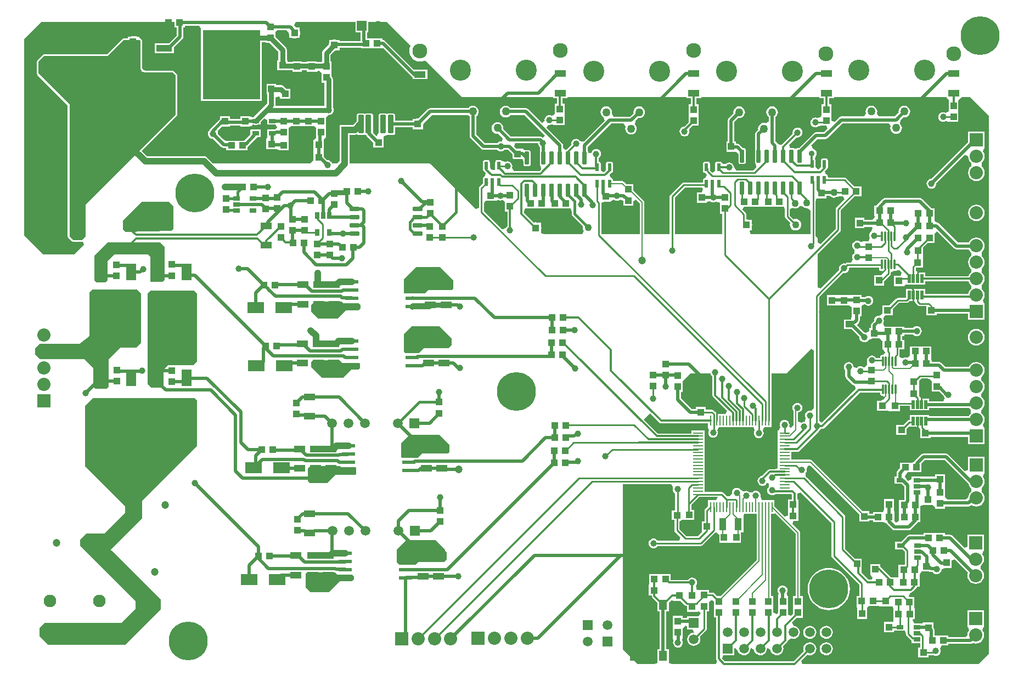
<source format=gtl>
G04*
G04 #@! TF.GenerationSoftware,Altium Limited,Altium Designer,19.1.5 (86)*
G04*
G04 Layer_Physical_Order=1*
G04 Layer_Color=255*
%FSLAX25Y25*%
%MOIN*%
G70*
G01*
G75*
%ADD10C,0.00787*%
%ADD13C,0.00984*%
%ADD20R,0.03937X0.04331*%
%ADD21R,0.06890X0.03937*%
%ADD22R,0.04331X0.03937*%
G04:AMPARAMS|DCode=23|XSize=80.71mil|YSize=23.23mil|CornerRadius=2.9mil|HoleSize=0mil|Usage=FLASHONLY|Rotation=180.000|XOffset=0mil|YOffset=0mil|HoleType=Round|Shape=RoundedRectangle|*
%AMROUNDEDRECTD23*
21,1,0.08071,0.01742,0,0,180.0*
21,1,0.07490,0.02323,0,0,180.0*
1,1,0.00581,-0.03745,0.00871*
1,1,0.00581,0.03745,0.00871*
1,1,0.00581,0.03745,-0.00871*
1,1,0.00581,-0.03745,-0.00871*
%
%ADD23ROUNDEDRECTD23*%
%ADD24R,0.01102X0.06142*%
%ADD25R,0.06142X0.01102*%
%ADD26R,0.05118X0.06102*%
%ADD27R,0.10433X0.06890*%
%ADD28R,0.04331X0.02559*%
%ADD29R,0.02559X0.04331*%
%ADD30R,0.27559X0.27559*%
%ADD31R,0.05906X0.09843*%
G04:AMPARAMS|DCode=32|XSize=77.56mil|YSize=23.62mil|CornerRadius=2.95mil|HoleSize=0mil|Usage=FLASHONLY|Rotation=90.000|XOffset=0mil|YOffset=0mil|HoleType=Round|Shape=RoundedRectangle|*
%AMROUNDEDRECTD32*
21,1,0.07756,0.01772,0,0,90.0*
21,1,0.07165,0.02362,0,0,90.0*
1,1,0.00591,0.00886,0.03583*
1,1,0.00591,0.00886,-0.03583*
1,1,0.00591,-0.00886,-0.03583*
1,1,0.00591,-0.00886,0.03583*
%
%ADD32ROUNDEDRECTD32*%
G04:AMPARAMS|DCode=33|XSize=57.87mil|YSize=11.02mil|CornerRadius=1.38mil|HoleSize=0mil|Usage=FLASHONLY|Rotation=90.000|XOffset=0mil|YOffset=0mil|HoleType=Round|Shape=RoundedRectangle|*
%AMROUNDEDRECTD33*
21,1,0.05787,0.00827,0,0,90.0*
21,1,0.05512,0.01102,0,0,90.0*
1,1,0.00276,0.00413,0.02756*
1,1,0.00276,0.00413,-0.02756*
1,1,0.00276,-0.00413,-0.02756*
1,1,0.00276,-0.00413,0.02756*
%
%ADD33ROUNDEDRECTD33*%
%ADD34R,0.02000X0.05200*%
G04:AMPARAMS|DCode=35|XSize=61.02mil|YSize=23.62mil|CornerRadius=2.95mil|HoleSize=0mil|Usage=FLASHONLY|Rotation=0.000|XOffset=0mil|YOffset=0mil|HoleType=Round|Shape=RoundedRectangle|*
%AMROUNDEDRECTD35*
21,1,0.06102,0.01772,0,0,0.0*
21,1,0.05512,0.02362,0,0,0.0*
1,1,0.00591,0.02756,-0.00886*
1,1,0.00591,-0.02756,-0.00886*
1,1,0.00591,-0.02756,0.00886*
1,1,0.00591,0.02756,0.00886*
%
%ADD35ROUNDEDRECTD35*%
%ADD36R,0.04300X0.07500*%
G04:AMPARAMS|DCode=37|XSize=47.64mil|YSize=22.84mil|CornerRadius=2.85mil|HoleSize=0mil|Usage=FLASHONLY|Rotation=270.000|XOffset=0mil|YOffset=0mil|HoleType=Round|Shape=RoundedRectangle|*
%AMROUNDEDRECTD37*
21,1,0.04764,0.01713,0,0,270.0*
21,1,0.04193,0.02284,0,0,270.0*
1,1,0.00571,-0.00856,-0.02097*
1,1,0.00571,-0.00856,0.02097*
1,1,0.00571,0.00856,0.02097*
1,1,0.00571,0.00856,-0.02097*
%
%ADD37ROUNDEDRECTD37*%
G04:AMPARAMS|DCode=38|XSize=111.42mil|YSize=35.43mil|CornerRadius=4.08mil|HoleSize=0mil|Usage=FLASHONLY|Rotation=90.000|XOffset=0mil|YOffset=0mil|HoleType=Round|Shape=RoundedRectangle|*
%AMROUNDEDRECTD38*
21,1,0.11142,0.02728,0,0,90.0*
21,1,0.10327,0.03543,0,0,90.0*
1,1,0.00815,0.01364,0.05163*
1,1,0.00815,0.01364,-0.05163*
1,1,0.00815,-0.01364,-0.05163*
1,1,0.00815,-0.01364,0.05163*
%
%ADD38ROUNDEDRECTD38*%
%ADD39R,0.09449X0.04134*%
%ADD40R,0.35039X0.41929*%
G04:AMPARAMS|DCode=84|XSize=221.65mil|YSize=240.16mil|CornerRadius=25.49mil|HoleSize=0mil|Usage=FLASHONLY|Rotation=0.000|XOffset=0mil|YOffset=0mil|HoleType=Round|Shape=RoundedRectangle|*
%AMROUNDEDRECTD84*
21,1,0.22165,0.18918,0,0,0.0*
21,1,0.17067,0.24016,0,0,0.0*
1,1,0.05098,0.08534,-0.09459*
1,1,0.05098,-0.08534,-0.09459*
1,1,0.05098,-0.08534,0.09459*
1,1,0.05098,0.08534,0.09459*
%
%ADD84ROUNDEDRECTD84*%
%ADD85C,0.00591*%
%ADD86C,0.01968*%
%ADD87C,0.01181*%
%ADD88C,0.01575*%
%ADD89C,0.03150*%
%ADD90C,0.02165*%
%ADD91C,0.03937*%
%ADD92C,0.01811*%
%ADD93C,0.03543*%
%ADD94C,0.23622*%
%ADD95R,0.05937X0.05937*%
%ADD96C,0.05937*%
%ADD97C,0.04724*%
%ADD98R,0.04724X0.04724*%
%ADD99R,0.05906X0.05906*%
%ADD100C,0.05906*%
%ADD101R,0.05906X0.05906*%
%ADD102R,0.04331X0.04331*%
%ADD103C,0.04331*%
%ADD104C,0.07677*%
%ADD105C,0.12795*%
%ADD106C,0.04992*%
%ADD107R,0.04992X0.04992*%
%ADD108C,0.09055*%
%ADD109R,0.04331X0.04331*%
%ADD110C,0.08032*%
%ADD111R,0.08032X0.08032*%
%ADD112R,0.08032X0.08032*%
%ADD113R,0.04724X0.04724*%
%ADD114C,0.03937*%
%ADD115C,0.03150*%
%ADD116C,0.03543*%
G36*
X307071Y488272D02*
X310288D01*
Y482931D01*
X297358D01*
Y483480D01*
X295553D01*
X295092Y483671D01*
X294193Y483790D01*
X293294Y483671D01*
X292833Y483480D01*
X291028D01*
Y481675D01*
X290837Y481214D01*
X290748Y480543D01*
X287537Y477332D01*
X287124Y476794D01*
X286865Y476168D01*
X286777Y475496D01*
Y470512D01*
X286606D01*
Y470270D01*
X283543D01*
Y470512D01*
X277606D01*
Y470270D01*
X274650D01*
Y470512D01*
X268713D01*
Y470270D01*
X266012D01*
Y470968D01*
X265443D01*
Y477508D01*
X265355Y478180D01*
X265096Y478806D01*
X264683Y479344D01*
X258480Y485547D01*
Y488008D01*
X259601Y489512D01*
X264931D01*
X265205Y489387D01*
X266604Y487795D01*
X266722Y486896D01*
X266913Y486435D01*
Y484630D01*
X268719D01*
X269179Y484439D01*
X270079Y484321D01*
X270978Y484439D01*
X271439Y484630D01*
X273244D01*
Y486435D01*
X273435Y486896D01*
X273553Y487795D01*
X273435Y488695D01*
X273244Y489155D01*
Y490961D01*
X271439D01*
X270978Y491152D01*
X270888Y491163D01*
X269964Y492458D01*
X270802Y494291D01*
X307071D01*
Y488272D01*
D02*
G37*
G36*
X176575Y483111D02*
X176575Y465945D01*
X177248Y465272D01*
Y464157D01*
X178362D01*
X178642Y463878D01*
X196162Y463878D01*
X197933Y462107D01*
X197933Y438189D01*
X143209Y383465D01*
X143209Y364173D01*
X140945Y361909D01*
X135433Y361910D01*
X133366Y363976D01*
X133366Y444291D01*
X114665Y462992D01*
X114665Y470374D01*
X118012Y473721D01*
X156496Y473721D01*
X166240Y483464D01*
X176221Y483465D01*
X176575Y483111D01*
D02*
G37*
G36*
X340455Y479919D02*
X340194Y479431D01*
X339822Y478206D01*
X339697Y476933D01*
X339822Y475660D01*
X340194Y474435D01*
X340797Y473307D01*
X341609Y472317D01*
X342598Y471506D01*
X343726Y470902D01*
X344951Y470531D01*
X346224Y470406D01*
X347498Y470531D01*
X348722Y470902D01*
X349211Y471163D01*
X371752Y448622D01*
X427051D01*
Y448213D01*
X429481D01*
Y444701D01*
X428134D01*
Y439976D01*
X428134Y438661D01*
X427058Y437770D01*
X426165Y437573D01*
X425775Y437735D01*
X425000Y437837D01*
X424225Y437735D01*
X423503Y437435D01*
X422883Y436960D01*
X422407Y436340D01*
X422108Y435617D01*
X422006Y434842D01*
X422099Y434137D01*
X421985Y433995D01*
X420397Y433055D01*
X412060Y441391D01*
X411404Y441830D01*
X410630Y441984D01*
X401240D01*
X400879Y442454D01*
X400149Y443014D01*
X399299Y443367D01*
X398386Y443487D01*
X397473Y443367D01*
X396623Y443014D01*
X395892Y442454D01*
X395332Y441724D01*
X394980Y440873D01*
X394860Y439961D01*
X394980Y439048D01*
X395332Y438198D01*
X395892Y437467D01*
X396623Y436907D01*
X397473Y436555D01*
X398386Y436434D01*
X399299Y436555D01*
X400149Y436907D01*
X400879Y437467D01*
X401240Y437937D01*
X409792D01*
X422141Y425588D01*
X420820Y424167D01*
X420164Y424605D01*
X419390Y424759D01*
X401448D01*
X396835Y429373D01*
X396912Y429961D01*
X396792Y430873D01*
X396440Y431724D01*
X395879Y432454D01*
X395149Y433014D01*
X394299Y433367D01*
X393386Y433487D01*
X392473Y433367D01*
X391623Y433014D01*
X390892Y432454D01*
X390332Y431724D01*
X389980Y430873D01*
X389860Y429961D01*
X389980Y429048D01*
X390332Y428197D01*
X390892Y427467D01*
X391623Y426907D01*
X392473Y426555D01*
X393386Y426434D01*
X393974Y426512D01*
X396632Y423853D01*
X396145Y421855D01*
X395989Y421712D01*
X395374Y421793D01*
X394599Y421691D01*
X393877Y421392D01*
X393257Y420916D01*
X393185Y420822D01*
X385681D01*
X380409Y426094D01*
Y437106D01*
X380879Y437467D01*
X381440Y438198D01*
X381792Y439048D01*
X381912Y439961D01*
X381792Y440873D01*
X381440Y441724D01*
X380879Y442454D01*
X380149Y443014D01*
X379298Y443367D01*
X378386Y443487D01*
X377473Y443367D01*
X376623Y443014D01*
X375892Y442454D01*
X375608Y442084D01*
X352524D01*
X351711Y441923D01*
X351022Y441462D01*
X345417Y435857D01*
X345000Y435912D01*
X344101Y435793D01*
X343640Y435602D01*
X341835D01*
Y434342D01*
X331276D01*
Y437482D01*
X331166Y438031D01*
X330855Y438497D01*
X330390Y438808D01*
X329840Y438917D01*
X327112D01*
X326563Y438808D01*
X326232Y438587D01*
X325902Y438808D01*
X325352Y438917D01*
X322624D01*
X322075Y438808D01*
X321609Y438497D01*
X321298Y438031D01*
X321189Y437482D01*
Y427155D01*
X320333Y425437D01*
X319997Y425031D01*
X319821Y424997D01*
X317786Y427032D01*
X317811Y427155D01*
Y437482D01*
X317702Y438031D01*
X317391Y438497D01*
X316925Y438808D01*
X316376Y438917D01*
X313648D01*
X313099Y438808D01*
X312768Y438587D01*
X312437Y438808D01*
X311888Y438917D01*
X309159D01*
X308610Y438808D01*
X308145Y438497D01*
X307834Y438031D01*
X307724Y437482D01*
Y434006D01*
X305563Y431845D01*
X300500D01*
X300305Y431819D01*
X297532D01*
Y429045D01*
X297506Y428850D01*
Y410259D01*
X295810Y408563D01*
X292931D01*
X292759Y408977D01*
X292283Y409597D01*
X291663Y410073D01*
X290941Y410372D01*
X290166Y410474D01*
X289969Y410449D01*
X287894Y412523D01*
Y415197D01*
X287894D01*
Y416760D01*
X287894D01*
Y422697D01*
X288977Y424217D01*
X289158D01*
Y428941D01*
X289158Y430547D01*
X289158Y432516D01*
Y436202D01*
X289329Y436532D01*
X290835Y437843D01*
X290871Y437856D01*
X291621Y437954D01*
X292343Y438253D01*
X292964Y438729D01*
X293439Y439349D01*
X293739Y440071D01*
X293841Y440846D01*
X293739Y441621D01*
X293443Y442334D01*
Y459382D01*
X293355Y460054D01*
X293096Y460680D01*
X292683Y461218D01*
X292543Y461358D01*
X292543Y463819D01*
X292543Y465787D01*
Y470512D01*
X291971D01*
Y474420D01*
X294421Y476870D01*
X295092Y476959D01*
X295553Y477150D01*
X297358D01*
Y478884D01*
X310484D01*
Y478532D01*
X315209D01*
X316815Y478532D01*
X318783Y478532D01*
X323508D01*
Y478532D01*
X323851Y478674D01*
X341707Y460818D01*
X341815Y460746D01*
Y459630D01*
X350705D01*
Y465567D01*
X342680D01*
X325316Y482931D01*
X324660Y483369D01*
X323886Y483523D01*
X323508D01*
Y484469D01*
X318783D01*
X317177Y484469D01*
X314334Y484469D01*
Y488272D01*
X314976D01*
Y494291D01*
X326083D01*
X340455Y479919D01*
D02*
G37*
G36*
X197130Y491126D02*
X198567D01*
Y486271D01*
X193863Y481567D01*
X185276D01*
Y475433D01*
X189722D01*
X189917Y475394D01*
X190113Y475433D01*
X196724D01*
Y478706D01*
X202021Y484002D01*
X202460Y484659D01*
X202614Y485433D01*
Y491126D01*
X203461D01*
Y492071D01*
X212355D01*
X213228Y490464D01*
Y446535D01*
X250268D01*
Y482245D01*
X252543D01*
Y481677D01*
X255004D01*
X260249Y476432D01*
Y470968D01*
X259681D01*
Y465031D01*
X266012D01*
Y465076D01*
X268713D01*
Y464181D01*
X274650D01*
Y465076D01*
X277606D01*
Y464181D01*
X283543D01*
Y464240D01*
X284971Y464624D01*
X286606Y463317D01*
X286606Y462213D01*
Y457488D01*
X288249D01*
Y443443D01*
X258888D01*
X258597Y443776D01*
Y448463D01*
X258957Y448757D01*
X260706Y449159D01*
X261205Y448674D01*
Y447819D01*
X267535D01*
Y453756D01*
X265074D01*
X263537Y455293D01*
X262999Y455706D01*
X262373Y455965D01*
X261701Y456054D01*
X258968D01*
Y456819D01*
X253031D01*
Y450488D01*
X253403D01*
Y444851D01*
X251235Y442683D01*
X245109Y436557D01*
X243225Y436782D01*
X243126Y437220D01*
X237189D01*
Y435598D01*
X230823D01*
Y437220D01*
X224886D01*
Y435523D01*
X219042Y429679D01*
X218603Y429022D01*
X218547Y428741D01*
X218355Y428593D01*
X217880Y427973D01*
X217580Y427251D01*
X217478Y426476D01*
X217580Y425701D01*
X217880Y424979D01*
X218355Y424359D01*
X218975Y423883D01*
X219697Y423584D01*
X220472Y423482D01*
X220590Y423498D01*
X225636Y418451D01*
X226293Y418013D01*
X227067Y417859D01*
X228528D01*
Y416323D01*
X233252D01*
X234858Y416323D01*
X236827Y416323D01*
X241551D01*
Y418576D01*
X241953Y418845D01*
X246997Y423889D01*
X247385Y424469D01*
X249618D01*
Y429028D01*
X244972D01*
X243933Y430996D01*
X244533Y431872D01*
X244635Y431949D01*
X245228D01*
X245781Y431720D01*
X246453Y431631D01*
X247125Y431720D01*
X247678Y431949D01*
X249618D01*
Y433721D01*
X251555Y435658D01*
X253524Y434843D01*
Y431949D01*
X258380D01*
X259396Y430380D01*
X258860Y429405D01*
X258768D01*
X257994Y429251D01*
X257717Y429066D01*
X256984D01*
X256789Y429028D01*
X253524D01*
Y424469D01*
X253524Y424469D01*
X252937Y423047D01*
X252937D01*
X252937Y422743D01*
Y417110D01*
X259268D01*
X260720Y416409D01*
Y416409D01*
X266657D01*
Y422740D01*
X266657D01*
Y424217D01*
X266657D01*
Y428941D01*
X266657Y430117D01*
X268040Y430983D01*
X268399Y431096D01*
X274158D01*
Y431096D01*
X275721D01*
Y431096D01*
X281479D01*
X281838Y430983D01*
X283221Y430117D01*
X283221Y428941D01*
Y424217D01*
X282137Y422697D01*
X281563D01*
Y416760D01*
X281563D01*
Y415197D01*
X281563D01*
Y410532D01*
X279883Y408563D01*
X220573Y408563D01*
X217275Y411861D01*
X216655Y412337D01*
X215932Y412636D01*
X215158Y412738D01*
X180654D01*
X177289Y416103D01*
X198654Y437468D01*
X198875Y437799D01*
X198953Y438189D01*
X198953Y462107D01*
X198875Y462497D01*
X198654Y462828D01*
X196883Y464599D01*
X196552Y464820D01*
X196162Y464898D01*
X180120Y464897D01*
X178323Y465260D01*
X178230Y465461D01*
X178190Y465662D01*
X178014Y465925D01*
X177594Y466828D01*
X177594Y483084D01*
X177594Y483111D01*
X177594Y483111D01*
X177517Y483501D01*
X177296Y483832D01*
X176942Y484186D01*
X176611Y484407D01*
X176598Y484409D01*
X175114Y485580D01*
Y485580D01*
X173170Y485638D01*
X172848Y485771D01*
X171949Y485890D01*
X171049Y485771D01*
X170589Y485580D01*
X168783D01*
Y484484D01*
X166240Y484484D01*
X165850Y484407D01*
X165519Y484186D01*
X156074Y474740D01*
X118012Y474740D01*
X117622Y474662D01*
X117291Y474441D01*
X113944Y471095D01*
X113723Y470764D01*
X113646Y470374D01*
X113646Y462992D01*
X113723Y462602D01*
X113944Y462271D01*
X132347Y443869D01*
X132346Y363977D01*
X132424Y363586D01*
X132645Y363256D01*
X134712Y361189D01*
X135043Y360967D01*
X135433Y360890D01*
X140945Y360890D01*
X141234Y360947D01*
X141358Y360863D01*
X142218Y359147D01*
X136221Y353150D01*
X117520D01*
X106004Y364665D01*
Y483957D01*
X116339Y494291D01*
X197130D01*
Y491126D01*
D02*
G37*
G36*
X691831Y437303D02*
Y110531D01*
X685433Y104134D01*
X578665D01*
X577911Y105953D01*
X581687Y109728D01*
X582059Y109574D01*
X583091Y109438D01*
X584122Y109574D01*
X585084Y109973D01*
X585910Y110606D01*
X586543Y111432D01*
X586942Y112393D01*
X587077Y113425D01*
X586942Y114457D01*
X586543Y115419D01*
X585910Y116244D01*
X585084Y116878D01*
X584122Y117276D01*
X583091Y117412D01*
X582059Y117276D01*
X581097Y116878D01*
X580271Y116244D01*
X579638Y115419D01*
X579240Y114457D01*
X579104Y113425D01*
X579240Y112393D01*
X579393Y112022D01*
X573226Y105854D01*
X531479D01*
X529829Y107504D01*
X530467Y109473D01*
X537043D01*
Y113644D01*
X537155Y113703D01*
X537541Y113648D01*
X539216Y112573D01*
X539240Y112393D01*
X539638Y111432D01*
X540271Y110606D01*
X541097Y109973D01*
X542059Y109574D01*
X543091Y109438D01*
X544122Y109574D01*
X545084Y109973D01*
X545910Y110606D01*
X546543Y111432D01*
X546942Y112393D01*
X547077Y113425D01*
X547049Y113640D01*
X547156Y113710D01*
X547630Y113640D01*
X549199Y112697D01*
X549239Y112393D01*
X549638Y111432D01*
X550271Y110606D01*
X551097Y109973D01*
X552059Y109574D01*
X553091Y109438D01*
X554122Y109574D01*
X555084Y109973D01*
X555910Y110606D01*
X556543Y111432D01*
X556942Y112393D01*
X557077Y113425D01*
X557049Y113640D01*
X557156Y113710D01*
X557630Y113640D01*
X559199Y112697D01*
X559239Y112393D01*
X559638Y111432D01*
X560271Y110606D01*
X561097Y109973D01*
X562059Y109574D01*
X563091Y109438D01*
X564122Y109574D01*
X565084Y109973D01*
X565910Y110606D01*
X566543Y111432D01*
X566942Y112393D01*
X567077Y113425D01*
X566942Y114457D01*
X566788Y114829D01*
X569300Y117341D01*
X569652Y117868D01*
X569775Y118488D01*
Y118506D01*
X570130Y118900D01*
X571744Y119705D01*
X572059Y119574D01*
X573091Y119438D01*
X574122Y119574D01*
X575084Y119973D01*
X575910Y120606D01*
X576543Y121432D01*
X576942Y122393D01*
X577077Y123425D01*
X576942Y124457D01*
X576543Y125419D01*
X575910Y126244D01*
X575084Y126878D01*
X574122Y127276D01*
X573133Y127406D01*
X573032Y127538D01*
X572227Y129284D01*
X575211Y132268D01*
X578854D01*
Y138598D01*
X578854D01*
Y138961D01*
X578854D01*
Y145291D01*
X577307D01*
Y183839D01*
X577199Y184382D01*
X576891Y184843D01*
X572427Y189307D01*
X573180Y191126D01*
X576098D01*
Y197063D01*
X576098D01*
X576098Y198114D01*
X576098D01*
Y204051D01*
X575539D01*
Y207616D01*
X575906Y207928D01*
X577393Y208546D01*
X596215Y189724D01*
Y169882D01*
X596331Y169300D01*
X596661Y168806D01*
X613144Y152323D01*
Y145291D01*
X611500D01*
Y139756D01*
X611500Y139354D01*
X611500Y139354D01*
X611795Y137909D01*
X611795D01*
Y131579D01*
X617732D01*
Y137577D01*
X617855Y138049D01*
X618996Y139354D01*
X619799Y139354D01*
X624524D01*
Y139354D01*
X626067Y139157D01*
Y139157D01*
X626411Y139157D01*
X632004D01*
Y139157D01*
X633646Y138961D01*
X633843Y137516D01*
X633843D01*
Y131579D01*
X633843D01*
X633767Y129642D01*
X628232D01*
Y123311D01*
X634169D01*
X634630Y124295D01*
X640961D01*
X641392Y122505D01*
Y122398D01*
X641508Y121816D01*
X641838Y121322D01*
X644353Y118806D01*
X644353Y118806D01*
X644847Y118476D01*
X644866Y118473D01*
Y116815D01*
X650168D01*
Y114091D01*
X648902D01*
Y108153D01*
X655232D01*
Y109601D01*
X658035D01*
X658149Y109513D01*
X658871Y109214D01*
X659646Y109112D01*
X660421Y109214D01*
X661143Y109513D01*
X661763Y109989D01*
X662239Y110609D01*
X662538Y111331D01*
X662640Y112106D01*
X662538Y112881D01*
X662239Y113603D01*
X663298Y115437D01*
X667339D01*
Y116382D01*
X680610D01*
X681385Y116536D01*
X682041Y116975D01*
X682043Y116977D01*
X682549Y116767D01*
X683858Y116595D01*
X685168Y116767D01*
X686388Y117272D01*
X687435Y118076D01*
X688239Y119124D01*
X688745Y120344D01*
X688917Y121653D01*
X688745Y122963D01*
X688239Y124183D01*
X687866Y124669D01*
X688571Y126471D01*
X688723Y126638D01*
X688874D01*
Y136669D01*
X678842D01*
Y126638D01*
X678993D01*
X679146Y126471D01*
X679850Y124669D01*
X679477Y124183D01*
X678972Y122963D01*
X678799Y121654D01*
X677725Y120429D01*
X667339D01*
Y121374D01*
X662614D01*
X661008Y121374D01*
X658814Y121374D01*
Y124705D01*
X658661Y125479D01*
X658284Y126043D01*
Y129347D01*
X652961D01*
X652347Y129347D01*
X652347Y129347D01*
X651197Y128854D01*
X651197Y128854D01*
X646547D01*
X645497Y130823D01*
X646004Y131579D01*
X646866D01*
Y137074D01*
X646866Y137516D01*
X646866D01*
X646669Y138961D01*
X646669D01*
Y144898D01*
X643735D01*
X643304Y145524D01*
X644339Y147493D01*
X644390D01*
X645010Y147616D01*
X645537Y147968D01*
X647800Y150231D01*
X648152Y150757D01*
X648194Y150969D01*
X649819D01*
Y156905D01*
X649819D01*
X649917Y158449D01*
X650789Y160056D01*
X650969Y160319D01*
X655504D01*
X655617Y160243D01*
X656392Y160089D01*
X657717D01*
X658021Y159694D01*
X658641Y159218D01*
X659363Y158919D01*
X660138Y158817D01*
X660913Y158919D01*
X661635Y159218D01*
X662255Y159694D01*
X662731Y160314D01*
X663030Y161036D01*
X663030Y161036D01*
X663132Y161811D01*
X665029Y162484D01*
X669110D01*
Y166977D01*
X671079Y167792D01*
X679181Y159690D01*
X678972Y159183D01*
X678799Y157874D01*
X678972Y156565D01*
X679477Y155344D01*
X680281Y154297D01*
X681329Y153493D01*
X682549Y152987D01*
X683858Y152815D01*
X685168Y152987D01*
X686388Y153493D01*
X687435Y154297D01*
X688239Y155344D01*
X688745Y156565D01*
X688917Y157874D01*
X688745Y159183D01*
X688239Y160404D01*
X687435Y161451D01*
X687143Y161676D01*
X687011Y161993D01*
Y163755D01*
X687143Y164072D01*
X687435Y164297D01*
X688239Y165345D01*
X688745Y166565D01*
X688917Y167874D01*
X688745Y169183D01*
X688239Y170404D01*
X687866Y170890D01*
X688571Y172692D01*
X688723Y172858D01*
X688874D01*
Y182890D01*
X678842D01*
Y175606D01*
X677024Y174853D01*
X669738Y182139D01*
X669081Y182578D01*
X668307Y182732D01*
X665173D01*
Y183677D01*
X660449D01*
X658843Y183677D01*
X656874Y183677D01*
X652150D01*
Y182732D01*
X643602D01*
X642828Y182578D01*
X642172Y182139D01*
X638493Y178461D01*
X635024D01*
Y173902D01*
X639203D01*
X640703Y172401D01*
Y164386D01*
X636894D01*
Y158449D01*
X636894D01*
X636795Y156905D01*
X635055D01*
Y156905D01*
X632580D01*
X632227Y156976D01*
X626442Y162761D01*
X625916Y163112D01*
X625705Y163154D01*
Y164779D01*
X619768D01*
Y158449D01*
X619959D01*
X621205Y156563D01*
X620775Y155559D01*
X618880D01*
X614514Y159925D01*
X614681Y161894D01*
X614681D01*
Y168224D01*
X610502D01*
X604474Y174252D01*
Y193602D01*
X604358Y194185D01*
X604029Y194678D01*
X580883Y217823D01*
X580586Y218793D01*
X580553Y220061D01*
X580614Y220284D01*
X580743Y220452D01*
X581042Y221174D01*
X581144Y221949D01*
X581042Y222724D01*
X581028Y222757D01*
X581938Y224558D01*
X582148Y224754D01*
X583239Y224932D01*
X583311Y224916D01*
X613272Y194955D01*
Y190634D01*
X619209D01*
Y191382D01*
X621441D01*
Y190437D01*
X626165D01*
X627552Y190437D01*
X628416Y190224D01*
X629503Y189865D01*
X629869Y189318D01*
X633215Y185971D01*
X633872Y185532D01*
X634646Y185379D01*
X643110D01*
X643885Y185532D01*
X644541Y185971D01*
X648576Y190006D01*
X648798Y190339D01*
X650311D01*
Y196276D01*
X650311D01*
Y197819D01*
X650311D01*
Y200081D01*
X651953Y200870D01*
X657366D01*
X657890Y200870D01*
X659335Y199606D01*
Y198606D01*
X665272D01*
Y199945D01*
X679528D01*
X680302Y200099D01*
X680958Y200538D01*
X681313Y200893D01*
X681722Y200579D01*
X682943Y200074D01*
X684252Y199902D01*
X685561Y200074D01*
X686782Y200579D01*
X687829Y201383D01*
X688633Y202431D01*
X689139Y203651D01*
X689311Y204961D01*
X689139Y206270D01*
X688633Y207490D01*
X687829Y208538D01*
X687537Y208763D01*
X687405Y209080D01*
Y210842D01*
X687537Y211159D01*
X687829Y211383D01*
X688633Y212431D01*
X689139Y213651D01*
X689311Y214961D01*
X689139Y216270D01*
X688633Y217490D01*
X688260Y217976D01*
X688965Y219778D01*
X689117Y219945D01*
X689268D01*
Y229976D01*
X679236D01*
Y222275D01*
X677268Y221460D01*
X667277Y231450D01*
X666621Y231889D01*
X665846Y232043D01*
X652067D01*
X651293Y231889D01*
X650636Y231450D01*
X646601Y227415D01*
X646189Y226799D01*
X644440Y226605D01*
X644275Y226591D01*
X642701Y226591D01*
X637976D01*
Y223318D01*
X636365Y221706D01*
X635926Y221050D01*
X635772Y220276D01*
Y218224D01*
X634630D01*
Y213665D01*
X638985D01*
X640595Y212056D01*
Y203791D01*
X640560Y203756D01*
X637287D01*
Y197819D01*
X637287D01*
Y196276D01*
X637287D01*
Y191192D01*
X635393Y190159D01*
X634465Y190804D01*
Y196268D01*
X634465Y196374D01*
X634465Y196374D01*
X634169Y198114D01*
X634169D01*
Y204445D01*
X628232D01*
Y198152D01*
X628179Y197946D01*
X627681Y196374D01*
X626165Y196374D01*
X621441D01*
Y195429D01*
X619209D01*
Y196965D01*
X615281D01*
X584371Y227875D01*
X583910Y228183D01*
X583366Y228291D01*
X571807D01*
Y233122D01*
X575492D01*
X576113Y233246D01*
X576639Y233597D01*
X588647Y245605D01*
X588995Y246127D01*
X588997Y246128D01*
X589617Y246603D01*
X589997Y247099D01*
X590650D01*
X591270Y247222D01*
X591796Y247574D01*
X613467Y269244D01*
X625789D01*
Y268406D01*
X625877Y267962D01*
X626128Y267585D01*
X626505Y267334D01*
X626949Y267245D01*
X627776D01*
X628185Y265956D01*
X626646Y264189D01*
X624000D01*
Y258252D01*
X630167D01*
X631972Y257858D01*
X631973Y257858D01*
X631973Y257858D01*
X637910D01*
Y260979D01*
X643887D01*
Y258296D01*
X650387D01*
Y258296D01*
X651487D01*
Y258296D01*
X655487D01*
Y259873D01*
X679998D01*
X680576Y259120D01*
X680869Y258895D01*
X681001Y258578D01*
Y256816D01*
X680869Y256499D01*
X680576Y256274D01*
X679772Y255226D01*
X679563Y254720D01*
X655487D01*
Y255496D01*
X649856D01*
X648437Y255496D01*
X647019Y255496D01*
X643887D01*
Y252484D01*
X643483D01*
X642901Y252368D01*
X642407Y252039D01*
X639793Y249425D01*
X635614D01*
Y243488D01*
X641945D01*
Y247274D01*
X643237Y248566D01*
X643887Y248296D01*
Y248296D01*
X647019D01*
X647843Y248296D01*
X648269Y248154D01*
X649593Y247661D01*
X649698Y247133D01*
X650027Y246640D01*
X650169Y246499D01*
Y241328D01*
X656499D01*
Y242273D01*
X679138D01*
Y237681D01*
X689169D01*
Y247713D01*
X689018D01*
X688866Y247879D01*
X688162Y249681D01*
X688535Y250167D01*
X689040Y251388D01*
X689213Y252697D01*
X689040Y254006D01*
X688535Y255226D01*
X687731Y256274D01*
X687438Y256499D01*
X687306Y256816D01*
Y258578D01*
X687438Y258895D01*
X687731Y259120D01*
X688535Y260167D01*
X689040Y261387D01*
X689213Y262697D01*
X689040Y264006D01*
X688535Y265226D01*
X687731Y266274D01*
X687449Y266490D01*
X687325Y266782D01*
Y268592D01*
X687449Y268884D01*
X687731Y269100D01*
X688535Y270148D01*
X689040Y271368D01*
X689213Y272677D01*
X689040Y273987D01*
X688535Y275207D01*
X687731Y276254D01*
X687438Y276479D01*
X687306Y276796D01*
Y278558D01*
X687438Y278875D01*
X687731Y279100D01*
X688535Y280148D01*
X689040Y281368D01*
X689213Y282677D01*
X689040Y283986D01*
X688535Y285207D01*
X687731Y286254D01*
X686683Y287058D01*
X685463Y287564D01*
X684154Y287736D01*
X682844Y287564D01*
X681624Y287058D01*
X680576Y286254D01*
X679772Y285207D01*
X679563Y284700D01*
X665405D01*
X662848Y287257D01*
X662191Y287696D01*
X661417Y287850D01*
X657098D01*
X657004Y289779D01*
Y291323D01*
X657004D01*
Y297260D01*
X650673D01*
Y297260D01*
X650311D01*
Y297260D01*
X643980D01*
Y291643D01*
X643311Y290919D01*
X642463Y290282D01*
X642249Y290353D01*
X641917Y290491D01*
X641142Y290593D01*
X640367Y290491D01*
X639645Y290191D01*
X638810Y290272D01*
X638116Y290488D01*
X638090Y290503D01*
X637546Y290962D01*
X637504Y291615D01*
X637620Y292197D01*
X637620Y292197D01*
Y295331D01*
X640370D01*
Y301268D01*
X639228D01*
Y303331D01*
X640370D01*
Y304375D01*
X645978D01*
X646592Y303905D01*
X647314Y303606D01*
X648089Y303503D01*
X648864Y303606D01*
X649586Y303905D01*
X650206Y304380D01*
X650682Y305001D01*
X650981Y305723D01*
X651083Y306498D01*
X650981Y307273D01*
X650682Y307995D01*
X650206Y308615D01*
X649586Y309091D01*
X648864Y309390D01*
X648089Y309492D01*
X647314Y309390D01*
X646592Y309091D01*
X645972Y308615D01*
X645823Y308421D01*
X640370D01*
Y309268D01*
X634039D01*
Y309268D01*
X633677D01*
Y309268D01*
X628444D01*
X628092Y309701D01*
X627568Y311236D01*
X627691Y311397D01*
X627990Y312119D01*
X628093Y312894D01*
X627990Y313669D01*
X627788Y314158D01*
X628118Y315034D01*
X628841Y316126D01*
X633480D01*
Y319912D01*
X637244Y323675D01*
X641776D01*
X642359Y323791D01*
X642852Y324121D01*
X643596Y324865D01*
X645265Y324865D01*
X645681Y324750D01*
X647084Y324072D01*
X647139Y323799D01*
X647468Y323306D01*
X648622Y322153D01*
X649115Y321823D01*
X649697Y321707D01*
X653724D01*
Y316224D01*
X660055D01*
Y317170D01*
X679236D01*
Y313291D01*
X689268D01*
Y323323D01*
X689117D01*
X688965Y323489D01*
X688260Y325291D01*
X688633Y325778D01*
X689139Y326998D01*
X689311Y328307D01*
X689139Y329616D01*
X688633Y330837D01*
X687829Y331884D01*
X687537Y332109D01*
X687405Y332426D01*
Y334188D01*
X687537Y334505D01*
X687829Y334730D01*
X688633Y335778D01*
X689139Y336998D01*
X689311Y338307D01*
X689139Y339616D01*
X688633Y340837D01*
X687829Y341884D01*
X687548Y342100D01*
X687424Y342392D01*
Y344202D01*
X687548Y344494D01*
X687829Y344710D01*
X688633Y345758D01*
X689139Y346978D01*
X689311Y348287D01*
X689139Y349597D01*
X688633Y350817D01*
X687829Y351865D01*
X687537Y352089D01*
X687405Y352406D01*
Y354169D01*
X687537Y354486D01*
X687829Y354710D01*
X688633Y355758D01*
X689139Y356978D01*
X689311Y358287D01*
X689139Y359597D01*
X688633Y360817D01*
X687829Y361865D01*
X686782Y362669D01*
X685561Y363174D01*
X684252Y363346D01*
X682943Y363174D01*
X681722Y362669D01*
X680675Y361865D01*
X679871Y360817D01*
X679653Y360291D01*
X673082D01*
X661372Y372001D01*
X660715Y372440D01*
X660412Y372500D01*
X658874Y373539D01*
Y375083D01*
X658874D01*
Y381020D01*
X657078D01*
X651234Y386864D01*
X650577Y387302D01*
X649803Y387456D01*
X628937D01*
X628163Y387302D01*
X627506Y386864D01*
X623963Y383320D01*
X623675Y382890D01*
X622228D01*
Y377296D01*
X622228Y376953D01*
X622228D01*
X622358Y375940D01*
X621172Y374004D01*
X621143Y373972D01*
X616354D01*
Y375311D01*
X610417D01*
Y368980D01*
X616354D01*
Y369926D01*
X620630D01*
X621086Y369420D01*
X621126Y368997D01*
X620553Y367168D01*
X620505Y367125D01*
X619930Y366684D01*
X619454Y366064D01*
X619155Y365342D01*
X619053Y364567D01*
X619155Y363792D01*
X619454Y363070D01*
X619502Y363008D01*
X618804Y361214D01*
X618644Y361039D01*
X615929D01*
X615929Y361039D01*
X614679Y360739D01*
X613961Y360632D01*
X613407Y361057D01*
X612684Y361357D01*
X611909Y361459D01*
X611134Y361357D01*
X610412Y361057D01*
X609792Y360582D01*
X609316Y359962D01*
X609017Y359240D01*
X608915Y358465D01*
X609017Y357690D01*
X609316Y356967D01*
X609792Y356347D01*
X610100Y356111D01*
X610234Y354833D01*
X610071Y353883D01*
X609694Y353593D01*
X609218Y352973D01*
X608919Y352251D01*
X608817Y351476D01*
X608919Y350701D01*
X609109Y350242D01*
X608742Y349286D01*
X608046Y348273D01*
X606004D01*
X606004Y348273D01*
X605422Y348158D01*
X604928Y347828D01*
X604928Y347828D01*
X604631Y347531D01*
X603887Y347629D01*
X603112Y347527D01*
X602390Y347228D01*
X601770Y346752D01*
X601294Y346132D01*
X600995Y345410D01*
X600893Y344635D01*
X600991Y343890D01*
X589614Y332513D01*
X587795Y333267D01*
Y353459D01*
X601371Y367035D01*
X601371Y367035D01*
X601701Y367528D01*
X601817Y368110D01*
X601817Y368110D01*
Y379980D01*
X610207Y388370D01*
X614386D01*
Y394307D01*
X610207D01*
X605131Y399383D01*
X604637Y399713D01*
X604055Y399828D01*
X594096D01*
Y400403D01*
X593996Y400905D01*
X593712Y401330D01*
X593287Y401614D01*
X593056Y401660D01*
X592607Y402431D01*
X592295Y403683D01*
X593076Y404463D01*
X593410Y404964D01*
X593712Y405166D01*
X593996Y405591D01*
X594096Y406093D01*
Y410285D01*
X593996Y410787D01*
X593712Y411212D01*
X593287Y411496D01*
X592785Y411596D01*
X591073D01*
X590571Y411496D01*
X590146Y411212D01*
X589862Y410787D01*
X589762Y410285D01*
Y406093D01*
X588253Y404870D01*
X588227D01*
X588215Y404875D01*
X586616Y406093D01*
Y410285D01*
X586516Y410787D01*
X586232Y411212D01*
X586733Y413078D01*
X587030Y413796D01*
X587132Y414567D01*
X587030Y415338D01*
X586733Y416056D01*
X586260Y416673D01*
X585643Y417146D01*
X584924Y417444D01*
X584763Y417465D01*
X584027Y419011D01*
X583987Y419473D01*
X587787Y423272D01*
X592523D01*
X593297Y423426D01*
X593954Y423865D01*
X603007Y432918D01*
X630895D01*
X631209Y432678D01*
X632137Y430949D01*
X632106Y430873D01*
X631986Y429961D01*
X632106Y429048D01*
X632458Y428197D01*
X633018Y427467D01*
X633749Y426907D01*
X634599Y426555D01*
X635512Y426434D01*
X636424Y426555D01*
X637275Y426907D01*
X638005Y427467D01*
X638566Y428197D01*
X638918Y429048D01*
X639038Y429961D01*
X638918Y430873D01*
X638566Y431724D01*
X638005Y432454D01*
X638089Y434630D01*
X638137Y434725D01*
X639924Y436512D01*
X640512Y436434D01*
X641425Y436555D01*
X642275Y436907D01*
X643005Y437467D01*
X643566Y438198D01*
X643918Y439048D01*
X644038Y439961D01*
X643918Y440873D01*
X643566Y441724D01*
X643005Y442454D01*
X642275Y443014D01*
X641425Y443367D01*
X640512Y443487D01*
X639599Y443367D01*
X638749Y443014D01*
X638018Y442454D01*
X637458Y441724D01*
X637106Y440873D01*
X636986Y439961D01*
X637063Y439373D01*
X634654Y436964D01*
X625100D01*
X624761Y437237D01*
X623870Y438933D01*
X623918Y439048D01*
X624038Y439961D01*
X623918Y440873D01*
X623566Y441724D01*
X623005Y442454D01*
X622275Y443014D01*
X621424Y443367D01*
X620512Y443487D01*
X619599Y443367D01*
X618749Y443014D01*
X618018Y442454D01*
X617458Y441724D01*
X617106Y440873D01*
X616986Y439961D01*
X617106Y439048D01*
X617154Y438933D01*
X616263Y437237D01*
X615923Y436964D01*
X602169D01*
X601394Y436810D01*
X600738Y436372D01*
X598094Y433728D01*
X596276Y434481D01*
Y437614D01*
X596276D01*
Y437976D01*
X596276D01*
Y444307D01*
X594929D01*
Y448213D01*
X597752D01*
Y448622D01*
X666224D01*
Y448213D01*
X666379D01*
X667406Y446669D01*
Y441945D01*
X667406Y439976D01*
X665572Y439207D01*
X664850Y439506D01*
X664075Y439608D01*
X663300Y439506D01*
X662578Y439207D01*
X661958Y438731D01*
X661482Y438111D01*
X661183Y437389D01*
X661081Y436614D01*
X661183Y435839D01*
X661482Y435117D01*
X661958Y434497D01*
X662578Y434021D01*
X663300Y433722D01*
X664075Y433620D01*
X664850Y433722D01*
X665572Y434021D01*
X667406Y433646D01*
Y433646D01*
X673343D01*
Y438370D01*
X673343Y439976D01*
X673343Y441945D01*
Y446669D01*
X674369Y448213D01*
X675114D01*
Y448622D01*
X680512D01*
X691831Y437303D01*
D02*
G37*
G36*
X375892Y437467D02*
X376363Y437106D01*
Y425256D01*
X376517Y424482D01*
X376955Y423825D01*
X383412Y417369D01*
X384068Y416930D01*
X384842Y416776D01*
X393185D01*
X393257Y416682D01*
X393877Y416206D01*
X394599Y415907D01*
X395374Y415805D01*
X396149Y415907D01*
X396871Y416206D01*
X397491Y416682D01*
X397563Y416776D01*
X399753D01*
X402445Y414084D01*
Y411008D01*
X408382D01*
X409053Y409317D01*
Y408095D01*
X409154Y407589D01*
X409440Y407161D01*
X409869Y406874D01*
X410374Y406774D01*
X412146D01*
X412651Y406874D01*
X413080Y407161D01*
X413366Y407589D01*
X413466Y408095D01*
Y415260D01*
X413366Y415765D01*
X413080Y416194D01*
X412651Y416480D01*
X412146Y416580D01*
X410374D01*
X410350Y416576D01*
X408382Y417339D01*
Y417339D01*
X404912D01*
X403506Y418745D01*
X404322Y420713D01*
X417978D01*
X418073Y419993D01*
X418372Y419271D01*
X418847Y418651D01*
X419237Y418352D01*
Y415889D01*
X419154Y415765D01*
X419053Y415260D01*
Y408095D01*
X419154Y407589D01*
X419440Y407161D01*
X419860Y405489D01*
X419856Y404870D01*
X418872Y403886D01*
X403478D01*
X403092Y404229D01*
X402275Y405854D01*
X402302Y405918D01*
X402404Y406693D01*
X402302Y407468D01*
X402002Y408190D01*
X401527Y408810D01*
X400907Y409286D01*
X400184Y409585D01*
X399410Y409687D01*
X398635Y409585D01*
X398173Y409394D01*
X397381Y409478D01*
X395901Y410010D01*
X395878Y410031D01*
X395452Y410315D01*
X394951Y410415D01*
X393238D01*
X392737Y410315D01*
X392312Y410031D01*
X392027Y409606D01*
X391928Y409104D01*
Y404911D01*
X391700Y404519D01*
X390675Y404343D01*
X390365Y404436D01*
X388781Y405859D01*
Y409104D01*
X388681Y409606D01*
X388397Y410031D01*
X387972Y410315D01*
X387471Y410415D01*
X385758D01*
X385256Y410315D01*
X384831Y410031D01*
X384547Y409606D01*
X384447Y409104D01*
Y404911D01*
X384547Y404410D01*
X384831Y403985D01*
X385252Y403704D01*
X385468Y403381D01*
X386347Y402502D01*
X385912Y401047D01*
X385569Y400495D01*
X385256Y400433D01*
X384831Y400149D01*
X384547Y399724D01*
X384447Y399222D01*
Y396323D01*
X382487Y394363D01*
X382157Y393870D01*
X382042Y393287D01*
Y381569D01*
X380073Y380754D01*
X352264Y408563D01*
X303494D01*
Y425856D01*
X306803D01*
X307578Y425958D01*
X308117Y426182D01*
X308145Y426141D01*
X308610Y425830D01*
X309159Y425721D01*
X311888D01*
X312437Y425830D01*
X312768Y426051D01*
X313099Y425830D01*
X313509Y425748D01*
X313833Y425262D01*
X317988Y421107D01*
Y418032D01*
X324319D01*
Y423969D01*
X324319D01*
X324664Y425125D01*
X326563Y425830D01*
X327112Y425721D01*
X329840D01*
X330390Y425830D01*
X330855Y426141D01*
X331166Y426606D01*
X331276Y427155D01*
Y430296D01*
X341835D01*
Y429272D01*
X343640D01*
X344101Y429081D01*
X345000Y428962D01*
X345899Y429081D01*
X346360Y429272D01*
X348165D01*
Y431077D01*
X348356Y431538D01*
X348475Y432437D01*
X348420Y432854D01*
X353403Y437837D01*
X375608D01*
X375892Y437467D01*
D02*
G37*
G36*
X588862Y448213D02*
X591685D01*
Y444307D01*
X590339D01*
Y437976D01*
X590339D01*
Y437614D01*
X589873Y436719D01*
X588013Y435959D01*
X587291Y436258D01*
X586516Y436360D01*
X585741Y436258D01*
X585019Y435959D01*
X584399Y435483D01*
X583923Y434863D01*
X583624Y434141D01*
X583522Y433366D01*
X583624Y432591D01*
X583923Y431869D01*
X584399Y431249D01*
X585019Y430773D01*
X585741Y430474D01*
X586516Y430372D01*
X587291Y430474D01*
X588013Y430773D01*
X588444Y431104D01*
X590339Y431284D01*
Y431284D01*
X593078D01*
X593831Y429465D01*
X591685Y427318D01*
X586949D01*
X586175Y427164D01*
X585518Y426726D01*
X576589Y417797D01*
X576063D01*
X575558Y417697D01*
X574956Y417410D01*
X573942D01*
X573340Y417697D01*
X572835Y417797D01*
X571300D01*
X570863Y418353D01*
X570389Y419670D01*
X575058Y424340D01*
X575591Y424270D01*
X576366Y424372D01*
X577088Y424671D01*
X577708Y425147D01*
X578184Y425767D01*
X578483Y426489D01*
X578585Y427264D01*
X578483Y428039D01*
X578184Y428761D01*
X577708Y429381D01*
X577088Y429857D01*
X576366Y430156D01*
X575591Y430258D01*
X574816Y430156D01*
X574093Y429857D01*
X573473Y429381D01*
X572998Y428761D01*
X572698Y428039D01*
X572596Y427264D01*
X572689Y426558D01*
X565880Y419748D01*
X565349Y419752D01*
X563818Y420026D01*
X563379Y420682D01*
X562220Y421842D01*
Y436713D01*
X562690Y437074D01*
X563251Y437804D01*
X563603Y438654D01*
X563723Y439567D01*
X563603Y440480D01*
X563251Y441330D01*
X562690Y442060D01*
X561960Y442621D01*
X561109Y442973D01*
X560197Y443093D01*
X559284Y442973D01*
X558434Y442621D01*
X557703Y442060D01*
X557143Y441330D01*
X556791Y440480D01*
X556671Y439567D01*
X556791Y438654D01*
X557143Y437804D01*
X557703Y437074D01*
X558174Y436713D01*
Y434171D01*
X557917Y433842D01*
X556205Y432933D01*
X556110Y432973D01*
X555197Y433093D01*
X554284Y432973D01*
X553434Y432621D01*
X552703Y432060D01*
X552143Y431330D01*
X551791Y430480D01*
X551671Y429567D01*
X551748Y428979D01*
X550518Y427749D01*
X550080Y427093D01*
X549926Y426319D01*
Y417106D01*
X549843Y416982D01*
X549742Y416476D01*
Y409311D01*
X549843Y408806D01*
X550129Y408377D01*
X550168Y408351D01*
X550627Y406758D01*
X550663Y406063D01*
X548779Y404179D01*
X538643D01*
X538260Y404416D01*
X537049Y406004D01*
X536947Y406779D01*
X536648Y407501D01*
X536172Y408121D01*
X535552Y408597D01*
X534830Y408896D01*
X534055Y408998D01*
X533280Y408896D01*
X532558Y408597D01*
X531938Y408121D01*
X531891Y408060D01*
X530834Y408092D01*
X529874Y408367D01*
X529823Y408622D01*
X529539Y409047D01*
X529114Y409331D01*
X528612Y409431D01*
X526900D01*
X526398Y409331D01*
X525973Y409047D01*
X525689Y408622D01*
X525589Y408120D01*
Y403927D01*
X525574Y403906D01*
X523910Y402814D01*
X522446Y404278D01*
Y405374D01*
X522442Y405394D01*
Y408120D01*
X522343Y408622D01*
X522059Y409047D01*
X521633Y409331D01*
X521132Y409431D01*
X519419D01*
X518918Y409331D01*
X518493Y409047D01*
X518208Y408622D01*
X518109Y408120D01*
Y403927D01*
X518208Y403426D01*
X518493Y403000D01*
X518918Y402716D01*
X519419Y402617D01*
X519431D01*
X520395Y401390D01*
X519582Y399549D01*
X519419D01*
X518918Y399449D01*
X518493Y399165D01*
X518208Y398740D01*
X518109Y398238D01*
Y396895D01*
X506496D01*
X505914Y396780D01*
X505420Y396450D01*
X505420Y396450D01*
X498432Y389462D01*
X498102Y388968D01*
X497987Y388386D01*
Y365551D01*
X482622Y365551D01*
Y384646D01*
X482514Y385190D01*
X482206Y385650D01*
X475705Y392151D01*
Y395783D01*
X471777D01*
X470316Y397245D01*
X469855Y397553D01*
X469311Y397661D01*
X463584D01*
Y398337D01*
X463484Y398838D01*
X463200Y399263D01*
X462775Y399548D01*
X462431Y399616D01*
X461997Y400433D01*
X461619Y401506D01*
X462498Y402760D01*
X462775Y402815D01*
X463200Y403099D01*
X463484Y403524D01*
X463584Y404026D01*
Y408218D01*
X463484Y408720D01*
X463200Y409145D01*
X462775Y409429D01*
X462274Y409529D01*
X460561D01*
X460059Y409429D01*
X459634Y409145D01*
X459350Y408720D01*
X459250Y408218D01*
Y404383D01*
X457966Y403098D01*
X457907D01*
X456104Y404026D01*
Y408218D01*
X456004Y408720D01*
X455720Y409145D01*
X455295Y409429D01*
X454968Y409494D01*
Y411676D01*
X455464Y412056D01*
X455939Y412676D01*
X456239Y413398D01*
X456341Y414173D01*
X456239Y414948D01*
X455939Y415670D01*
X455464Y416290D01*
X454844Y416766D01*
X454121Y417065D01*
X453346Y417167D01*
X452571Y417065D01*
X451849Y416766D01*
X451229Y416290D01*
X450753Y415670D01*
X450454Y414948D01*
X450435Y414800D01*
X448466Y414929D01*
Y415260D01*
X448366Y415765D01*
X448336Y415810D01*
Y418506D01*
X462452Y432622D01*
X469945D01*
X470320Y432297D01*
X471154Y430654D01*
X471082Y430480D01*
X470962Y429567D01*
X471082Y428654D01*
X471434Y427804D01*
X471995Y427073D01*
X472725Y426513D01*
X473575Y426161D01*
X474488Y426041D01*
X475401Y426161D01*
X476251Y426513D01*
X476982Y427073D01*
X477542Y427804D01*
X477894Y428654D01*
X478014Y429567D01*
X477894Y430480D01*
X477542Y431330D01*
X476982Y432060D01*
X477065Y434236D01*
X477113Y434331D01*
X478900Y436118D01*
X479488Y436041D01*
X480401Y436161D01*
X481251Y436513D01*
X481982Y437074D01*
X482542Y437804D01*
X482894Y438654D01*
X483014Y439567D01*
X482894Y440480D01*
X482542Y441330D01*
X481982Y442060D01*
X481251Y442621D01*
X480401Y442973D01*
X479488Y443093D01*
X478576Y442973D01*
X477725Y442621D01*
X476995Y442060D01*
X476434Y441330D01*
X476082Y440480D01*
X475962Y439567D01*
X476039Y438979D01*
X473729Y436669D01*
X464121D01*
X463885Y436838D01*
X462887Y438637D01*
X462894Y438654D01*
X463014Y439567D01*
X462894Y440480D01*
X462542Y441330D01*
X461982Y442060D01*
X461251Y442621D01*
X460401Y442973D01*
X459488Y443093D01*
X458575Y442973D01*
X457725Y442621D01*
X456995Y442060D01*
X456434Y441330D01*
X456082Y440480D01*
X455962Y439567D01*
X456082Y438654D01*
X456434Y437804D01*
X456995Y437074D01*
X457725Y436513D01*
X457804Y436481D01*
X458370Y434606D01*
X458317Y434210D01*
X445754Y421647D01*
X444145Y421817D01*
X443462Y422098D01*
X443160Y422491D01*
X442540Y422967D01*
X441818Y423266D01*
X441043Y423368D01*
X440268Y423266D01*
X439546Y422967D01*
X438926Y422491D01*
X438450Y421871D01*
X438151Y421149D01*
X438049Y420374D01*
X438131Y419755D01*
X435252Y416876D01*
X434564Y416944D01*
X434027Y417146D01*
X433283Y417735D01*
Y419331D01*
X433129Y420105D01*
X432690Y420761D01*
X423212Y430239D01*
X424152Y431828D01*
X424294Y431941D01*
X425000Y431848D01*
X425775Y431950D01*
X426165Y432112D01*
X428134Y431677D01*
X428134Y431677D01*
X434071D01*
Y436402D01*
X434071Y438008D01*
X434071Y439976D01*
Y444701D01*
X432724D01*
Y448213D01*
X435941D01*
Y448622D01*
X508153D01*
Y448213D01*
X510977D01*
Y444307D01*
X509630D01*
Y439583D01*
X509630Y437976D01*
X509630Y436008D01*
Y433577D01*
X506888Y430835D01*
X506213Y430746D01*
X505491Y430447D01*
X504871Y429972D01*
X504395Y429351D01*
X504096Y428629D01*
X503994Y427854D01*
X504096Y427079D01*
X504395Y426357D01*
X504871Y425737D01*
X505491Y425261D01*
X506213Y424962D01*
X506988Y424860D01*
X507763Y424962D01*
X508485Y425261D01*
X509105Y425737D01*
X509581Y426357D01*
X509880Y427079D01*
X509982Y427854D01*
X509880Y428629D01*
X509701Y429061D01*
X511923Y431284D01*
X515567D01*
Y436008D01*
X515567Y437614D01*
X515567Y439583D01*
Y444307D01*
X514220D01*
Y448213D01*
X517043D01*
Y448622D01*
X588862D01*
Y448213D01*
D02*
G37*
G36*
X237189Y430890D02*
X243031D01*
X243279Y429091D01*
X243287Y428988D01*
Y425901D01*
X239685Y422299D01*
X239370D01*
X239175Y422260D01*
X235221Y422260D01*
X233252Y422260D01*
X228528D01*
Y422260D01*
X226849Y422961D01*
X223585Y426225D01*
X223386Y428300D01*
X225975Y430890D01*
X230823D01*
Y431552D01*
X237189D01*
Y430890D01*
D02*
G37*
G36*
X396693Y385982D02*
X397272Y385619D01*
X398016Y384909D01*
Y379118D01*
X399363D01*
Y370214D01*
X398867Y369834D01*
X398391Y369214D01*
X398342Y369094D01*
X396697Y368525D01*
X396113Y368539D01*
X385084Y379567D01*
Y384249D01*
X386303Y385713D01*
X392240D01*
Y385713D01*
X394209Y386025D01*
X394304Y385986D01*
X395079Y385884D01*
X395854Y385986D01*
X396047Y386066D01*
X396693Y385982D01*
D02*
G37*
G36*
X468878Y386164D02*
X469768Y385728D01*
Y382760D01*
X475705D01*
Y385560D01*
X477523Y386314D01*
X479780Y384057D01*
Y365551D01*
X456482D01*
X456480Y365553D01*
Y383333D01*
X456480Y384506D01*
X456480Y384506D01*
X458345Y385221D01*
X462220D01*
Y385425D01*
X462907Y385911D01*
X464189Y386287D01*
X464448Y386088D01*
X465170Y385789D01*
X465945Y385687D01*
X466720Y385789D01*
X467442Y386088D01*
X467933Y386465D01*
X468878Y386164D01*
D02*
G37*
G36*
X579012Y382187D02*
X579070Y382112D01*
X579731Y381604D01*
X580501Y381285D01*
X581328Y381176D01*
X581648Y381219D01*
X583003Y380400D01*
X583616Y379760D01*
Y365551D01*
X547095D01*
X546373Y367520D01*
X546702Y367799D01*
X547752D01*
Y369604D01*
X547943Y370065D01*
X548061Y370965D01*
X547943Y371864D01*
X547752Y372325D01*
Y374130D01*
X545947D01*
X545486Y374321D01*
X544587Y374439D01*
X544435Y374572D01*
Y377559D01*
X544319Y378141D01*
X543989Y378635D01*
X542273Y380351D01*
X543027Y382169D01*
X546374Y382169D01*
X548343Y382169D01*
X552642D01*
X553067Y382169D01*
X554610D01*
X555035Y382169D01*
X559335D01*
X560941Y382169D01*
X562910Y382169D01*
X567634D01*
X567967Y380339D01*
Y376181D01*
X568083Y375599D01*
X568412Y375105D01*
X571143Y372375D01*
X571053Y372159D01*
X570935Y371260D01*
X571053Y370360D01*
X571400Y369523D01*
X571952Y368803D01*
X572672Y368251D01*
X573510Y367904D01*
X574409Y367785D01*
X575309Y367904D01*
X576147Y368251D01*
X576866Y368803D01*
X577419Y369523D01*
X577766Y370360D01*
X577884Y371260D01*
X577766Y372159D01*
X577419Y372997D01*
X576866Y373717D01*
X576147Y374269D01*
X575309Y374616D01*
X574409Y374734D01*
X573510Y374616D01*
X573294Y374527D01*
X571009Y376811D01*
Y380314D01*
X572020Y381009D01*
X572978Y381378D01*
X573485Y381168D01*
X574311Y381059D01*
X575137Y381168D01*
X575907Y381487D01*
X576569Y381994D01*
X576689Y382152D01*
X577177Y382313D01*
X578356Y382346D01*
X579012Y382187D01*
D02*
G37*
G36*
X431315Y380988D02*
X431677D01*
Y380988D01*
X433284Y380988D01*
X438008D01*
X438516Y379230D01*
Y377772D01*
X438516Y377772D01*
X438655Y377074D01*
X439050Y376483D01*
X445153Y370380D01*
X445049Y369587D01*
X445167Y368687D01*
X445514Y367849D01*
X445767Y367520D01*
X445355Y366174D01*
X444890Y365551D01*
X421570D01*
X419849Y366014D01*
X419812Y367863D01*
X419990Y368294D01*
X420109Y369193D01*
X419990Y370092D01*
X419799Y370553D01*
Y372358D01*
X417994D01*
X417533Y372549D01*
X416634Y372668D01*
X415735Y372549D01*
X415619Y372501D01*
X409594Y378526D01*
Y379320D01*
X410319Y380988D01*
X415043D01*
X416650Y380988D01*
X418618Y380988D01*
X423016D01*
X423343Y380988D01*
X424984D01*
X425311Y380988D01*
X431315D01*
Y380988D01*
D02*
G37*
G36*
X193799Y385138D02*
X196653Y382283D01*
Y368701D01*
X195259Y367306D01*
X167212Y366942D01*
X165846Y368307D01*
X165847Y373819D01*
X177165Y385138D01*
X193799Y385138D01*
D02*
G37*
G36*
X518310Y392831D02*
X517448Y390862D01*
X514650D01*
Y384531D01*
X520587D01*
Y385166D01*
X522555Y385552D01*
X523011Y385202D01*
X523733Y384903D01*
X524508Y384801D01*
X525283Y384903D01*
X526005Y385202D01*
X526023Y385216D01*
X528181Y384799D01*
X528528Y384169D01*
Y377839D01*
X529975D01*
Y365551D01*
X501029D01*
Y387756D01*
X507126Y393853D01*
X517421D01*
X518310Y392831D01*
D02*
G37*
G36*
X595479Y388491D02*
X596140Y387983D01*
X596910Y387664D01*
X597736Y387555D01*
X598562Y387664D01*
X599333Y387983D01*
X599501Y388112D01*
X601362Y388370D01*
X601362Y388370D01*
X603332D01*
X604085Y386551D01*
X599220Y381686D01*
X598890Y381192D01*
X598774Y380610D01*
Y368740D01*
X589614Y359580D01*
X587795Y360334D01*
Y363189D01*
X586659Y364325D01*
Y385481D01*
X587287Y387189D01*
X593224D01*
Y388725D01*
X595299D01*
X595479Y388491D01*
D02*
G37*
G36*
X625198Y344291D02*
X625286Y343847D01*
X625538Y343471D01*
X625914Y343220D01*
X626358Y343131D01*
X627065D01*
X627360Y342462D01*
X627468Y341941D01*
X626359Y340469D01*
X622130D01*
Y334138D01*
X628067D01*
Y336644D01*
X631784Y340361D01*
X632114Y340855D01*
X632230Y341437D01*
Y342073D01*
X634199Y343138D01*
X634232Y343131D01*
X635059D01*
X635503Y343220D01*
X635879Y343471D01*
X637646Y343454D01*
X637891Y343390D01*
X638924Y341925D01*
X638132Y340173D01*
X634236D01*
Y333842D01*
X640173D01*
Y333842D01*
X641444Y334865D01*
X647944D01*
Y334865D01*
X649044D01*
Y334865D01*
X653044D01*
Y336685D01*
X679495D01*
X679871Y335778D01*
X680675Y334730D01*
X680967Y334505D01*
X681099Y334188D01*
Y332426D01*
X680967Y332109D01*
X680675Y331884D01*
X679871Y330837D01*
X679365Y329616D01*
X679308Y329181D01*
X653044D01*
Y332065D01*
X647413D01*
X645994Y332065D01*
X644576Y332065D01*
X641444D01*
Y327016D01*
X641146Y326718D01*
X636614D01*
X636032Y326602D01*
X635538Y326273D01*
X631329Y322063D01*
X627150D01*
Y317388D01*
X626726Y316856D01*
X625290Y315863D01*
X625098Y315888D01*
X624324Y315786D01*
X623601Y315487D01*
X622981Y315011D01*
X622506Y314391D01*
X622206Y313669D01*
X622104Y312894D01*
X622120Y312776D01*
X620814Y311470D01*
X620375Y310814D01*
X620221Y310039D01*
Y308283D01*
X619276D01*
Y306551D01*
X618625Y306001D01*
X617307Y305429D01*
X617015Y305550D01*
X616240Y305652D01*
X616123Y305636D01*
X611522Y310236D01*
X612848Y311562D01*
X613286Y312218D01*
X613440Y312992D01*
Y315535D01*
X614386D01*
Y320260D01*
X614386Y321508D01*
X615254Y322337D01*
X616485Y322784D01*
X617105Y322309D01*
X617827Y322009D01*
X618602Y321907D01*
X619377Y322009D01*
X620099Y322309D01*
X620719Y322784D01*
X621195Y323405D01*
X621494Y324127D01*
X621596Y324902D01*
X621494Y325676D01*
X621195Y326399D01*
X620719Y327019D01*
X620099Y327495D01*
X619377Y327794D01*
X618602Y327896D01*
X617827Y327794D01*
X617105Y327495D01*
X616683Y327171D01*
X614386D01*
Y328559D01*
X608792D01*
X608449Y328559D01*
Y328559D01*
X606906Y328362D01*
Y328362D01*
X600969D01*
Y328362D01*
X599425D01*
Y328362D01*
X593488D01*
Y322031D01*
X599425D01*
Y322031D01*
X600969D01*
Y322031D01*
X606549D01*
X606959Y321996D01*
X608449Y321005D01*
X608449Y320260D01*
Y315535D01*
X608449D01*
X608279Y313637D01*
X608071D01*
X607875Y313598D01*
X603724D01*
Y307661D01*
X608375D01*
X613262Y302775D01*
X613246Y302658D01*
X613348Y301883D01*
X613647Y301160D01*
X614123Y300540D01*
X614743Y300064D01*
X615465Y299765D01*
X616240Y299663D01*
X617015Y299765D01*
X617737Y300064D01*
X618209Y300426D01*
X618357Y300540D01*
X618912Y301199D01*
X620434Y301933D01*
X620951Y301953D01*
X625213D01*
Y301972D01*
X625688Y302016D01*
X627347Y300192D01*
Y295331D01*
X627670D01*
X628906Y293507D01*
X627773Y292006D01*
X626949D01*
X626505Y291918D01*
X626128Y291667D01*
X625877Y291290D01*
X625789Y290846D01*
Y290202D01*
X623441D01*
X622983Y290798D01*
X622363Y291274D01*
X621641Y291573D01*
X620866Y291675D01*
X620091Y291573D01*
X619369Y291274D01*
X618749Y290798D01*
X618273Y290178D01*
X617974Y289456D01*
X617872Y288681D01*
X617974Y287906D01*
X618013Y287811D01*
X617701Y285842D01*
X616321Y284446D01*
X615732Y284330D01*
X615277Y284680D01*
X614555Y284979D01*
X613779Y285081D01*
X613005Y284979D01*
X612283Y284680D01*
X611662Y284204D01*
X611604Y284128D01*
X610164Y284517D01*
X609663Y284831D01*
X609585Y285421D01*
X609286Y286143D01*
X608810Y286763D01*
X608190Y287239D01*
X607468Y287538D01*
X606693Y287640D01*
X605918Y287538D01*
X605196Y287239D01*
X604576Y286763D01*
X604100Y286143D01*
X603801Y285421D01*
X603699Y284646D01*
X603801Y283871D01*
X604100Y283149D01*
X604576Y282528D01*
X604670Y282456D01*
Y279232D01*
X604824Y278458D01*
X605262Y277802D01*
X609199Y273865D01*
X609856Y273426D01*
X610208Y273356D01*
X610794Y272225D01*
X610939Y271304D01*
X590421Y250785D01*
X590372Y250788D01*
X588710Y251858D01*
Y327307D01*
X603142Y341739D01*
X603887Y341641D01*
X604662Y341743D01*
X605384Y342042D01*
X606004Y342518D01*
X606480Y343138D01*
X606779Y343860D01*
X606881Y344635D01*
X607403Y345231D01*
X625198D01*
Y344291D01*
D02*
G37*
G36*
X660610Y367041D02*
X670814Y356837D01*
X671470Y356399D01*
X672244Y356245D01*
X679669D01*
X679871Y355758D01*
X680675Y354710D01*
X680967Y354486D01*
X681099Y354169D01*
Y352406D01*
X680967Y352089D01*
X680675Y351865D01*
X679871Y350817D01*
X679365Y349597D01*
X679193Y348287D01*
X679365Y346978D01*
X679871Y345758D01*
X680675Y344710D01*
X680956Y344494D01*
X681080Y344202D01*
Y342392D01*
X680956Y342100D01*
X680675Y341884D01*
X679871Y340837D01*
X679495Y339929D01*
X653044D01*
Y342065D01*
X649044D01*
X647465Y343006D01*
Y345019D01*
X647608Y345161D01*
X651787D01*
Y351098D01*
X651787D01*
X651984Y352642D01*
X651984D01*
X651984Y352985D01*
Y357412D01*
X654695Y360122D01*
X658874D01*
Y365889D01*
X660377Y367116D01*
X660610Y367041D01*
D02*
G37*
G36*
X191240Y357677D02*
X191240Y337894D01*
X189862Y336516D01*
X182874D01*
X182579Y336811D01*
X182579Y351673D01*
X181201Y353051D01*
X160630Y353051D01*
X156595Y349016D01*
X156595Y337598D01*
X155217Y336221D01*
X149902Y336122D01*
X148425Y337598D01*
Y352362D01*
X156496Y360433D01*
X188484D01*
X191240Y357677D01*
D02*
G37*
G36*
X366634Y337402D02*
Y332283D01*
X365945Y331594D01*
X351575D01*
X349311Y329331D01*
X336893D01*
X336516Y329626D01*
Y337992D01*
X343996Y345472D01*
X358563D01*
X366634Y337402D01*
D02*
G37*
G36*
X299902Y323425D02*
X309154D01*
X310138Y322441D01*
Y320472D01*
X308760Y319094D01*
X301279D01*
X296358Y314173D01*
X284547D01*
X280118Y318602D01*
Y322342D01*
X282087Y324311D01*
X299016D01*
X299902Y323425D01*
D02*
G37*
G36*
X365453Y301969D02*
Y297835D01*
X363681Y296063D01*
X348524D01*
X345669Y293209D01*
X337500D01*
X336614Y294094D01*
Y304823D01*
X341339Y309547D01*
X357874D01*
X365453Y301969D01*
D02*
G37*
G36*
X299311Y287106D02*
X309350D01*
X309744Y286713D01*
Y283957D01*
X308858Y283071D01*
X304626D01*
X299705Y278150D01*
X286811D01*
X280315Y284646D01*
Y287795D01*
X281398Y288878D01*
X281398D01*
X281398Y288878D01*
X297539D01*
X299311Y287106D01*
D02*
G37*
G36*
X522698Y280623D02*
X522998Y279901D01*
X523473Y279280D01*
X523969Y278900D01*
Y267547D01*
X524092Y266926D01*
X524444Y266400D01*
X532770Y258074D01*
X532016Y256256D01*
X527091D01*
X525597Y257401D01*
X524737Y258261D01*
X524244Y258591D01*
X523661Y258706D01*
X519701D01*
Y260350D01*
X513764D01*
Y259208D01*
X511370D01*
X504878Y265700D01*
Y269571D01*
X505823D01*
Y275902D01*
X505823Y275902D01*
X505823D01*
X507076Y277351D01*
X510433Y280709D01*
X522687D01*
X522698Y280623D01*
D02*
G37*
G36*
X210827Y329283D02*
X210827Y288189D01*
X208563Y285925D01*
X193307Y285925D01*
X190551Y283169D01*
X190551Y273228D01*
X189469Y272146D01*
X183169Y272146D01*
X181004Y274311D01*
X181004Y329382D01*
X182677Y331055D01*
X209055D01*
X210827Y329283D01*
D02*
G37*
G36*
X176969D02*
Y299559D01*
X173917Y296508D01*
X164126Y296508D01*
X157087Y289469D01*
Y272638D01*
X156004Y271555D01*
X149114D01*
X147736Y272933D01*
Y284154D01*
X142421Y289469D01*
X134894Y289469D01*
X115354Y289469D01*
X112500Y292323D01*
Y296161D01*
X115256Y298917D01*
X139567Y298917D01*
X145669Y303494D01*
Y330071D01*
X147343Y331744D01*
X174508D01*
X176969Y329283D01*
D02*
G37*
G36*
X657169Y276098D02*
X657169Y274492D01*
Y269768D01*
X661623D01*
X664389Y267002D01*
X664631Y266416D01*
X665037Y265888D01*
X664970Y265469D01*
X664320Y263919D01*
X655487D01*
Y265496D01*
X651955D01*
X651257Y265635D01*
X649912Y266445D01*
X649909Y266462D01*
X649579Y266956D01*
X649579Y266956D01*
X649494Y267041D01*
Y270780D01*
X649494Y271565D01*
X649494D01*
X649425Y272721D01*
X649425D01*
Y276506D01*
X650433Y277514D01*
X655835D01*
X657169Y276098D01*
D02*
G37*
G36*
X585668Y294907D02*
Y259444D01*
X585642Y259402D01*
X584272Y258351D01*
X583699Y258157D01*
X583198Y258223D01*
X582423Y258121D01*
X581701Y257822D01*
X581081Y257346D01*
X580605Y256726D01*
X580306Y256004D01*
X580204Y255229D01*
X580306Y254454D01*
X580605Y253732D01*
X580155Y251748D01*
X579973Y251480D01*
X579708Y251313D01*
X579556Y251333D01*
X578781Y251231D01*
X578059Y250932D01*
X577903Y250812D01*
X576354Y251344D01*
X575935Y251688D01*
Y257005D01*
X576267Y257049D01*
X576989Y257348D01*
X577609Y257824D01*
X578085Y258444D01*
X578384Y259166D01*
X578486Y259941D01*
X578384Y260716D01*
X578085Y261438D01*
X577609Y262058D01*
X576989Y262534D01*
X576267Y262833D01*
X575492Y262935D01*
X574717Y262833D01*
X573995Y262534D01*
X573375Y262058D01*
X572899Y261438D01*
X572600Y260716D01*
X572498Y259941D01*
X572600Y259166D01*
X572899Y258444D01*
X573293Y257930D01*
Y249083D01*
X571683Y247760D01*
X570645Y248721D01*
X570747Y249495D01*
X570645Y250270D01*
X570346Y250992D01*
X569870Y251613D01*
X569250Y252088D01*
X568528Y252387D01*
X567753Y252489D01*
X566978Y252387D01*
X566256Y252088D01*
X565635Y251613D01*
X565160Y250992D01*
X564860Y250270D01*
X564758Y249495D01*
X564860Y248721D01*
X565160Y247998D01*
X564147Y246138D01*
X563665D01*
Y243035D01*
Y239098D01*
Y235161D01*
Y231224D01*
Y227287D01*
Y222973D01*
X561809Y222602D01*
X558860D01*
X558240Y222479D01*
X557714Y222127D01*
X553989Y218402D01*
X553556Y218345D01*
X552834Y218046D01*
X552214Y217570D01*
X551738Y216950D01*
X551439Y216228D01*
X551337Y215453D01*
X551439Y214678D01*
X551738Y213956D01*
X552214Y213336D01*
X552834Y212860D01*
X553556Y212561D01*
X554331Y212459D01*
X555106Y212561D01*
X555828Y212860D01*
X556448Y213336D01*
X556921Y213952D01*
X556925Y213956D01*
X557587Y214258D01*
X557966Y214038D01*
X558112Y213698D01*
X558119Y211780D01*
X558071Y211700D01*
X557643Y211143D01*
X557344Y210421D01*
X557242Y209646D01*
X557344Y208871D01*
X557643Y208149D01*
X558119Y207528D01*
X558739Y207053D01*
X559461Y206754D01*
X560236Y206651D01*
X561011Y206754D01*
X561733Y207053D01*
X562353Y207528D01*
X562386Y207571D01*
X567538D01*
X567736Y207532D01*
X571868D01*
X572296Y207104D01*
Y204051D01*
X569768D01*
Y198114D01*
X569768D01*
X569768Y197063D01*
X569768D01*
Y194538D01*
X567949Y193785D01*
X561689Y200045D01*
Y203658D01*
X554242D01*
X553835Y204033D01*
X553050Y205626D01*
X553089Y205721D01*
X553191Y206496D01*
X553089Y207271D01*
X552790Y207993D01*
X552314Y208613D01*
X551694Y209089D01*
X550972Y209388D01*
X550197Y209490D01*
X549422Y209388D01*
X548700Y209089D01*
X548452Y208899D01*
X548070Y208612D01*
X546735Y208445D01*
X545912Y208873D01*
X545887Y208892D01*
X545165Y209191D01*
X544390Y209293D01*
X543615Y209191D01*
X542518Y209107D01*
X541372Y209765D01*
X540897Y210385D01*
X540277Y210861D01*
X539555Y211160D01*
X538779Y211262D01*
X538005Y211160D01*
X537283Y210861D01*
X536662Y210385D01*
X536187Y209765D01*
X535887Y209043D01*
X535785Y208268D01*
X535839Y207864D01*
X534630Y206210D01*
X532873Y206089D01*
X530702Y208261D01*
X530208Y208591D01*
X529626Y208706D01*
X519209D01*
Y213508D01*
Y217445D01*
Y221382D01*
Y225319D01*
Y229256D01*
Y233193D01*
Y237130D01*
Y241067D01*
Y246138D01*
X511067D01*
Y244240D01*
X490731D01*
X482347Y252623D01*
X486058Y256334D01*
X491570Y250822D01*
X492096Y250470D01*
X492717Y250347D01*
X521185D01*
Y248114D01*
X521185D01*
X521767Y246231D01*
X521468Y245509D01*
X521366Y244734D01*
X521468Y243959D01*
X521767Y243237D01*
X522243Y242617D01*
X522863Y242141D01*
X523585Y241842D01*
X524360Y241740D01*
X525135Y241842D01*
X525857Y242141D01*
X526477Y242617D01*
X526953Y243237D01*
X527252Y243959D01*
X527354Y244734D01*
X527252Y245509D01*
X526953Y246231D01*
X527928Y248114D01*
X548721D01*
X549073Y247681D01*
X549597Y246146D01*
X549474Y245985D01*
X549175Y245263D01*
X549073Y244488D01*
X549175Y243713D01*
X549474Y242991D01*
X549950Y242371D01*
X550570Y241895D01*
X551292Y241596D01*
X552067Y241494D01*
X552842Y241596D01*
X553564Y241895D01*
X554184Y242371D01*
X554660Y242991D01*
X554959Y243713D01*
X555061Y244488D01*
X554959Y245263D01*
X554660Y245985D01*
X554537Y246146D01*
X555060Y247681D01*
X555413Y248114D01*
X559721D01*
Y256256D01*
X559691D01*
Y280709D01*
X568898D01*
X583849Y295660D01*
X585668Y294907D01*
D02*
G37*
G36*
X364173Y237500D02*
Y233169D01*
X363090Y232087D01*
X347638D01*
X345133Y229582D01*
X343268D01*
X342993Y229528D01*
X335335D01*
X334744Y230118D01*
Y238287D01*
X334744Y238287D01*
X334744D01*
X335077Y238620D01*
X339862Y243406D01*
X358268D01*
X364173Y237500D01*
D02*
G37*
G36*
X679374Y213632D02*
X679871Y212431D01*
X680675Y211383D01*
X680967Y211159D01*
X681099Y210842D01*
Y209080D01*
X680967Y208763D01*
X680675Y208538D01*
X679871Y207490D01*
X679365Y206270D01*
X679193Y204961D01*
X677469Y203992D01*
X666699D01*
X665272Y205299D01*
X665272Y206906D01*
Y211630D01*
X665272D01*
Y213173D01*
X665272D01*
Y219504D01*
X659335D01*
Y217968D01*
X651197D01*
Y218224D01*
X644866D01*
Y216291D01*
X642898Y215475D01*
X641778Y216595D01*
X640961Y218224D01*
X641778Y219854D01*
X642451Y220654D01*
X644307Y220654D01*
X646276Y220654D01*
X651000D01*
Y226092D01*
X652905Y227997D01*
X665008D01*
X679374Y213632D01*
D02*
G37*
G36*
X298524Y223721D02*
X307185D01*
X307677Y223228D01*
Y219882D01*
X306988Y219193D01*
X294980D01*
X289961Y214173D01*
X279528D01*
X278248Y215453D01*
Y223031D01*
X279724Y224508D01*
X297736D01*
X298524Y223721D01*
D02*
G37*
G36*
X574465Y183250D02*
Y145291D01*
X572917D01*
Y138961D01*
X572917D01*
Y138598D01*
X572917D01*
Y134637D01*
X571424Y133415D01*
X569701Y134128D01*
Y136992D01*
X569701Y138598D01*
X569701Y140567D01*
Y145291D01*
X569671D01*
X569005Y147260D01*
X569128Y147420D01*
X569427Y148142D01*
X569530Y148917D01*
X569427Y149692D01*
X569128Y150414D01*
X568653Y151034D01*
X568033Y151510D01*
X567310Y151809D01*
X566535Y151911D01*
X565761Y151809D01*
X565038Y151510D01*
X564418Y151034D01*
X563942Y150414D01*
X563643Y149692D01*
X563541Y148917D01*
X563643Y148142D01*
X563942Y147420D01*
X564066Y147260D01*
X563764Y145291D01*
X563764D01*
Y140567D01*
X563764Y138961D01*
X563764Y136992D01*
Y135228D01*
X562811Y134495D01*
X560843Y135447D01*
Y138697D01*
X560843D01*
Y139059D01*
X560843D01*
Y145390D01*
X559590D01*
Y195516D01*
X561689D01*
Y195516D01*
X562050Y195665D01*
X574465Y183250D01*
D02*
G37*
G36*
X527156Y205626D02*
X526103Y203658D01*
X521185D01*
Y200187D01*
X519593Y198595D01*
X519264Y198102D01*
X519148Y197520D01*
Y190665D01*
X517504D01*
Y184728D01*
X517504D01*
X517681Y184301D01*
X515315Y181935D01*
X507998D01*
X503884Y186049D01*
Y190835D01*
X505528Y191618D01*
X506677Y191717D01*
Y191717D01*
X513008D01*
Y197653D01*
X511069D01*
Y200925D01*
X515777Y205634D01*
X519209D01*
Y205664D01*
X527130D01*
X527156Y205626D01*
D02*
G37*
G36*
X361614Y173425D02*
Y173031D01*
X362598Y172047D01*
Y167815D01*
X360827Y166043D01*
X345177D01*
X343504Y164370D01*
X333858D01*
X332087Y166142D01*
Y173425D01*
X337992Y179331D01*
X355709D01*
X361614Y173425D01*
D02*
G37*
G36*
X294559Y159758D02*
X294699Y159731D01*
X295866Y158563D01*
X305217Y158563D01*
X306299Y157480D01*
Y155610D01*
X305020Y154331D01*
X297539D01*
X290945Y147736D01*
X279823D01*
X276870Y150689D01*
X276870Y159252D01*
X277461Y159843D01*
X294433D01*
X294559Y159758D01*
D02*
G37*
G36*
X499522Y212755D02*
X500013Y211569D01*
X499864Y211208D01*
X499762Y210433D01*
X499864Y209658D01*
X500163Y208936D01*
X500639Y208316D01*
X501235Y207859D01*
Y197555D01*
X499197D01*
Y191618D01*
X500841D01*
Y185419D01*
X500957Y184837D01*
X501286Y184343D01*
X504679Y180950D01*
X503864Y178982D01*
X490763D01*
X490306Y179578D01*
X489686Y180054D01*
X488964Y180353D01*
X488189Y180455D01*
X487414Y180353D01*
X486692Y180054D01*
X486072Y179578D01*
X485596Y178958D01*
X485297Y178236D01*
X485195Y177461D01*
X485297Y176686D01*
X485596Y175964D01*
X486072Y175344D01*
X486692Y174868D01*
X487414Y174568D01*
X488189Y174467D01*
X488964Y174568D01*
X489686Y174868D01*
X490306Y175344D01*
X490763Y175939D01*
X516831D01*
X517413Y176055D01*
X517907Y176385D01*
X525203Y183681D01*
X526067Y183973D01*
X527957Y182861D01*
X528035Y182753D01*
Y177937D01*
X533972D01*
Y177937D01*
X535417D01*
Y177937D01*
X541354D01*
Y184264D01*
X542830D01*
Y193764D01*
X542830D01*
X543354Y195516D01*
X550843D01*
Y167518D01*
X528715Y145390D01*
X526742D01*
X525092Y147040D01*
X524598Y147370D01*
X524016Y147486D01*
X521965D01*
Y149130D01*
X516470D01*
X516028Y149130D01*
Y149130D01*
X515204Y149018D01*
X514343Y149558D01*
X514114Y150294D01*
X513996Y151870D01*
X514207Y152145D01*
X514506Y152867D01*
X514608Y153642D01*
X514506Y154417D01*
X514207Y155139D01*
X513731Y155759D01*
X513111Y156235D01*
X512389Y156534D01*
X511614Y156636D01*
X510839Y156534D01*
X510117Y156235D01*
X509497Y155759D01*
X509117Y155263D01*
X498539D01*
Y158776D01*
X492209D01*
Y158776D01*
X491846D01*
Y158776D01*
X485516D01*
Y152839D01*
X485516D01*
X485220Y151689D01*
X485220Y151689D01*
X485220Y150992D01*
Y145752D01*
X487059D01*
Y145571D01*
X487183Y144950D01*
X487534Y144424D01*
X490437Y141522D01*
Y136205D01*
X491973D01*
Y113008D01*
X490437D01*
Y104905D01*
X488788Y104134D01*
X478346D01*
X469488Y112992D01*
X469488Y213538D01*
X498915D01*
X499522Y212755D01*
D02*
G37*
G36*
X209350Y265846D02*
X210728Y264469D01*
X210728Y236614D01*
X177559Y203445D01*
X177559Y192618D01*
X158514Y173573D01*
X188779Y143307D01*
X188779Y137598D01*
X167126Y115945D01*
X120571D01*
X115256Y121260D01*
Y126181D01*
X118110Y129035D01*
X154232D01*
X164961Y129035D01*
X173622Y137697D01*
X173622Y142421D01*
X139764Y176279D01*
X139764Y179724D01*
X143405Y183366D01*
X154724D01*
X167323Y195965D01*
Y200098D01*
X143012Y224410D01*
X143012Y261024D01*
X147835Y265846D01*
X209350Y265846D01*
D02*
G37*
G36*
X500870Y142504D02*
Y142504D01*
X504656D01*
X507290Y139869D01*
X507290Y139869D01*
X507784Y139539D01*
X508366Y139424D01*
X508646Y137514D01*
Y135909D01*
X514141D01*
X514583Y135909D01*
Y135909D01*
X515506Y136035D01*
X516593Y135378D01*
X516741Y135036D01*
X515540Y133146D01*
X508646D01*
Y132141D01*
X505921D01*
Y133283D01*
X499984D01*
Y128559D01*
X499984Y126953D01*
X499984Y124984D01*
Y120260D01*
X499984D01*
X500222Y118291D01*
X500061Y117901D01*
X499959Y117126D01*
X500061Y116351D01*
X500360Y115629D01*
X500836Y115009D01*
X501456Y114533D01*
X502178Y114234D01*
X502953Y114132D01*
X503728Y114234D01*
X504450Y114533D01*
X505070Y115009D01*
X505546Y115629D01*
X505845Y116351D01*
X505947Y117126D01*
X505845Y117901D01*
X505683Y118291D01*
X505921Y120260D01*
X505921D01*
X505921Y125877D01*
X507581Y127337D01*
X508646Y127019D01*
Y125240D01*
X511801D01*
X512729Y123272D01*
X512648Y123173D01*
X512598Y123180D01*
X511567Y123044D01*
X510605Y122646D01*
X509779Y122012D01*
X509146Y121186D01*
X508747Y120225D01*
X508612Y119193D01*
X508747Y118161D01*
X509146Y117200D01*
X509779Y116374D01*
X510605Y115740D01*
X511567Y115342D01*
X512598Y115206D01*
X513630Y115342D01*
X514592Y115740D01*
X515418Y116374D01*
X516051Y117200D01*
X516449Y118161D01*
X516585Y119193D01*
X516449Y120225D01*
X516254Y120697D01*
X520072Y124515D01*
X520072Y124515D01*
X520402Y125008D01*
X520517Y125591D01*
X520517Y125591D01*
Y136106D01*
X521965D01*
Y141871D01*
X523210Y142712D01*
X523905Y142866D01*
X524787Y142193D01*
Y139059D01*
X524787D01*
Y138697D01*
X524787D01*
Y132366D01*
X526134D01*
Y107283D01*
X526258Y106663D01*
X526609Y106137D01*
X526793Y105953D01*
X526040Y104134D01*
X499204D01*
X497555Y104905D01*
Y113008D01*
X496019D01*
Y136205D01*
X497555D01*
Y141522D01*
X498902Y142868D01*
X500870Y142504D01*
D02*
G37*
%LPC*%
G36*
X689268Y427772D02*
X679236D01*
Y421280D01*
X657096Y399140D01*
X656978Y399155D01*
X656203Y399054D01*
X655481Y398754D01*
X654861Y398279D01*
X654385Y397658D01*
X654086Y396936D01*
X653984Y396161D01*
X654086Y395387D01*
X654385Y394664D01*
X654861Y394044D01*
X655481Y393568D01*
X656203Y393269D01*
X656978Y393167D01*
X657753Y393269D01*
X658475Y393568D01*
X659095Y394044D01*
X659571Y394664D01*
X659870Y395387D01*
X659972Y396161D01*
X659957Y396279D01*
X677325Y413647D01*
X679128Y412787D01*
X679196Y412734D01*
X679365Y411447D01*
X679871Y410226D01*
X680675Y409179D01*
X680967Y408954D01*
X681099Y408637D01*
Y406875D01*
X680967Y406558D01*
X680675Y406333D01*
X679871Y405285D01*
X679365Y404065D01*
X679193Y402756D01*
X679365Y401446D01*
X679871Y400226D01*
X680675Y399179D01*
X681722Y398375D01*
X682943Y397869D01*
X684252Y397697D01*
X685561Y397869D01*
X686782Y398375D01*
X687829Y399179D01*
X688633Y400226D01*
X689139Y401446D01*
X689311Y402756D01*
X689139Y404065D01*
X688633Y405285D01*
X687829Y406333D01*
X687537Y406558D01*
X687405Y406875D01*
Y408637D01*
X687537Y408954D01*
X687829Y409179D01*
X688633Y410226D01*
X689139Y411447D01*
X689311Y412756D01*
X689139Y414065D01*
X688633Y415285D01*
X688260Y415772D01*
X688965Y417574D01*
X689117Y417740D01*
X689268D01*
Y427772D01*
D02*
G37*
G36*
X684252Y383405D02*
X682943Y383233D01*
X681722Y382728D01*
X680675Y381924D01*
X679871Y380876D01*
X679365Y379656D01*
X679193Y378346D01*
X679365Y377037D01*
X679871Y375817D01*
X680675Y374769D01*
X681722Y373965D01*
X682943Y373460D01*
X684252Y373287D01*
X685561Y373460D01*
X686782Y373965D01*
X687829Y374769D01*
X688633Y375817D01*
X689139Y377037D01*
X689311Y378346D01*
X689139Y379656D01*
X688633Y380876D01*
X687829Y381924D01*
X686782Y382728D01*
X685561Y383233D01*
X684252Y383405D01*
D02*
G37*
G36*
X684154Y307795D02*
X682844Y307623D01*
X681624Y307118D01*
X680576Y306313D01*
X679772Y305266D01*
X679267Y304046D01*
X679095Y302736D01*
X679267Y301427D01*
X679772Y300207D01*
X680576Y299159D01*
X681624Y298355D01*
X682844Y297850D01*
X684154Y297677D01*
X685463Y297850D01*
X686683Y298355D01*
X687731Y299159D01*
X688535Y300207D01*
X689040Y301427D01*
X689213Y302736D01*
X689040Y304046D01*
X688535Y305266D01*
X687731Y306313D01*
X686683Y307118D01*
X685463Y307623D01*
X684154Y307795D01*
D02*
G37*
G36*
X594587Y162555D02*
X592576Y162397D01*
X590616Y161926D01*
X588753Y161155D01*
X587033Y160101D01*
X585500Y158791D01*
X584190Y157258D01*
X583137Y155539D01*
X582365Y153676D01*
X581894Y151715D01*
X581736Y149705D01*
X581894Y147694D01*
X582365Y145734D01*
X583137Y143871D01*
X584190Y142151D01*
X585500Y140618D01*
X587033Y139308D01*
X588753Y138255D01*
X590616Y137483D01*
X592576Y137012D01*
X594587Y136854D01*
X596597Y137012D01*
X598558Y137483D01*
X600421Y138255D01*
X602140Y139308D01*
X603673Y140618D01*
X604983Y142151D01*
X606037Y143871D01*
X606808Y145734D01*
X607279Y147694D01*
X607437Y149705D01*
X607279Y151715D01*
X606808Y153676D01*
X606037Y155539D01*
X604983Y157258D01*
X603673Y158791D01*
X602140Y160101D01*
X600421Y161155D01*
X598558Y161926D01*
X596597Y162397D01*
X594587Y162555D01*
D02*
G37*
G36*
X593091Y127412D02*
X592059Y127276D01*
X591097Y126878D01*
X590271Y126244D01*
X589638Y125419D01*
X589240Y124457D01*
X589104Y123425D01*
X589240Y122393D01*
X589638Y121432D01*
X590271Y120606D01*
X591097Y119973D01*
X592059Y119574D01*
X593091Y119438D01*
X594122Y119574D01*
X595084Y119973D01*
X595910Y120606D01*
X596543Y121432D01*
X596942Y122393D01*
X597077Y123425D01*
X596942Y124457D01*
X596543Y125419D01*
X595910Y126244D01*
X595084Y126878D01*
X594122Y127276D01*
X593091Y127412D01*
D02*
G37*
G36*
X583091D02*
X582059Y127276D01*
X581097Y126878D01*
X580271Y126244D01*
X579638Y125419D01*
X579240Y124457D01*
X579104Y123425D01*
X579240Y122393D01*
X579638Y121432D01*
X580271Y120606D01*
X581097Y119973D01*
X582059Y119574D01*
X583091Y119438D01*
X584122Y119574D01*
X585084Y119973D01*
X585910Y120606D01*
X586543Y121432D01*
X586942Y122393D01*
X587077Y123425D01*
X586942Y124457D01*
X586543Y125419D01*
X585910Y126244D01*
X585084Y126878D01*
X584122Y127276D01*
X583091Y127412D01*
D02*
G37*
G36*
X593091Y117412D02*
X592059Y117276D01*
X591097Y116878D01*
X590271Y116244D01*
X589638Y115419D01*
X589240Y114457D01*
X589104Y113425D01*
X589240Y112393D01*
X589638Y111432D01*
X590271Y110606D01*
X591097Y109973D01*
X592059Y109574D01*
X593091Y109438D01*
X594122Y109574D01*
X595084Y109973D01*
X595910Y110606D01*
X596543Y111432D01*
X596942Y112393D01*
X597077Y113425D01*
X596942Y114457D01*
X596543Y115419D01*
X595910Y116244D01*
X595084Y116878D01*
X594122Y117276D01*
X593091Y117412D01*
D02*
G37*
G36*
X540197Y443093D02*
X539284Y442973D01*
X538434Y442621D01*
X537703Y442060D01*
X537143Y441330D01*
X536791Y440480D01*
X536671Y439567D01*
X536748Y438979D01*
X533806Y436037D01*
X533367Y435381D01*
X533213Y434606D01*
Y421850D01*
X532375D01*
Y415520D01*
X538312D01*
X539742Y414220D01*
Y409311D01*
X539843Y408806D01*
X540129Y408377D01*
X540558Y408091D01*
X541063Y407990D01*
X542835D01*
X543340Y408091D01*
X543769Y408377D01*
X544055Y408806D01*
X544155Y409311D01*
Y416476D01*
X544055Y416982D01*
X543769Y417410D01*
X543340Y417697D01*
X542835Y417797D01*
X542603D01*
X540663Y419738D01*
X540006Y420176D01*
X539232Y420330D01*
X538312D01*
Y421850D01*
X537259D01*
Y433768D01*
X539609Y436118D01*
X540197Y436041D01*
X541110Y436161D01*
X541960Y436513D01*
X542690Y437074D01*
X543251Y437804D01*
X543603Y438654D01*
X543723Y439567D01*
X543603Y440480D01*
X543251Y441330D01*
X542690Y442060D01*
X541960Y442621D01*
X541110Y442973D01*
X540197Y443093D01*
D02*
G37*
%LPD*%
D10*
X583366Y226870D02*
X616240Y193996D01*
X567736Y226870D02*
X583366D01*
X540453Y199587D02*
Y206594D01*
X538779Y208268D02*
X540453Y206594D01*
X469311Y396240D02*
X472736Y392815D01*
X461417Y396240D02*
X469311D01*
X472736Y392618D02*
Y392815D01*
X473228Y392618D02*
X481201Y384646D01*
Y349311D02*
Y384646D01*
X629724Y351181D02*
X630709Y350197D01*
Y347047D02*
Y350197D01*
X618898Y351181D02*
X629724D01*
X542433Y204342D02*
X544390Y206299D01*
X542433Y199598D02*
Y204342D01*
X558169Y142520D02*
Y199587D01*
X554232Y158366D02*
Y199587D01*
X538091Y142224D02*
X554232Y158366D01*
X556201Y155118D02*
Y199587D01*
X548032Y146949D02*
X556201Y155118D01*
X548032Y142224D02*
Y146949D01*
X542421Y199587D02*
X542433Y199598D01*
X539680Y182594D02*
Y189014D01*
X538386Y181299D02*
X539680Y182594D01*
X530080Y182223D02*
X531004Y181299D01*
X530080Y182223D02*
Y189014D01*
X539680D02*
Y192013D01*
X536516Y195177D02*
X539680Y192013D01*
X536516Y195177D02*
Y199587D01*
X530080Y190614D02*
X534547Y195081D01*
X530080Y189014D02*
Y190614D01*
X534547Y195081D02*
Y199587D01*
X550295D02*
Y206398D01*
X552264Y166929D02*
Y199587D01*
X527756Y142421D02*
X552264Y166929D01*
X527756Y142224D02*
Y142421D01*
X538091Y142028D02*
Y142224D01*
X575886Y142126D02*
Y183839D01*
X560138Y199587D02*
X575886Y183839D01*
X557874Y142224D02*
X558169Y142520D01*
D13*
X653021Y268596D02*
X655180Y266437D01*
X659547D01*
X620472Y254823D02*
Y261221D01*
Y254823D02*
X620866Y254429D01*
X614272Y128347D02*
X615256Y127362D01*
X614272Y128347D02*
X614370Y128445D01*
X648503Y247322D02*
Y253071D01*
X661221Y222539D02*
X661516Y222244D01*
X590354Y383760D02*
X590748Y383366D01*
X625591Y329035D02*
X626378Y329823D01*
X614961Y127067D02*
X615158Y126870D01*
X520669Y197520D02*
X522736Y199587D01*
X520669Y187697D02*
Y197520D01*
X516831Y177461D02*
X524705Y185335D01*
Y199587D01*
X520669Y185138D02*
Y187697D01*
X515945Y180413D02*
X520669Y185138D01*
X507368Y180413D02*
X515945D01*
X502362Y185419D02*
X507368Y180413D01*
X502362Y185419D02*
Y194587D01*
X502756Y194980D01*
Y210433D01*
X487894Y265453D02*
Y272933D01*
X487992Y273031D01*
X488189Y177461D02*
X516831D01*
X573032Y215059D02*
X597736Y190354D01*
X567736Y215059D02*
X573032D01*
X658661Y111122D02*
X659646Y112106D01*
X652264Y111122D02*
X658661D01*
X651689Y111500D02*
X652067Y111122D01*
X651689Y111500D02*
Y121047D01*
X656693Y319193D02*
Y321850D01*
X653150Y245669D02*
X653346D01*
X651103Y247716D02*
Y253071D01*
X649902Y122835D02*
X651689Y121047D01*
X648032Y122835D02*
X649902D01*
X600295Y380610D02*
X611024Y391339D01*
X600295Y368110D02*
Y380610D01*
X558169Y325984D02*
X600295Y368110D01*
X669980Y436614D02*
X670177Y436417D01*
X583760Y358071D02*
X585138Y359449D01*
Y397618D01*
X584449Y398307D02*
X585138Y397618D01*
X628642Y253839D02*
X634547D01*
X628642D02*
X629823Y252658D01*
Y247933D02*
Y252658D01*
Y247933D02*
X631299Y246457D01*
X614961Y127067D02*
X615256Y127362D01*
X543307Y260827D02*
X548327Y255807D01*
X543307Y260827D02*
Y265650D01*
X620571Y261221D02*
X621457Y260335D01*
X404626Y413484D02*
Y414764D01*
X435138Y249508D02*
X476181D01*
X434842Y249213D02*
X435138Y249508D01*
X476181D02*
X485039Y240650D01*
X463051Y234606D02*
X515000D01*
X458957Y230512D02*
X463051Y234606D01*
X399252Y406850D02*
X399410Y406693D01*
X394252Y406850D02*
X399252D01*
X394094Y407008D02*
X394252Y406850D01*
X597736Y169882D02*
Y190354D01*
Y169882D02*
X614665Y152953D01*
Y142323D02*
Y152953D01*
X359995Y363496D02*
X378925D01*
X359904Y363405D02*
X359995Y363496D01*
X352294Y363405D02*
X359904D01*
X434842Y233858D02*
X439665Y238681D01*
X479035D01*
X515000Y234606D02*
X515138Y234744D01*
X434646Y233858D02*
X434842D01*
X620079Y282087D02*
X620669Y282677D01*
X613779Y282087D02*
X620079D01*
X567753Y244649D02*
X567815Y244587D01*
X570256D01*
X567753Y244649D02*
Y249495D01*
X579556Y247174D02*
Y248339D01*
X573091Y240709D02*
X579556Y247174D01*
X567795Y240709D02*
X573091D01*
X574902Y238681D02*
X583198Y246977D01*
Y255229D01*
X567736Y238681D02*
X574902D01*
X587189Y249031D02*
X587500Y248721D01*
X587189Y249031D02*
Y327937D01*
X603887Y344635D01*
X567736Y240650D02*
X567795Y240709D01*
X577559Y221949D02*
X578150D01*
X574606Y224902D02*
X577559Y221949D01*
X567736Y224902D02*
X574606D01*
X622047Y364567D02*
X626713D01*
X626772Y364508D01*
Y363976D02*
Y364508D01*
X620866Y288681D02*
X627303D01*
X627362Y288622D01*
Y288090D02*
Y288622D01*
X620965Y276279D02*
X629921D01*
X524360Y244734D02*
X524705Y245079D01*
Y252185D01*
X476181Y340059D02*
X554232Y262008D01*
X422441Y340059D02*
X476181D01*
X554232Y252185D02*
Y262008D01*
X283814Y374870D02*
Y376685D01*
Y374870D02*
X287357Y371327D01*
X645989Y268394D02*
X648503Y265880D01*
X645571Y161417D02*
X648425Y164272D01*
X611713Y165059D02*
X612598D01*
X611516D02*
X611713D01*
X602953Y173622D02*
X611516Y165059D01*
X602953Y173622D02*
Y193602D01*
X645541Y268843D02*
X645989Y268394D01*
X649803Y279035D02*
X660630D01*
X646457Y275689D02*
X649803Y279035D01*
X652953Y268665D02*
X653021Y268596D01*
X652953Y268665D02*
Y275689D01*
X646260Y268665D02*
Y275689D01*
Y268665D02*
X646328Y268596D01*
X458022Y411368D02*
X459350Y412697D01*
X626630Y341732D02*
X628740Y343842D01*
X609547Y341732D02*
X626630D01*
X605020Y337205D02*
X609547Y341732D01*
X628740Y343842D02*
Y347047D01*
X630709Y341437D02*
Y347047D01*
X626575Y337303D02*
X630709Y341437D01*
X625098Y337303D02*
X626575D01*
X549409Y402658D02*
X556949Y410197D01*
X530079Y402658D02*
X549409D01*
X527756Y404980D02*
X530079Y402658D01*
X606004Y346752D02*
X626575D01*
X603887Y344635D02*
X606004Y346752D01*
X631299Y288779D02*
Y293406D01*
X513976Y187697D02*
X515650Y189370D01*
Y193799D01*
X516535Y194685D01*
X542913Y372638D02*
Y377559D01*
X537402Y383071D02*
X542913Y377559D01*
X537402Y383071D02*
Y396949D01*
X644745Y332874D02*
X645936Y331683D01*
X639567Y332874D02*
X644745D01*
X637205Y330512D02*
X639567Y332874D01*
X626575Y330315D02*
X637205D01*
X637008Y319094D02*
X637500Y319587D01*
X640059Y161417D02*
X640256D01*
X645374D02*
X645571D01*
X664075Y436614D02*
X669980D01*
X670177Y436417D02*
X670374Y436614D01*
X509547Y201555D02*
X515158Y207165D01*
X509547Y194685D02*
Y201555D01*
X537992Y204232D02*
X538484Y203740D01*
Y199587D02*
Y203740D01*
X529626Y207185D02*
X532579Y204232D01*
X537992D01*
X532579Y199587D02*
Y204232D01*
X509547Y194685D02*
X509842D01*
X509547Y201555D02*
Y210963D01*
X631299Y265354D02*
Y271161D01*
X627165Y261221D02*
X631299Y265354D01*
X637500Y319587D02*
X643504D01*
X631299Y271161D02*
Y274902D01*
X629921Y276279D02*
X631299Y274902D01*
X620669Y275984D02*
X620965Y276279D01*
X612500Y357874D02*
X618898D01*
X611909Y358465D02*
X612500Y357874D01*
X454959Y364923D02*
Y384506D01*
X453937Y385528D02*
X454959Y384506D01*
X453937Y385528D02*
Y396240D01*
X454959Y364923D02*
X556079Y263803D01*
X531496Y352658D02*
X558169Y325984D01*
X531496Y352658D02*
Y381004D01*
X548327Y252185D02*
Y255807D01*
X509547Y210963D02*
X511616Y213032D01*
X515079D01*
X515138Y213090D01*
X518996Y125591D02*
Y139272D01*
X512598Y119193D02*
X518996Y125591D01*
X632677Y372244D02*
X634646Y370276D01*
Y363976D02*
Y370276D01*
X630693Y355331D02*
X630709Y355346D01*
Y363976D01*
X630693Y355331D02*
X632677Y353346D01*
Y347047D02*
Y353346D01*
X628740Y360138D02*
Y363976D01*
X626476Y357874D02*
X628740Y360138D01*
X618898Y357874D02*
X626476D01*
X458022Y406466D02*
Y411368D01*
X457677Y406122D02*
X458022Y406466D01*
X552264Y244685D02*
Y252185D01*
X552067Y244488D02*
X552264Y244685D01*
X670374Y436614D02*
Y436811D01*
X586516Y433366D02*
X592224D01*
X593307Y434449D01*
X499508Y355315D02*
Y388386D01*
X506496Y395374D01*
X425000Y434842D02*
X431102D01*
X450807Y215059D02*
X515138D01*
X355039Y119291D02*
X450807Y215059D01*
X345039Y119291D02*
X442776Y217028D01*
X515138D01*
X503839Y145472D02*
Y145669D01*
Y145472D02*
X508366Y140945D01*
X509941D01*
X511614Y139272D01*
X513287Y140945D01*
X514173D01*
X518996Y145768D01*
Y145965D01*
X556079Y252307D02*
Y263803D01*
X558169Y252185D02*
Y325984D01*
X515138Y207185D02*
X529626D01*
X515138D02*
X515158Y207165D01*
X458858Y374606D02*
Y381299D01*
X459252Y381693D01*
X526673Y252185D02*
Y259154D01*
X521949Y263878D02*
X526673Y259154D01*
X516732Y263878D02*
X521949D01*
X523661Y257185D02*
X524705Y256142D01*
X516732Y257185D02*
X523661D01*
X524705Y252185D02*
Y256142D01*
X556079Y252307D02*
X556201Y252185D01*
X383563Y393287D02*
X387106Y396831D01*
X383563Y378937D02*
Y393287D01*
Y378937D02*
X422441Y340059D01*
X579528Y217028D02*
X602953Y193602D01*
X567736Y217028D02*
X579528D01*
X588189Y414744D02*
X590650Y417205D01*
Y418405D01*
X574311Y384252D02*
Y384678D01*
X571949Y387040D02*
X574311Y384678D01*
X571949Y387040D02*
Y393406D01*
X566949Y390709D02*
X569488Y388169D01*
Y376181D02*
Y388169D01*
Y376181D02*
X574409Y371260D01*
X405709Y387205D02*
Y391732D01*
X400984Y382480D02*
X405709Y387205D01*
X402215Y395226D02*
X405709Y391732D01*
X395236Y395226D02*
X402215D01*
X400984Y382283D02*
Y382480D01*
X524016Y145965D02*
X527756Y142224D01*
X518996Y145965D02*
X524016D01*
X576949Y415295D02*
X577638Y415984D01*
X597736Y390748D02*
X603937D01*
X604528Y391339D01*
X611024D02*
X611221D01*
X604055Y398307D02*
X611024Y391339D01*
X591929Y398307D02*
X604055D01*
X506496Y395374D02*
X519626D01*
X520276Y396024D01*
Y396142D01*
X525197Y373671D02*
Y373721D01*
X588189Y408189D02*
Y414744D01*
X590256Y390354D02*
X590650Y390748D01*
X561949Y390118D02*
Y393406D01*
Y390118D02*
X562992Y389075D01*
Y386417D02*
Y389075D01*
Y386417D02*
X564272Y385138D01*
X534957Y382988D02*
Y390480D01*
X532972Y381004D02*
X534957Y382988D01*
X531496Y381004D02*
X532972D01*
X530900Y394537D02*
X534957Y390480D01*
X528406Y394537D02*
X530900D01*
X527756Y395187D02*
X528406Y394537D01*
X527756Y395187D02*
Y396142D01*
X517323Y387894D02*
X517421Y387795D01*
X566949Y390709D02*
Y393406D01*
X564272Y385138D02*
X564468D01*
X556949Y385965D02*
Y393406D01*
Y385965D02*
X557776Y385138D01*
X551575Y393032D02*
X551949Y393406D01*
X551575Y386614D02*
Y393032D01*
X550098Y385138D02*
X551575Y386614D01*
X549902Y385138D02*
X550098D01*
X541949Y386398D02*
X543209Y385138D01*
X541949Y386398D02*
Y393406D01*
X539228Y398776D02*
X544276D01*
X546949Y396102D01*
X537402Y396949D02*
X539228Y398776D01*
X546949Y393406D02*
Y396102D01*
X542913Y372638D02*
X544587Y370965D01*
X520276Y406024D02*
X520925Y405374D01*
Y403648D02*
Y405374D01*
Y403648D02*
X523813Y400760D01*
X572291D02*
X576949Y396102D01*
X523813Y400760D02*
X572291D01*
X527756Y404980D02*
Y406024D01*
X556949Y410197D02*
Y412894D01*
X576949Y393406D02*
Y396102D01*
X584449Y408173D02*
Y408189D01*
X400886Y388878D02*
X400984Y388976D01*
X394587Y395876D02*
X395236Y395226D01*
X394587Y395876D02*
Y396831D01*
X352514Y384559D02*
Y384756D01*
X276321Y367886D02*
X277758Y366449D01*
X283814D01*
X287357Y363102D02*
Y371327D01*
X284010Y359756D02*
X287357Y363102D01*
X284010Y359559D02*
Y359756D01*
X661516Y222244D02*
X662303Y223031D01*
X631201Y207972D02*
X631693Y208465D01*
X661909Y215945D02*
X662303Y216339D01*
X637795Y215945D02*
X639567D01*
X639075Y176181D02*
X642224Y173031D01*
Y163386D02*
Y173031D01*
X640256Y161417D02*
X642224Y163386D01*
X638189Y176181D02*
X639075D01*
X648425Y164272D02*
Y168701D01*
X643504Y141929D02*
X643701Y141732D01*
Y134547D02*
Y141732D01*
X629036Y142323D02*
Y142520D01*
X631906Y145390D01*
X639847D01*
X643307Y141929D01*
X643504D01*
X636811D02*
X637008Y141732D01*
Y134547D02*
Y141732D01*
X628937Y142421D02*
X629036Y142323D01*
X621457Y142421D02*
X628937D01*
X621358Y142323D02*
X621457Y142421D01*
X614665Y142323D02*
X614764Y142224D01*
Y134744D02*
Y142224D01*
X614370Y128445D02*
X614764Y128051D01*
X621457D02*
X627362Y133957D01*
X627559D01*
X629036Y135433D01*
Y135630D01*
X614764Y128051D02*
X621457D01*
X637795Y119095D02*
X638681D01*
X637008Y134547D02*
X637795Y133760D01*
Y126575D02*
Y133760D01*
X631201Y126476D02*
X631299Y126575D01*
X637795D01*
X642913Y133760D02*
X643701Y134547D01*
X642913Y122398D02*
Y133760D01*
Y122398D02*
X645429Y119882D01*
X647244D01*
X648032Y119095D01*
X654921Y126575D02*
X655315Y126181D01*
X634547Y253839D02*
X634941Y254232D01*
X631299Y246457D02*
X632087D01*
X634941Y254232D02*
Y254331D01*
X620768Y260335D02*
X621457D01*
X626722Y371604D02*
X630709Y367618D01*
Y363976D02*
Y367618D01*
X641437Y362106D02*
Y363484D01*
X636024Y356693D02*
X641437Y362106D01*
X634055Y356693D02*
X636024D01*
X641437Y363484D02*
X641732D01*
X648819Y370571D02*
X649016D01*
X632677Y358071D02*
Y363976D01*
X648622Y355413D02*
X648819Y355610D01*
X648622Y348130D02*
Y355413D01*
X648425Y342126D02*
X649508Y343209D01*
X648425Y339469D02*
Y342126D01*
Y348130D02*
X648622D01*
X645944Y345649D02*
X648425Y348130D01*
X645944Y338465D02*
Y345649D01*
X649508Y343209D02*
X661516D01*
X661614Y343307D01*
X632677Y358071D02*
X634055Y356693D01*
X637205Y330315D02*
Y330512D01*
X645936Y328472D02*
Y331683D01*
Y328472D02*
X645944Y328465D01*
X641776Y325197D02*
X643444Y326865D01*
X636614Y325197D02*
X641776D01*
X630512Y319094D02*
X636614Y325197D01*
X630315Y319094D02*
X630512D01*
X643444Y326865D02*
Y328465D01*
X643504Y319587D02*
X645944Y322027D01*
Y328465D01*
X643504Y319587D02*
X649803D01*
X650197Y319193D01*
X655315Y323228D02*
X656693Y321850D01*
Y319193D02*
X656890D01*
X649697Y323228D02*
X655315D01*
X648544Y324381D02*
X649697Y323228D01*
X648544Y324381D02*
Y328465D01*
X637205Y337008D02*
X638661Y338465D01*
X643444D01*
X634721Y347047D02*
X636461D01*
X643444Y340065D01*
Y338465D02*
Y340065D01*
X652824Y268596D02*
X653021D01*
X650987Y266759D02*
X652824Y268596D01*
X650987Y261896D02*
Y266759D01*
X648503Y263071D02*
Y265880D01*
X635236Y261024D02*
X635236Y261024D01*
X635583Y261370D02*
X636713Y262500D01*
X635236Y291335D02*
X636098Y292197D01*
X635236Y288090D02*
Y291335D01*
X636098Y292197D02*
Y297193D01*
X637205Y298299D01*
X630512Y294193D02*
X631299Y293406D01*
X630512Y294193D02*
Y298299D01*
X632087Y243307D02*
Y246457D01*
Y243307D02*
X635335Y240059D01*
X641543D01*
X646063Y244579D01*
X655315Y348130D02*
X655512Y348327D01*
X648819Y356398D02*
X655512Y363090D01*
X648819Y355610D02*
Y356398D01*
X655512Y363090D02*
X655709D01*
X653487Y251896D02*
Y252189D01*
X653995Y252697D01*
X646063Y245079D02*
X646654Y245669D01*
X636713Y262500D02*
X645495D01*
X646003Y263008D01*
Y263071D01*
Y251471D02*
Y253071D01*
X645495Y250963D02*
X646003Y251471D01*
X643483Y250963D02*
X645495D01*
X638976Y246457D02*
X643483Y250963D01*
X638779Y246457D02*
X638976D01*
X646654Y245669D02*
X646850D01*
X648503Y247322D01*
X651103Y247716D02*
X653150Y245669D01*
D20*
X271260Y256004D02*
D03*
Y262697D02*
D03*
X357972Y256594D02*
D03*
Y263287D02*
D03*
X271949Y185433D02*
D03*
Y192126D02*
D03*
X358366Y190847D02*
D03*
Y197539D02*
D03*
X566732Y135433D02*
D03*
Y142126D02*
D03*
X575886D02*
D03*
Y135433D02*
D03*
X527756Y142224D02*
D03*
Y135531D02*
D03*
X502953Y123425D02*
D03*
Y130118D02*
D03*
X518996Y145965D02*
D03*
Y139272D02*
D03*
X511614Y139075D02*
D03*
Y145768D02*
D03*
X503839Y138976D02*
D03*
Y145669D02*
D03*
X548032Y135531D02*
D03*
Y142224D02*
D03*
X557874Y135531D02*
D03*
Y142224D02*
D03*
X294247Y390268D02*
D03*
Y383575D02*
D03*
X614764Y134744D02*
D03*
Y128051D02*
D03*
X655315Y126181D02*
D03*
Y132874D02*
D03*
X613386Y378839D02*
D03*
Y372146D02*
D03*
X625098Y337303D02*
D03*
Y330610D02*
D03*
X618898Y351181D02*
D03*
Y357874D02*
D03*
X622244Y298425D02*
D03*
Y305118D02*
D03*
X620669Y275984D02*
D03*
Y282677D02*
D03*
X660138Y279626D02*
D03*
Y272933D02*
D03*
X634941Y261024D02*
D03*
Y254331D02*
D03*
X670374Y436811D02*
D03*
Y443504D02*
D03*
X593307Y434449D02*
D03*
Y441142D02*
D03*
X512598Y434449D02*
D03*
Y441142D02*
D03*
X431102Y434842D02*
D03*
Y441535D02*
D03*
X666142Y165650D02*
D03*
Y158957D02*
D03*
X531496Y381004D02*
D03*
Y387697D02*
D03*
X517618D02*
D03*
Y381004D02*
D03*
X590256Y390354D02*
D03*
Y383661D02*
D03*
X538386Y181102D02*
D03*
Y174409D02*
D03*
X531004Y181102D02*
D03*
Y174409D02*
D03*
X535344Y418685D02*
D03*
Y411992D02*
D03*
X472736Y392618D02*
D03*
Y385925D02*
D03*
X389272Y388878D02*
D03*
Y382185D02*
D03*
X459252Y388386D02*
D03*
Y381693D02*
D03*
X400984Y382283D02*
D03*
Y388976D02*
D03*
X405413Y414173D02*
D03*
Y407480D02*
D03*
X291491Y359559D02*
D03*
Y352866D02*
D03*
X611713Y165059D02*
D03*
Y171752D02*
D03*
X622736Y161614D02*
D03*
Y168307D02*
D03*
X662303Y223031D02*
D03*
Y216339D02*
D03*
X653937Y156791D02*
D03*
Y163484D02*
D03*
X616240Y193799D02*
D03*
Y200492D02*
D03*
X662303Y201772D02*
D03*
Y208465D02*
D03*
X631201Y201279D02*
D03*
Y207972D02*
D03*
X654921Y197343D02*
D03*
Y204035D02*
D03*
X629036Y142323D02*
D03*
Y135630D02*
D03*
X631201Y119783D02*
D03*
Y126476D02*
D03*
X637205Y337008D02*
D03*
Y330315D02*
D03*
X538091Y142028D02*
D03*
Y135335D02*
D03*
X162205Y282776D02*
D03*
Y276083D02*
D03*
X352294Y370098D02*
D03*
Y363405D02*
D03*
X352514Y384756D02*
D03*
Y378063D02*
D03*
X284010Y352866D02*
D03*
Y359559D02*
D03*
X359995Y370189D02*
D03*
Y363496D02*
D03*
X261713Y363386D02*
D03*
Y370079D02*
D03*
X268821Y367886D02*
D03*
Y374579D02*
D03*
X276321Y367886D02*
D03*
Y374579D02*
D03*
X603937Y325197D02*
D03*
Y318504D02*
D03*
X596457Y325197D02*
D03*
Y318504D02*
D03*
X611417Y325394D02*
D03*
Y318701D02*
D03*
X300500Y428653D02*
D03*
Y435347D02*
D03*
X516732Y257185D02*
D03*
Y263878D02*
D03*
X495374Y279724D02*
D03*
Y286417D02*
D03*
X502854Y272736D02*
D03*
Y279429D02*
D03*
X487992Y273031D02*
D03*
Y279724D02*
D03*
X256000Y453653D02*
D03*
Y460347D02*
D03*
X289575Y460653D02*
D03*
Y467346D02*
D03*
X280575D02*
D03*
Y460653D02*
D03*
X271681Y467346D02*
D03*
Y460653D02*
D03*
X286189Y427382D02*
D03*
Y434075D02*
D03*
X278689Y434261D02*
D03*
Y427568D02*
D03*
X271189Y434261D02*
D03*
Y427568D02*
D03*
X263689Y419575D02*
D03*
Y412882D02*
D03*
Y434075D02*
D03*
Y427382D02*
D03*
X240158Y434055D02*
D03*
Y427362D02*
D03*
X227854Y434055D02*
D03*
Y427362D02*
D03*
X195571Y346949D02*
D03*
Y340256D02*
D03*
X161713Y346850D02*
D03*
Y340158D02*
D03*
X195374Y275787D02*
D03*
Y282480D02*
D03*
X255512Y484842D02*
D03*
Y491535D02*
D03*
X180217Y460630D02*
D03*
Y467323D02*
D03*
X252494Y387610D02*
D03*
Y380917D02*
D03*
X228543Y387106D02*
D03*
Y380413D02*
D03*
X259547Y387697D02*
D03*
Y381004D02*
D03*
D21*
X279232Y266437D02*
D03*
Y254626D02*
D03*
X279331Y195473D02*
D03*
Y183661D02*
D03*
X273327Y223031D02*
D03*
Y234842D02*
D03*
X274705Y287118D02*
D03*
Y298929D02*
D03*
X284734Y334756D02*
D03*
Y322945D02*
D03*
X293996Y298929D02*
D03*
Y287118D02*
D03*
X281090Y170013D02*
D03*
Y158202D02*
D03*
X357675Y169226D02*
D03*
Y157415D02*
D03*
X348193Y169226D02*
D03*
Y157415D02*
D03*
X360925Y298929D02*
D03*
Y287118D02*
D03*
X292224Y234941D02*
D03*
Y223130D02*
D03*
X284547Y298929D02*
D03*
Y287118D02*
D03*
X350098Y223130D02*
D03*
Y234941D02*
D03*
X294183Y334756D02*
D03*
Y322945D02*
D03*
X352658Y322551D02*
D03*
Y334362D02*
D03*
X290539Y170013D02*
D03*
Y158202D02*
D03*
X362106Y322551D02*
D03*
Y334362D02*
D03*
X351476Y298929D02*
D03*
Y287118D02*
D03*
X282776Y234941D02*
D03*
Y223130D02*
D03*
X359547D02*
D03*
Y234941D02*
D03*
X670669Y451181D02*
D03*
Y462992D02*
D03*
X593307Y451181D02*
D03*
Y462992D02*
D03*
X512598D02*
D03*
Y451181D02*
D03*
X431496Y462992D02*
D03*
Y451181D02*
D03*
X252756Y370472D02*
D03*
Y358661D02*
D03*
X170866Y357874D02*
D03*
Y369685D02*
D03*
X346260Y450787D02*
D03*
Y462598D02*
D03*
X270722Y158268D02*
D03*
Y170079D02*
D03*
X275098Y322945D02*
D03*
Y334756D02*
D03*
D22*
X251476Y334559D02*
D03*
X258169D02*
D03*
X193602Y494095D02*
D03*
X200295D02*
D03*
X495374Y155807D02*
D03*
X488681D02*
D03*
X481693Y148721D02*
D03*
X488386D02*
D03*
X426476Y306988D02*
D03*
X433169D02*
D03*
X657480Y118405D02*
D03*
X664173D02*
D03*
X649016Y378051D02*
D03*
X655709D02*
D03*
X632283Y372441D02*
D03*
X625591D02*
D03*
X632087Y379921D02*
D03*
X625394D02*
D03*
X656890Y319193D02*
D03*
X650197D02*
D03*
X630315Y319094D02*
D03*
X637008D02*
D03*
X638779Y246457D02*
D03*
X632087D02*
D03*
X647146Y294291D02*
D03*
X653839D02*
D03*
X627165Y261221D02*
D03*
X620472D02*
D03*
X637205Y306299D02*
D03*
X630512D02*
D03*
X637205Y298299D02*
D03*
X630512D02*
D03*
X653334Y244296D02*
D03*
X646641D02*
D03*
X657874Y173228D02*
D03*
X664567D02*
D03*
X655315Y180709D02*
D03*
X662008D02*
D03*
X641142Y223622D02*
D03*
X647835D02*
D03*
X434646Y226378D02*
D03*
X427953D02*
D03*
X432972Y292126D02*
D03*
X426279D02*
D03*
X434842Y241634D02*
D03*
X428150D02*
D03*
X434842Y249213D02*
D03*
X428150D02*
D03*
X432972Y299508D02*
D03*
X426279D02*
D03*
X433169Y314665D02*
D03*
X426476D02*
D03*
X434646Y233858D02*
D03*
X427953D02*
D03*
X611221Y391339D02*
D03*
X604528D02*
D03*
X564468Y385138D02*
D03*
X557776D02*
D03*
X543209D02*
D03*
X549902D02*
D03*
X434842Y383957D02*
D03*
X428150D02*
D03*
X420177D02*
D03*
X413484D02*
D03*
X631890Y153937D02*
D03*
X625197D02*
D03*
X640059Y161417D02*
D03*
X646752D02*
D03*
X639961Y153937D02*
D03*
X646654D02*
D03*
X640453Y193307D02*
D03*
X647146D02*
D03*
X640453Y200787D02*
D03*
X647146D02*
D03*
X631299Y193405D02*
D03*
X624606D02*
D03*
X637008Y134547D02*
D03*
X643701D02*
D03*
X636811Y141929D02*
D03*
X643504D02*
D03*
X645374Y111122D02*
D03*
X652067D02*
D03*
X621358Y142323D02*
D03*
X614665D02*
D03*
X653021Y268596D02*
D03*
X646328D02*
D03*
X652953Y275689D02*
D03*
X646260D02*
D03*
X655709Y363090D02*
D03*
X649016D02*
D03*
X655315Y348130D02*
D03*
X648622D02*
D03*
X655512Y355610D02*
D03*
X648819D02*
D03*
X653839Y286811D02*
D03*
X647146D02*
D03*
X655709Y370571D02*
D03*
X649016D02*
D03*
X308605Y391571D02*
D03*
X301912D02*
D03*
X286569Y385740D02*
D03*
X279876D02*
D03*
X299114Y357382D02*
D03*
X305807D02*
D03*
X269247Y360150D02*
D03*
X275939D02*
D03*
X606890Y310630D02*
D03*
X600197D02*
D03*
X327847Y421000D02*
D03*
X321153D02*
D03*
X516535Y194685D02*
D03*
X509842D02*
D03*
X502362Y194587D02*
D03*
X495669D02*
D03*
X520669Y187697D02*
D03*
X513976D02*
D03*
X572933Y194095D02*
D03*
X579626D02*
D03*
X572933Y201083D02*
D03*
X579626D02*
D03*
X264370Y450787D02*
D03*
X271063D02*
D03*
X313650Y481500D02*
D03*
X320342D02*
D03*
X262846Y468000D02*
D03*
X256153D02*
D03*
X284728Y412228D02*
D03*
X278035D02*
D03*
X284728Y419728D02*
D03*
X278035D02*
D03*
X256102Y420079D02*
D03*
X249410D02*
D03*
X238386Y419291D02*
D03*
X231693D02*
D03*
X259350Y297539D02*
D03*
X252658D02*
D03*
X256988Y234449D02*
D03*
X250295D02*
D03*
X254921Y169783D02*
D03*
X248228D02*
D03*
X245276Y393996D02*
D03*
X238583D02*
D03*
D23*
X301018Y156516D02*
D03*
Y161516D02*
D03*
Y166516D02*
D03*
Y171516D02*
D03*
X337671D02*
D03*
Y166516D02*
D03*
Y161516D02*
D03*
Y156516D02*
D03*
X302854Y221673D02*
D03*
Y226673D02*
D03*
Y231673D02*
D03*
Y236673D02*
D03*
X339508D02*
D03*
Y231673D02*
D03*
Y226673D02*
D03*
Y221673D02*
D03*
X341644Y321587D02*
D03*
Y326587D02*
D03*
Y331587D02*
D03*
Y336587D02*
D03*
X304990D02*
D03*
Y331587D02*
D03*
Y326587D02*
D03*
Y321587D02*
D03*
X341457Y285366D02*
D03*
Y290366D02*
D03*
Y295366D02*
D03*
Y300366D02*
D03*
X304803D02*
D03*
Y295366D02*
D03*
Y290366D02*
D03*
Y285366D02*
D03*
D24*
X522736Y252185D02*
D03*
X524705D02*
D03*
X526673D02*
D03*
X528642D02*
D03*
X530610D02*
D03*
X532579D02*
D03*
X534547D02*
D03*
X536516D02*
D03*
X538484D02*
D03*
X540453D02*
D03*
X542421D02*
D03*
X544390D02*
D03*
X546358D02*
D03*
X548327D02*
D03*
X550295D02*
D03*
X552264D02*
D03*
X554232D02*
D03*
X556201D02*
D03*
X558169D02*
D03*
X560138D02*
D03*
Y199587D02*
D03*
X558169D02*
D03*
X556201D02*
D03*
X554232D02*
D03*
X552264D02*
D03*
X550295D02*
D03*
X548327D02*
D03*
X546358D02*
D03*
X544390D02*
D03*
X542421D02*
D03*
X540453D02*
D03*
X538484D02*
D03*
X536516D02*
D03*
X534547D02*
D03*
X532579D02*
D03*
X530610D02*
D03*
X528642D02*
D03*
X526673D02*
D03*
X524705D02*
D03*
X522736D02*
D03*
D25*
X515138Y207185D02*
D03*
Y209154D02*
D03*
Y211122D02*
D03*
Y213090D02*
D03*
Y215059D02*
D03*
Y217028D02*
D03*
Y218996D02*
D03*
Y220965D02*
D03*
Y222933D02*
D03*
Y224902D02*
D03*
Y226870D02*
D03*
Y228839D02*
D03*
Y230807D02*
D03*
Y232776D02*
D03*
Y234744D02*
D03*
Y236713D02*
D03*
Y238681D02*
D03*
Y240650D02*
D03*
Y242618D02*
D03*
Y244587D02*
D03*
X567736D02*
D03*
Y242618D02*
D03*
Y240650D02*
D03*
Y238681D02*
D03*
Y236713D02*
D03*
Y234744D02*
D03*
Y232776D02*
D03*
Y230807D02*
D03*
Y228839D02*
D03*
Y226870D02*
D03*
Y224902D02*
D03*
Y222933D02*
D03*
Y220965D02*
D03*
Y218996D02*
D03*
Y217028D02*
D03*
Y215059D02*
D03*
Y213090D02*
D03*
Y211122D02*
D03*
Y209154D02*
D03*
Y207185D02*
D03*
D26*
X493996Y140256D02*
D03*
Y108957D02*
D03*
X476279Y140256D02*
D03*
Y108957D02*
D03*
D27*
X242520Y155512D02*
D03*
X259449D02*
D03*
X245177Y223327D02*
D03*
X262106D02*
D03*
X246850Y285445D02*
D03*
X263779D02*
D03*
X263386Y320681D02*
D03*
X246457D02*
D03*
D28*
X637795Y208465D02*
D03*
Y215945D02*
D03*
X648032D02*
D03*
Y212205D02*
D03*
Y208465D02*
D03*
X638189Y168701D02*
D03*
Y176181D02*
D03*
X648425D02*
D03*
Y172441D02*
D03*
Y168701D02*
D03*
X637795Y119095D02*
D03*
Y126575D02*
D03*
X648032D02*
D03*
Y122835D02*
D03*
Y119095D02*
D03*
X256689Y434228D02*
D03*
Y426748D02*
D03*
X246453D02*
D03*
Y430488D02*
D03*
Y434228D02*
D03*
X244998Y387252D02*
D03*
Y379772D02*
D03*
X234761D02*
D03*
Y383512D02*
D03*
Y387252D02*
D03*
D29*
X291294Y366449D02*
D03*
X283814D02*
D03*
Y376685D02*
D03*
X287554D02*
D03*
X291294D02*
D03*
D30*
X161713Y315209D02*
D03*
X195374D02*
D03*
X161713Y250937D02*
D03*
X195374Y250886D02*
D03*
D31*
X152657Y342374D02*
D03*
X170768D02*
D03*
X186319D02*
D03*
X204429D02*
D03*
X152657Y278102D02*
D03*
X170768D02*
D03*
X186319Y278051D02*
D03*
X204429D02*
D03*
D32*
X541949Y393406D02*
D03*
X546949D02*
D03*
X551949D02*
D03*
X556949D02*
D03*
X561949D02*
D03*
X566949D02*
D03*
X571949D02*
D03*
X576949D02*
D03*
Y412894D02*
D03*
X571949D02*
D03*
X566949D02*
D03*
X561949D02*
D03*
X556949D02*
D03*
X551949D02*
D03*
X546949D02*
D03*
X541949D02*
D03*
X411260Y392189D02*
D03*
X416260D02*
D03*
X421260D02*
D03*
X426260D02*
D03*
X431260D02*
D03*
X436260D02*
D03*
X441260D02*
D03*
X446260D02*
D03*
Y411677D02*
D03*
X441260D02*
D03*
X436260D02*
D03*
X431260D02*
D03*
X426260D02*
D03*
X421260D02*
D03*
X416260D02*
D03*
X411260D02*
D03*
D33*
X626772Y347047D02*
D03*
X628740D02*
D03*
X630709D02*
D03*
X632677D02*
D03*
X634646D02*
D03*
Y363976D02*
D03*
X632677D02*
D03*
X630709D02*
D03*
X628740D02*
D03*
X626772D02*
D03*
X627362Y271161D02*
D03*
X629331D02*
D03*
X631299D02*
D03*
X633268D02*
D03*
X635236D02*
D03*
Y288090D02*
D03*
X633268D02*
D03*
X631299D02*
D03*
X629331D02*
D03*
X627362D02*
D03*
D34*
X653487Y251896D02*
D03*
X650987D02*
D03*
X648387D02*
D03*
X645887D02*
D03*
Y261896D02*
D03*
X648387D02*
D03*
X650987D02*
D03*
X653487D02*
D03*
X651044Y328465D02*
D03*
X648544D02*
D03*
X645944D02*
D03*
X643444D02*
D03*
Y338465D02*
D03*
X645944D02*
D03*
X648544D02*
D03*
X651044D02*
D03*
D35*
X344798Y380642D02*
D03*
Y375642D02*
D03*
Y370642D02*
D03*
Y365642D02*
D03*
X306687D02*
D03*
Y370642D02*
D03*
Y375642D02*
D03*
Y380642D02*
D03*
D36*
X539680Y189014D02*
D03*
X530080D02*
D03*
D37*
X520276Y396142D02*
D03*
X524016D02*
D03*
X527756D02*
D03*
X520276Y406024D02*
D03*
X524016D02*
D03*
X527756D02*
D03*
X584449Y398307D02*
D03*
X588189D02*
D03*
X591929D02*
D03*
X584449Y408189D02*
D03*
X588189D02*
D03*
X591929D02*
D03*
X453937Y396240D02*
D03*
X457677D02*
D03*
X461417D02*
D03*
X453937Y406122D02*
D03*
X457677D02*
D03*
X461417D02*
D03*
X386614Y397126D02*
D03*
X390354D02*
D03*
X394094D02*
D03*
X386614Y407008D02*
D03*
X390354D02*
D03*
X394094D02*
D03*
D38*
X310524Y432319D02*
D03*
X315012D02*
D03*
X323988D02*
D03*
X328476D02*
D03*
D39*
X191000Y478500D02*
D03*
Y458500D02*
D03*
D40*
X231748Y468500D02*
D03*
D84*
X319500Y458500D02*
D03*
D85*
X646660Y286522D02*
Y287297D01*
X620472Y261221D02*
X624409Y265158D01*
X627461D01*
X531004Y174606D02*
X538386D01*
X627461Y265158D02*
X629331Y267028D01*
Y271161D01*
X535236Y418307D02*
Y418504D01*
X574614Y246311D02*
Y259063D01*
X570921Y242618D02*
X574614Y246311D01*
X567736Y242618D02*
X570921D01*
X574614Y259063D02*
X575492Y259941D01*
X620669Y282677D02*
X627953D01*
X629331Y284055D01*
X634012Y283705D02*
X643843D01*
X646660Y286522D01*
X646260Y275689D02*
X646457D01*
X513484Y188189D02*
X513976Y187697D01*
X459252Y388386D02*
X459547Y388681D01*
X472736Y392618D02*
X473228D01*
X256000Y453457D02*
Y453653D01*
X632480Y372441D02*
X632677Y372244D01*
X632283Y372441D02*
X632480D01*
X584301Y408337D02*
X584449Y408189D01*
X488681Y148622D02*
Y149016D01*
X511614Y139075D02*
Y139272D01*
X495374Y279724D02*
X495374Y279724D01*
X616240Y193799D02*
Y193996D01*
X527756Y406024D02*
X528228Y406496D01*
X635236Y261024D02*
Y271161D01*
X631299Y288090D02*
Y288779D01*
Y281988D02*
Y288090D01*
Y281988D02*
X633465Y279823D01*
Y279429D02*
Y279823D01*
X633366Y271260D02*
X633465Y279429D01*
X629331Y271161D02*
Y271752D01*
X633268Y284449D02*
X634012Y283705D01*
X633268Y284449D02*
Y288090D01*
X629331Y284055D02*
Y287396D01*
D86*
X596555Y325295D02*
X611319D01*
X653759Y261896D02*
X683353D01*
X684154Y262697D01*
X357776Y263090D02*
Y263287D01*
Y269488D01*
X263283Y412697D02*
X263579Y412992D01*
X270472Y426852D02*
X270571Y426754D01*
X180315Y467224D02*
Y485925D01*
X389370Y382283D02*
X395374Y376279D01*
X643012Y110925D02*
Y114764D01*
X653937Y156890D02*
X654921Y155905D01*
X661516Y222244D02*
X661516Y222244D01*
X517717Y381201D02*
X525197Y373721D01*
X600197Y301969D02*
X603740Y298425D01*
X293898Y316732D02*
X298752Y321587D01*
X639961Y107874D02*
X643012Y110925D01*
X638484Y107874D02*
X639961D01*
X286614Y286528D02*
X298512D01*
X296260Y281004D02*
X300445Y285189D01*
X304626D01*
X304803Y285366D01*
X159941Y357283D02*
X179528D01*
X468307Y170177D02*
X474114D01*
X417815Y119685D02*
X468307Y170177D01*
X365020Y119291D02*
X415906Y170177D01*
X468307D01*
X654086Y164418D02*
X656392Y162112D01*
X347626Y384953D02*
X352514D01*
X349857Y384559D02*
X352514D01*
X240547Y434055D02*
Y434228D01*
X240189Y433575D02*
X240547Y433933D01*
X228335Y433575D02*
X240189D01*
X357972Y222539D02*
X369882D01*
X337606Y156450D02*
X337783Y156628D01*
X638681Y119095D02*
X643012Y114764D01*
X656791Y119095D02*
Y124705D01*
X655315Y126181D02*
X656791Y124705D01*
X664173Y118405D02*
X680610D01*
X495374Y279724D02*
X502559D01*
X502854Y279429D01*
X284328Y411828D02*
X285728D01*
X517421Y387795D02*
X524508D01*
X297018Y321587D02*
X298752D01*
X293702Y156516D02*
X294114D01*
X288484Y150886D02*
X294114Y156516D01*
X153642Y276279D02*
X162205D01*
X294114Y156516D02*
X298144D01*
X301018D01*
X281090Y158202D02*
X281299D01*
X282283Y150591D02*
Y157218D01*
X281299Y158202D02*
X282283Y157218D01*
X298752Y321587D02*
X304990D01*
X286211Y322945D02*
X294183D01*
X287615Y317404D02*
X287992Y317028D01*
X287615Y317404D02*
Y320064D01*
X287195Y320484D02*
X287615Y320064D01*
X287195Y320484D02*
Y321961D01*
X286211Y322945D02*
X287195Y321961D01*
X284734Y322945D02*
X286211D01*
X286614Y286528D02*
X287008Y286134D01*
X286024Y287118D02*
X286614Y286528D01*
X289567Y280906D02*
Y281438D01*
X287008Y283997D02*
X289567Y281438D01*
X287008Y283997D02*
Y286134D01*
X284547Y287118D02*
X286024D01*
X591043Y383661D02*
X596850D01*
X590748Y383366D02*
X591043Y383661D01*
X580430Y188369D02*
X580807Y187992D01*
X580430Y188369D02*
Y193290D01*
X579626Y194095D02*
X580430Y193290D01*
X345145Y175623D02*
X345522Y175246D01*
X342507Y175623D02*
X345145D01*
X333091Y185039D02*
X342507Y175623D01*
X281299Y158202D02*
X290539D01*
X292015D01*
X293702Y156516D01*
X292224Y223130D02*
X293701D01*
X295158Y221673D01*
X302854D01*
X188583Y282283D02*
X195374D01*
X291486Y220423D02*
Y222392D01*
X287992Y216929D02*
X291486Y220423D01*
X287943Y216978D02*
X287992Y216929D01*
X281742Y216978D02*
X287943D01*
X281693Y217028D02*
X281742Y216978D01*
X282776Y223130D02*
X290748D01*
X296937Y359559D02*
X299114Y357382D01*
X291491Y359559D02*
X296937D01*
X305906Y357283D02*
X309491D01*
X305807Y357382D02*
X305906Y357283D01*
X305664Y350939D02*
Y357239D01*
X305807Y357382D01*
X291097Y390071D02*
X294247D01*
X258864Y387252D02*
X258998Y387118D01*
X244998Y387252D02*
X258864D01*
X286372Y385740D02*
Y386719D01*
X309491Y357283D02*
X312258Y360051D01*
X310054Y370642D02*
X312062Y372650D01*
X286766Y385740D02*
X291097Y390071D01*
X240601Y427559D02*
X243235Y430193D01*
X240158Y427362D02*
X240158Y427362D01*
X243235Y430193D02*
X246158D01*
X650936Y172441D02*
X654086Y169291D01*
X648425Y172441D02*
X650936D01*
X656392Y162112D02*
X659836D01*
X654086Y164418D02*
Y169291D01*
X659836Y162112D02*
X660138Y161811D01*
X240547Y434228D02*
X246453D01*
X293344Y350886D02*
X298917D01*
X291491Y352739D02*
X293344Y350886D01*
X301658Y346933D02*
X305664Y350939D01*
X283304Y346933D02*
X301658D01*
X275939Y354298D02*
X283304Y346933D01*
X298512Y286528D02*
X299496Y285543D01*
X304626D01*
X304803Y285366D01*
X535236Y418307D02*
X539232D01*
X535236Y418504D02*
Y434606D01*
X404626Y413484D02*
X405512Y414370D01*
X539232Y418307D02*
X541949Y415591D01*
X660039Y155709D02*
X660236Y155512D01*
X655315Y155709D02*
X660039D01*
X655118Y155905D02*
X655315Y155709D01*
X654921Y155905D02*
X655118D01*
X653937Y156890D02*
Y157087D01*
X660236Y155512D02*
X660613Y155888D01*
X662975D01*
X665748Y158661D01*
Y158858D01*
X352165Y341339D02*
X358661D01*
X358022Y304971D02*
X358071Y304921D01*
X351722Y304971D02*
X358022D01*
X351673Y305020D02*
X351722Y304971D01*
X351821Y175246D02*
X351969Y175394D01*
X345522Y175246D02*
X351821D01*
X357776Y263090D02*
X357972Y263287D01*
X333012Y250590D02*
X342657Y240945D01*
X348425D01*
X354675Y240896D02*
X354724Y240846D01*
X348474Y240896D02*
X354675D01*
X348425Y240945D02*
X348474Y240896D01*
X358366Y197539D02*
Y205512D01*
X333091Y190961D02*
X339669Y197539D01*
X358366D01*
X333091Y185039D02*
Y190961D01*
X248031Y169783D02*
X248327Y170079D01*
X300775Y161627D02*
X300952Y161450D01*
X209646Y214075D02*
X248327Y175394D01*
Y170079D02*
Y175394D01*
X143256Y268701D02*
X152657Y278102D01*
X253937Y372835D02*
X263976Y382874D01*
X250096Y383512D02*
X252604Y381004D01*
X253937Y371457D02*
Y372835D01*
X253051Y370571D02*
X253937Y371457D01*
X252953Y370571D02*
X253051D01*
X268821Y360575D02*
Y367886D01*
Y360575D02*
X269247Y360150D01*
X252756Y358661D02*
X252953D01*
X263976Y382874D02*
X267520D01*
X205413Y277067D02*
X206102Y277756D01*
X250098Y234449D02*
X250295D01*
X241732D02*
X250098D01*
X237402Y238779D02*
X241732Y234449D01*
X237402Y238779D02*
Y257283D01*
X216929Y277756D02*
X237402Y257283D01*
X219291Y270669D02*
X234350Y255610D01*
Y221358D02*
Y255610D01*
Y221358D02*
X238681Y217028D01*
X281693D01*
X191732Y270669D02*
X219291D01*
X186319Y276083D02*
X191732Y270669D01*
X186319Y276083D02*
Y278051D01*
X308605Y391571D02*
X314701D01*
X441697Y226933D02*
X442224Y227461D01*
X435201Y226933D02*
X441697D01*
X434646Y226378D02*
X435201Y226933D01*
X441479Y244193D02*
X442224D01*
X439904Y242618D02*
X441479Y244193D01*
X435827Y242618D02*
X439904D01*
X434842Y241634D02*
X435827Y242618D01*
X432972Y291363D02*
Y292126D01*
Y291363D02*
X440453Y283883D01*
X433169Y306988D02*
X440158D01*
X291491Y352739D02*
Y352866D01*
X259547Y387697D02*
Y387894D01*
X286372Y385740D02*
X286569D01*
X286766D01*
X267520Y382874D02*
X270386Y385740D01*
X279876D01*
X267520Y382874D02*
X267896Y382497D01*
Y375504D02*
Y382497D01*
Y375504D02*
X268821Y374579D01*
X252604Y381004D02*
X259547D01*
X245276Y393996D02*
X253839D01*
X290539Y170013D02*
X292015D01*
X293000Y170998D01*
Y184948D01*
X293091Y185039D01*
X292224Y234941D02*
X293012Y235728D01*
Y250590D01*
X241646Y344390D02*
X251476Y334559D01*
X236122Y344390D02*
X241646D01*
X176232Y342374D02*
X178051Y344193D01*
X170768Y342374D02*
X176232D01*
X179528Y357283D02*
X186319Y350492D01*
X154626Y351969D02*
X159941Y357283D01*
X186319Y342374D02*
Y350492D01*
X275098Y298929D02*
X279429Y294598D01*
X259350Y297539D02*
X260045Y298234D01*
X274404D01*
X282048Y391043D02*
X286372Y386719D01*
X262697Y391043D02*
X282048D01*
X259547Y387894D02*
X262697Y391043D01*
X275939Y354298D02*
Y360150D01*
X305605Y380642D02*
X306687D01*
X301912Y384335D02*
X305605Y380642D01*
X301912Y384335D02*
Y391571D01*
X268821Y374579D02*
X276321D01*
X234761Y383512D02*
X250096D01*
X400591Y418799D02*
X404626Y414764D01*
X395374Y418799D02*
X400591D01*
X408567Y414370D02*
X411260Y411677D01*
X405512Y414370D02*
X408567D01*
X334842Y397736D02*
X347626Y384953D01*
X352514Y384756D02*
Y384953D01*
X357806Y157283D02*
X369685D01*
X357675Y157415D02*
X357806Y157283D01*
X357972Y222539D02*
X358563Y223130D01*
X290076Y407480D02*
X290166D01*
X285728Y411828D02*
X290076Y407480D01*
X195374Y282283D02*
Y282480D01*
X204429Y277756D02*
Y278051D01*
X202461Y275787D02*
X204429Y277756D01*
X195374Y275787D02*
X202461D01*
X152657Y277264D02*
Y278102D01*
X162205Y276083D02*
Y276279D01*
Y282776D02*
X162941Y282039D01*
X168799D01*
X170768Y280071D01*
X154626Y340158D02*
X161713D01*
X152657Y342126D02*
X154626Y340158D01*
X152657Y342126D02*
Y342374D01*
X161713Y346850D02*
X162252Y346311D01*
X168799D01*
X170768Y344342D01*
Y342374D02*
Y344342D01*
X186319Y342224D02*
Y342374D01*
Y342224D02*
X188287Y340256D01*
X195571D01*
X204429Y340406D02*
X209594D01*
X204429Y342374D02*
Y344342D01*
X202461Y346311D02*
X204429Y344342D01*
X196209Y346311D02*
X202461D01*
X195571Y346949D02*
X196209Y346311D01*
X369280Y322551D02*
X370374Y321457D01*
X362106Y322551D02*
X369280D01*
X366565Y287118D02*
X369628Y284055D01*
X360925Y287118D02*
X366565D01*
X369628Y284055D02*
X370374D01*
X343268Y227559D02*
X408366D01*
X339508Y226673D02*
X342382D01*
X408366Y227559D02*
X422441Y241634D01*
X342382Y226673D02*
X343268Y227559D01*
X422441Y241634D02*
X428150D01*
X337606Y156450D02*
X337671Y156385D01*
Y121923D02*
Y156385D01*
X335039Y119291D02*
X337671Y121923D01*
X352756Y185039D02*
X358366Y190650D01*
Y190847D01*
X343091Y185039D02*
X352756D01*
X352165Y250590D02*
X357972Y256398D01*
Y256594D01*
X343012Y250590D02*
X352165D01*
X619980Y275295D02*
X620669Y275984D01*
X610630Y275295D02*
X619980D01*
X606693Y279232D02*
X610630Y275295D01*
X606693Y279232D02*
Y284646D01*
X425197Y291043D02*
X426279Y292126D01*
X345008Y291043D02*
X425197D01*
X344331Y290366D02*
X345008Y291043D01*
X242520Y164272D02*
X248031Y169783D01*
X297165Y266437D02*
X313012Y250590D01*
X279232Y266437D02*
X297165D01*
X274803D02*
X279232D01*
X271260Y262894D02*
X274803Y266437D01*
X271260Y262697D02*
Y262894D01*
Y256004D02*
X271949Y255315D01*
X278543D01*
X279232Y254626D01*
X288673D02*
X292709Y250590D01*
X293012D01*
X279232Y254626D02*
X288673D01*
X263779Y285445D02*
X265551D01*
X267224Y287118D01*
X274705D01*
X206102Y277756D02*
X216929D01*
X246457Y224606D02*
X250394Y228543D01*
X246457Y230807D02*
X250098Y234449D01*
X246457Y224606D02*
Y230807D01*
X245177Y223327D02*
X246457Y224606D01*
X177315Y282039D02*
X177559Y282283D01*
X172736Y282039D02*
X177315D01*
X170768Y280071D02*
X172736Y282039D01*
X170768Y278102D02*
Y280071D01*
X242520Y155512D02*
Y164272D01*
X209594Y340406D02*
X252461Y297539D01*
X204429Y340406D02*
Y342374D01*
X252461Y297539D02*
X252658D01*
X271949Y185236D02*
X276279D01*
X277854Y183661D02*
X279331D01*
X276279Y185236D02*
X277854Y183661D01*
X271949Y185236D02*
Y185433D01*
X275098Y195473D02*
X279331D01*
X271949Y192323D02*
X275098Y195473D01*
X271949Y192126D02*
Y192323D01*
X279331Y183661D02*
X280807D01*
X282185Y185039D01*
X293091D01*
X279331Y195473D02*
X302658D01*
X313090Y185039D01*
X341644Y326587D02*
X379438D01*
X391359Y314665D01*
X426476D01*
X337671Y161516D02*
X362894D01*
X427756Y226378D01*
X427953D01*
X647146Y286811D02*
Y294291D01*
X390354Y396339D02*
Y397126D01*
X390256Y396240D02*
X390354Y396339D01*
X390256Y389862D02*
Y396240D01*
X389272Y388878D02*
X390256Y389862D01*
X343137Y462249D02*
X344237D01*
X323886Y481500D02*
X343137Y462249D01*
X344587Y462598D02*
X346260D01*
X344237Y462249D02*
X344587Y462598D01*
X275000Y334658D02*
X275098Y334756D01*
X258268Y334658D02*
X275000D01*
X258169Y334559D02*
X258268Y334658D01*
X251476Y334559D02*
X251673D01*
X251279D02*
X251476D01*
X258420Y327669D02*
X298072D01*
X254232Y331857D02*
X258420Y327669D01*
X254232Y331857D02*
Y332000D01*
X251673Y334559D02*
X254232Y332000D01*
X273620Y322945D02*
X274556Y322009D01*
X265650Y322945D02*
X273620D01*
X263386Y320681D02*
X265650Y322945D01*
X246457Y320681D02*
Y329736D01*
X251279Y334559D01*
X251083Y296161D02*
X252461Y297539D01*
X251083Y287906D02*
Y296161D01*
X248622Y285445D02*
X251083Y287906D01*
X246850Y285445D02*
X248622D01*
X257283Y291449D02*
X299902D01*
X252559Y296173D02*
X257283Y291449D01*
X248031Y169783D02*
X248228D01*
X259449Y155512D02*
X261909Y157972D01*
X270427D01*
X270722Y158268D01*
X254921Y169783D02*
X255069Y169931D01*
X270575D01*
X270722Y170079D01*
X248228Y168307D02*
X254315Y162221D01*
X248228Y168307D02*
Y169783D01*
X254315Y162221D02*
X294740D01*
X257480Y233957D02*
X272342D01*
X256988Y234449D02*
X257480Y233957D01*
X250394Y228543D02*
X275790D01*
X276479Y227854D02*
X296113D01*
X275790Y228543D02*
X276479Y227854D01*
X262106Y223327D02*
X262303Y223130D01*
X272933D01*
X345939Y380642D02*
X349857Y384559D01*
X298072Y327669D02*
X298977Y326764D01*
X154626Y344342D02*
Y351969D01*
X152657Y342374D02*
X154626Y344342D01*
X234006Y427362D02*
X240158D01*
X227854D02*
X234006D01*
X666339Y267913D02*
X667224D01*
X661713Y272539D02*
X666339Y267913D01*
X660630Y272539D02*
X661713D01*
X227854Y434055D02*
X228335Y433575D01*
X226526Y434301D02*
X227608D01*
X220472Y428248D02*
X226526Y434301D01*
X220472Y426476D02*
Y428248D01*
Y426476D02*
X227067Y419882D01*
X231102D01*
X175951Y490289D02*
X180315Y485925D01*
X503150Y117323D02*
Y123228D01*
X502953Y117126D02*
X503150Y117323D01*
X311156Y380642D02*
X312062Y379736D01*
Y372650D02*
Y379736D01*
X311313Y370642D02*
X312258Y369697D01*
Y360051D02*
Y369697D01*
X310054Y370642D02*
X311313D01*
X306687D02*
X310054D01*
X306687Y380642D02*
X311156D01*
X608268Y310630D02*
X616240Y302658D01*
X607087Y310630D02*
X608268D01*
X622244Y310039D02*
X625098Y312894D01*
X622244Y305118D02*
Y310039D01*
X465945Y388681D02*
X469980D01*
X470866Y387795D01*
X471063D01*
X472736Y386122D01*
Y385925D02*
Y386122D01*
X459547Y388681D02*
X465945D01*
X299384Y365642D02*
X306687D01*
X292101D02*
X299384D01*
X291294Y366449D02*
X292101Y365642D01*
X579626Y201083D02*
X579626Y201083D01*
X579626Y194095D02*
Y201083D01*
X161647Y490289D02*
X171949D01*
X175951D01*
X411476Y119685D02*
X417815D01*
X509547Y286417D02*
X517815Y278150D01*
X495374Y286417D02*
X509547D01*
X517815Y273425D02*
Y278150D01*
X666142Y462992D02*
X670669D01*
X645512Y442362D02*
X666142Y462992D01*
X645512Y429961D02*
Y442362D01*
X566634Y442618D02*
X587008Y462992D01*
X566634Y431004D02*
Y442618D01*
X565197Y429567D02*
X566634Y431004D01*
X587008Y462992D02*
X593307D01*
X485433Y440551D02*
X507874Y462992D01*
X485433Y430512D02*
Y440551D01*
X484488Y429567D02*
X485433Y430512D01*
X507874Y462992D02*
X512598D01*
X399486Y451061D02*
X418088D01*
X388386Y439961D02*
X399486Y451061D01*
X430020Y462992D02*
X431496D01*
X418088Y451061D02*
X430020Y462992D01*
X175951Y490289D02*
X189600D01*
X193405Y494095D01*
X193602D01*
X158043Y486685D02*
X161647Y490289D01*
X151500Y486685D02*
X158043D01*
X631890Y153937D02*
Y155020D01*
X656978Y396161D02*
X683573Y422756D01*
X684252D01*
X336846Y458500D02*
X337205Y458858D01*
X319500Y458500D02*
X336846D01*
X337205Y456496D02*
Y458858D01*
Y456496D02*
X341136Y452565D01*
X312311Y482839D02*
Y491500D01*
Y482839D02*
X313650Y481500D01*
X662303Y208465D02*
Y216339D01*
X603740Y298425D02*
X622244D01*
X600197Y301969D02*
Y310630D01*
X450850Y383443D02*
X451302Y382991D01*
X450850Y383443D02*
Y384902D01*
X446260Y389492D02*
X450850Y384902D01*
X446260Y389492D02*
Y392189D01*
X295333Y161627D02*
X300775D01*
X295018Y166273D02*
X300775D01*
X300952Y166450D01*
X294740Y162221D02*
X295333Y161627D01*
X294806Y166061D02*
X295018Y166273D01*
X296113Y227854D02*
X297117Y226850D01*
X302677D01*
X302854Y226673D01*
X502953Y130118D02*
X511673D01*
X502953Y123425D02*
X503150Y123228D01*
X511673Y130118D02*
X512598Y129193D01*
X680610Y118405D02*
X683858Y121653D01*
X341644Y326587D02*
X341821Y326764D01*
X351476Y287118D02*
X360925D01*
X425575Y300213D02*
X426279Y299508D01*
X632677Y372244D02*
X641535D01*
X654331Y220866D02*
X659547D01*
X661221Y222539D01*
X577638Y415984D02*
X586949Y425295D01*
X592523D01*
X653334Y244296D02*
X682554D01*
X683150Y319193D02*
X684055Y318287D01*
X656890Y319193D02*
X683150D01*
X279134Y450787D02*
X280315Y451968D01*
Y460394D01*
X280575Y460653D01*
X271063Y450787D02*
X279134D01*
X680905Y214961D02*
X684252D01*
X502854Y264862D02*
Y272736D01*
Y264862D02*
X510532Y257185D01*
X516732D01*
X495374Y272638D02*
Y279724D01*
X487992Y279724D02*
X495374D01*
X296339Y322266D02*
X297018Y321587D01*
X294183Y322945D02*
X294862Y322266D01*
X296339D01*
X590945Y318504D02*
X596457D01*
X590650Y318209D02*
X590945Y318504D01*
X541949Y412894D02*
Y415591D01*
X535236Y434606D02*
X540197Y439567D01*
X421260Y411677D02*
Y420866D01*
X419390Y422736D02*
X421260Y420866D01*
X444291Y383563D02*
Y386461D01*
X441260Y389492D02*
X444291Y386461D01*
X441260Y389492D02*
Y392189D01*
X395079Y388878D02*
X400886D01*
X389272D02*
X395079D01*
X413287Y383957D02*
X413484D01*
X411457Y385787D02*
X413287Y383957D01*
X411457Y385787D02*
Y391992D01*
X550197Y206496D02*
X550295Y206398D01*
X566535Y148917D02*
X566634Y148819D01*
Y142224D02*
Y148819D01*
Y142224D02*
X566732Y142126D01*
X493996Y108957D02*
Y140256D01*
X313057Y480907D02*
X313650Y481500D01*
X294193Y480315D02*
X294785Y480907D01*
X313057D01*
X320342Y481500D02*
X323886D01*
X267402Y491535D02*
X271000Y487937D01*
X200591Y485433D02*
Y494095D01*
X252953D01*
X200295D02*
X200591D01*
X193658Y478500D02*
X200591Y485433D01*
X654823Y211417D02*
X654872Y211368D01*
Y204085D02*
Y211368D01*
Y204085D02*
X654921Y204035D01*
X648032Y212205D02*
X653396D01*
X661261Y194153D02*
X661713Y193701D01*
X657914Y194153D02*
X661261D01*
X654921Y197146D02*
X657914Y194153D01*
X654921Y197146D02*
Y197343D01*
X357675Y157415D02*
X357675Y157415D01*
X348193Y157415D02*
X357675D01*
X347405Y156628D02*
X348193Y157415D01*
X337783Y156628D02*
X347405D01*
X434646Y383957D02*
Y384941D01*
X431260Y388327D02*
X434646Y384941D01*
X431260Y388327D02*
Y392189D01*
X434646Y383957D02*
X434842D01*
X427953D02*
X428150D01*
X426457Y385453D02*
X427953Y383957D01*
X426457Y385453D02*
Y391992D01*
X426260Y392189D02*
X426457Y391992D01*
X420177Y383957D02*
X421063Y384842D01*
Y391992D01*
X421260Y392189D01*
X411260D02*
X411457Y391992D01*
X252953Y494095D02*
X255512Y491535D01*
X191000Y478500D02*
X193658D01*
X255512Y491535D02*
X267402D01*
X592523Y425295D02*
X602169Y434941D01*
X635492D01*
X640512Y439961D01*
X576949Y412894D02*
Y415295D01*
X590650Y390748D02*
X597736D01*
X561949Y412894D02*
Y419252D01*
X560197Y421004D02*
X561949Y419252D01*
X560197Y421004D02*
Y439567D01*
X551949Y426319D02*
X555197Y429567D01*
X551949Y412894D02*
Y426319D01*
X461614Y434646D02*
X474567D01*
X446313Y419344D02*
X461614Y434646D01*
X446313Y411730D02*
Y419344D01*
X474567Y434646D02*
X479488Y439567D01*
X446260Y411677D02*
X446313Y411730D01*
X378386Y425256D02*
Y439961D01*
Y425256D02*
X384842Y418799D01*
X395374D01*
X400610Y422736D02*
X419390D01*
X393386Y429961D02*
X400610Y422736D01*
X410630Y439961D02*
X431260Y419331D01*
Y411677D02*
Y419331D01*
X398386Y439961D02*
X410630D01*
X256000Y460347D02*
X263669D01*
X264173Y459842D01*
X270571Y420177D02*
X271161D01*
X271610Y419728D01*
X270571Y420177D02*
Y426754D01*
X270472Y426852D02*
X271189Y427568D01*
X588189Y392421D02*
Y398307D01*
Y392421D02*
X590256Y390354D01*
X457677Y389961D02*
Y396240D01*
Y389961D02*
X459252Y388386D01*
X395374Y375394D02*
Y376279D01*
X590256Y383661D02*
X590354Y383760D01*
X523868Y388435D02*
X524508Y387795D01*
X523868Y388435D02*
Y395010D01*
X524508Y387795D02*
X531398D01*
X531496Y387697D01*
X389272Y382185D02*
X389370Y382283D01*
X351750Y370642D02*
X352294Y370098D01*
X344798Y370642D02*
X351750D01*
X344798Y380642D02*
X345939D01*
X268821Y367886D02*
X276321D01*
X287554Y376685D02*
Y384756D01*
X294247Y383378D02*
Y383575D01*
X291294Y380425D02*
X294247Y383378D01*
X291294Y376685D02*
Y380425D01*
X284010Y352866D02*
X291491D01*
X291294Y376429D02*
Y376685D01*
Y376429D02*
X292081Y375642D01*
X306687D01*
X284010Y359559D02*
X291491D01*
X616240Y193799D02*
X616634Y193405D01*
X624606D01*
X623524Y207972D02*
X623721D01*
X616240Y200689D02*
X623524Y207972D01*
X616240Y200492D02*
Y200689D01*
X623721Y207972D02*
X631201D01*
X631693Y208465D02*
X637795D01*
X648032Y215945D02*
X661909D01*
X662303Y201969D02*
X679528D01*
X682520Y204961D01*
X684252D01*
X662303Y201772D02*
Y201969D01*
X631201Y201279D02*
X631299Y201181D01*
Y193405D02*
Y201181D01*
X634646Y187402D02*
X643110D01*
X631299Y190748D02*
X634646Y187402D01*
X631299Y190748D02*
Y193405D01*
X647146Y191437D02*
Y193307D01*
X643110Y187402D02*
X647146Y191437D01*
X640453Y193307D02*
Y200787D01*
X647146Y193307D02*
Y200787D01*
X648032Y201673D01*
Y208465D01*
X642618Y202953D02*
Y212894D01*
X639567Y215945D02*
X642618Y212894D01*
X640453Y200787D02*
X642618Y202953D01*
X637795Y220276D02*
X641142Y223622D01*
X637795Y215945D02*
Y220276D01*
X665846Y230020D02*
X680905Y214961D01*
X652067Y230020D02*
X665846D01*
X648032Y225984D02*
X652067Y230020D01*
X648032Y223622D02*
Y225984D01*
X654724Y176181D02*
X657776Y173130D01*
X662697Y165551D02*
X665748D01*
X657874Y170374D02*
X662697Y165551D01*
X657874Y170374D02*
Y173228D01*
X664567D02*
X668504D01*
X683858Y157874D01*
X648425Y176181D02*
X654724D01*
X643602Y180709D02*
X655315D01*
X639075Y176181D02*
X643602Y180709D01*
X681013Y168003D02*
X683729D01*
X668307Y180709D02*
X681013Y168003D01*
X662008Y180709D02*
X668307D01*
X683729Y168003D02*
X683858Y167874D01*
X631201Y119783D02*
X631890Y119095D01*
X637795D01*
X656791D02*
X657382Y118504D01*
X613878Y371949D02*
X625098D01*
X625591Y372441D01*
X655709Y378051D02*
Y379527D01*
X649803Y385433D02*
X655709Y379527D01*
X628937Y385433D02*
X649803D01*
X625394Y381890D02*
X628937Y385433D01*
X625394Y379921D02*
Y381890D01*
X632283Y372441D02*
Y379724D01*
X649016Y370571D02*
Y378051D01*
X655709Y370571D02*
Y378051D01*
X611417Y312992D02*
Y318701D01*
X610039Y311614D02*
X611417Y312992D01*
X608071Y311614D02*
X610039D01*
X606890Y310630D02*
X607087D01*
X608071Y311614D01*
X600197Y310630D02*
Y314567D01*
X603937Y318307D01*
Y318504D01*
X596457D02*
X603937D01*
X596457Y325197D02*
X596555Y325295D01*
X611319D02*
X611417Y325394D01*
X618356Y325148D02*
X618602Y324902D01*
X611663Y325148D02*
X618356D01*
X611417Y325394D02*
X611663Y325148D01*
X641142Y287598D02*
X641443Y287297D01*
X646660D01*
X647146Y286811D01*
X653839D02*
X654823Y285827D01*
X661417D01*
X672244Y358268D02*
X684055D01*
X659941Y370571D02*
X672244Y358268D01*
X655709Y370571D02*
X659941D01*
X655512Y348130D02*
X660335Y343307D01*
X661614D01*
X655315Y348130D02*
X655512D01*
X655512Y348327D02*
Y355610D01*
X284328Y411828D02*
X284728Y412228D01*
X682554Y244296D02*
X684154Y242697D01*
X653995Y252697D02*
X684154D01*
X661417Y285827D02*
X664567Y282677D01*
X684154D01*
X629331Y305118D02*
X630512Y306299D01*
X622244Y305118D02*
X629331D01*
X630512Y298299D02*
Y306299D01*
X647990Y306398D02*
X648089Y306498D01*
X637304Y306398D02*
X647990D01*
X637205Y306299D02*
X637304Y306398D01*
X637205Y298299D02*
Y306299D01*
X653839Y286811D02*
Y294291D01*
X321024Y492224D02*
X321061Y492262D01*
X284154Y234941D02*
X285138Y235925D01*
X345492Y221673D02*
X346949Y223130D01*
X339508Y221673D02*
X345492D01*
X346949Y223130D02*
X350098D01*
X349508Y287118D02*
X351476D01*
X347756Y285366D02*
X349508Y287118D01*
X341457Y285366D02*
X347756D01*
X350098Y223130D02*
X358563D01*
X359547D01*
X360728Y322551D02*
X362106D01*
X240425Y434055D02*
X240547D01*
X426476Y306988D02*
Y314665D01*
X426279Y292126D02*
Y299508D01*
X428150Y241634D02*
Y249213D01*
X427953Y226378D02*
Y233858D01*
X341457Y290366D02*
X344331D01*
X294183Y334756D02*
X295659D01*
X272342Y233957D02*
X273327Y234941D01*
X277279Y230988D02*
X296885D01*
X273327Y234941D02*
X277279Y230988D01*
X296885D02*
X297393Y231496D01*
X298844Y330803D02*
X299450Y331409D01*
X304813D01*
X276515Y334756D02*
X280468Y330803D01*
X275098Y334756D02*
X276515D01*
X280468Y330803D02*
X298844D01*
X279429Y294598D02*
X298279D01*
X299046Y295366D01*
X304803D01*
X299902Y291449D02*
X300807Y290543D01*
X304626D01*
X270722Y170079D02*
X272199D01*
X276217Y166061D01*
X294806D01*
X297393Y231496D02*
X302677D01*
X302854Y231673D01*
X274404Y298234D02*
X275098Y298929D01*
X304626Y290543D02*
X304803Y290366D01*
X298977Y326764D02*
X304813D01*
X304990Y326587D01*
X304813Y331409D02*
X304990Y331587D01*
X328728Y432319D02*
X344882D01*
X344888Y424563D02*
X345000D01*
X341325Y421000D02*
X344888Y424563D01*
X327847Y421000D02*
X341325D01*
X315264Y426693D02*
Y432319D01*
Y426693D02*
X320957Y421000D01*
X321153D01*
X300447Y435400D02*
X300500Y435347D01*
X341136Y452565D02*
X346156D01*
X346260Y452461D01*
X189917Y477417D02*
X191000Y478500D01*
X262846Y468000D02*
X263173Y467673D01*
X271681Y460653D02*
X280575D01*
X264173Y459842D02*
X264984Y460653D01*
X271681D01*
X256077Y467923D02*
X256153Y468000D01*
X256077Y460423D02*
Y467923D01*
X256000Y460347D02*
X256077Y460423D01*
X250098Y412697D02*
Y419390D01*
X249410Y420079D02*
X250098Y419390D01*
Y412697D02*
X263283D01*
X263579Y412992D02*
X263689Y412882D01*
X284728Y412228D02*
Y419728D01*
X285459Y420459D01*
Y426652D01*
X286189Y427382D01*
X271610Y419728D02*
X278035D01*
Y412228D02*
Y419728D01*
X277709Y412555D02*
X278035Y412228D01*
X264016Y412555D02*
X277709D01*
X263689Y412882D02*
X264016Y412555D01*
X271189Y427568D02*
X278689D01*
X246158Y430193D02*
X246453Y430488D01*
X258429Y427043D02*
X258768Y427382D01*
X256984Y427043D02*
X258429D01*
X256689Y426748D02*
X256984Y427043D01*
X258768Y427382D02*
X263689D01*
X263437Y419827D02*
X263689Y419575D01*
X256354Y419827D02*
X263437D01*
X256102Y420079D02*
X256354Y419827D01*
X256705Y434245D02*
X278672D01*
X286096Y434168D02*
X286189Y434075D01*
X278782Y434168D02*
X286096D01*
X278689Y434261D02*
X278782Y434168D01*
X278672Y434245D02*
X278689Y434261D01*
X256689Y434228D02*
X256705Y434245D01*
X256396Y426455D02*
X256689Y426748D01*
X256396Y420372D02*
Y426455D01*
X256102Y420079D02*
X256396Y420372D01*
X245567Y425320D02*
Y426748D01*
X240523Y420276D02*
X245567Y425320D01*
X238386Y419291D02*
X239370Y420276D01*
X240523D01*
X245567Y426748D02*
X246453D01*
X231102Y419882D02*
X231693Y419291D01*
D87*
X507480Y187795D02*
X512500D01*
X512697Y187598D01*
X513386Y188287D01*
X560689Y209193D02*
X567697D01*
X560236Y209646D02*
X560689Y209193D01*
X252953Y358661D02*
Y361319D01*
X656398Y133957D02*
Y139272D01*
X554331Y216451D02*
X558860Y220980D01*
X554331Y215453D02*
Y216451D01*
X560335Y217421D02*
X560665D01*
X561825Y220965D02*
X567736D01*
X561809Y220980D02*
X561825Y220965D01*
X558860Y220980D02*
X561809D01*
X560665Y217421D02*
X562240Y218996D01*
X567736D01*
X548524Y261122D02*
X550295Y259350D01*
X538878Y262611D02*
Y269488D01*
Y262611D02*
X542421Y259068D01*
X247342Y364961D02*
X252953Y370571D01*
X264524Y360575D02*
X268821D01*
X261713Y363386D02*
X264524Y360575D01*
X252953Y361319D02*
X261713Y370079D01*
X247441Y362795D02*
X251575Y358661D01*
X173721Y364961D02*
X247342D01*
X170866Y367815D02*
X173721Y364961D01*
X170866Y367815D02*
Y369685D01*
X173819Y362795D02*
X247441D01*
X170866Y359842D02*
X173819Y362795D01*
X170866Y357874D02*
Y359842D01*
X442520Y314665D02*
X462205Y294980D01*
X433169Y314665D02*
X442520D01*
X462205Y282480D02*
Y294980D01*
X433169Y299508D02*
X490059Y242618D01*
X515138D01*
X432972Y299508D02*
X433169D01*
X462205Y282480D02*
X492717Y251969D01*
X587500Y246752D02*
Y248721D01*
X575492Y234744D02*
X587500Y246752D01*
X567736Y234744D02*
X575492D01*
X590650Y248721D02*
X612795Y270866D01*
X587500Y248721D02*
X590650D01*
X612795Y270866D02*
X626968D01*
X533858Y264847D02*
Y273130D01*
Y264847D02*
X540453Y258253D01*
X529724Y266197D02*
X538484Y257437D01*
X529724Y266197D02*
Y277362D01*
X525591Y267547D02*
X536476Y256661D01*
X525591Y267547D02*
Y281398D01*
X536476Y252224D02*
Y256661D01*
X538484Y252185D02*
Y257437D01*
X540453Y252185D02*
Y258253D01*
X542421Y252185D02*
Y259068D01*
X419543Y402264D02*
X426260Y408980D01*
X397884Y402264D02*
X419543D01*
X394094Y406053D02*
X397884Y402264D01*
X394094Y406053D02*
Y407008D01*
X426260Y408980D02*
Y411677D01*
X386614Y404528D02*
Y407008D01*
Y404528D02*
X389795Y401346D01*
X395179D02*
X396230Y400295D01*
X389795Y401346D02*
X395179D01*
X396230Y400295D02*
X440850D01*
X625295Y161614D02*
X631890Y155020D01*
X623622Y161614D02*
X625295D01*
X612598Y159547D02*
Y165059D01*
X631348Y168848D02*
X638041D01*
X513386Y188287D02*
X513484Y188189D01*
X528228Y406496D02*
X528721Y406004D01*
X534055D01*
X644390Y149114D02*
X646654Y151378D01*
X634252Y149114D02*
X644390D01*
X631890Y151476D02*
X634252Y149114D01*
X631890Y151476D02*
Y153937D01*
X646654Y151378D02*
Y153937D01*
X612598Y159547D02*
X618209Y153937D01*
X625197D01*
X639961D02*
X640059Y154035D01*
Y161417D01*
X646654Y153937D02*
X646752Y154035D01*
Y161417D01*
X611811Y351476D02*
X618602D01*
X618898Y351181D01*
X580725Y384972D02*
X581328Y384369D01*
X580725Y384972D02*
Y386932D01*
X576949Y390709D02*
X580725Y386932D01*
X576949Y390709D02*
Y393406D01*
X536476Y252224D02*
X536516Y252185D01*
X550295D02*
Y259350D01*
X655315Y132874D02*
X656398Y133957D01*
X591929Y405610D02*
Y408189D01*
X589567Y403248D02*
X591929Y405610D01*
X573898Y403248D02*
X589567D01*
X566949Y410197D02*
X573898Y403248D01*
X583264Y406988D02*
X584449Y408173D01*
X575157Y406988D02*
X583264D01*
X571949Y410197D02*
X575157Y406988D01*
X431102Y450787D02*
X431496Y451181D01*
X431102Y441535D02*
Y450787D01*
X512598Y441142D02*
Y451181D01*
X593307Y441142D02*
Y451181D01*
X669980D02*
X670374Y450787D01*
Y443504D02*
Y450787D01*
X584154Y414567D02*
X584301Y414419D01*
Y408337D02*
Y414419D01*
X506988Y427854D02*
Y428642D01*
X512598Y434252D01*
Y434449D01*
X488681Y145571D02*
Y148622D01*
Y145571D02*
X493996Y140256D01*
X488681Y149016D02*
Y155807D01*
X495374D02*
X497539Y153642D01*
X511614D01*
X493996Y140256D02*
X499409Y145669D01*
X503839D01*
X511614Y145768D02*
Y153642D01*
X572933Y194095D02*
Y201083D01*
X572933Y194095D02*
X572933Y194095D01*
X567697Y209193D02*
X567736Y209154D01*
X651202Y338307D02*
X684252D01*
X651044Y338465D02*
X651202Y338307D01*
X492717Y251969D02*
X522697D01*
X522736Y252008D01*
Y252185D01*
X485039Y240650D02*
X515138D01*
X479035Y238681D02*
X515138D01*
X572539Y209154D02*
X573917Y207776D01*
Y202067D02*
Y207776D01*
X572933Y201083D02*
X573917Y202067D01*
X567736Y209154D02*
X572539D01*
X575591Y427165D02*
Y427264D01*
X566949Y418524D02*
X575591Y427165D01*
X566949Y412894D02*
Y418524D01*
X436260Y415591D02*
X441043Y420374D01*
X436260Y411677D02*
Y415591D01*
X453346Y406713D02*
Y414173D01*
Y406713D02*
X453937Y406122D01*
X407972Y377854D02*
Y396037D01*
Y377854D02*
X416634Y369193D01*
X566732Y135236D02*
Y135433D01*
X563091Y131595D02*
X566732Y135236D01*
X563091Y123425D02*
Y131595D01*
X575886Y135236D02*
Y135433D01*
X568153Y127504D02*
X575886Y135236D01*
X568153Y118488D02*
Y127504D01*
X563091Y113425D02*
X568153Y118488D01*
X557874Y135531D02*
X558028Y135378D01*
Y118362D02*
Y135378D01*
X553091Y113425D02*
X558028Y118362D01*
X548032Y118366D02*
Y135531D01*
X543091Y113425D02*
X548032Y118366D01*
X538091Y118425D02*
Y135335D01*
X533091Y113425D02*
X538091Y118425D01*
X527756Y107283D02*
Y135531D01*
Y107283D02*
X530807Y104232D01*
X573898D01*
X583091Y113425D01*
X407972Y396037D02*
X409593Y397657D01*
X414646D01*
X416260Y392189D02*
Y396043D01*
X414646Y397657D02*
X416260Y396043D01*
X453130Y405315D02*
X453937Y406122D01*
X444925Y405315D02*
X453130D01*
X441260Y408980D02*
X444925Y405315D01*
X458637Y401476D02*
X461417Y404256D01*
X443764Y401476D02*
X458637D01*
X436260Y408980D02*
X443764Y401476D01*
X461417Y404256D02*
Y406122D01*
X440850Y400295D02*
X446260Y394886D01*
X566949Y410197D02*
Y412894D01*
X571949Y410197D02*
Y412894D01*
X400984Y367717D02*
Y382283D01*
X436260Y408980D02*
Y411677D01*
X441260Y408980D02*
Y411677D01*
X446260Y392189D02*
Y394886D01*
X638041Y168848D02*
X638189Y168701D01*
X651950Y327559D02*
X683327D01*
X651044Y328465D02*
X651950Y327559D01*
X683327D02*
X684055Y328287D01*
D88*
X404626Y406988D02*
Y408427D01*
Y406988D02*
X406102Y405512D01*
X533268Y413976D02*
X540453Y406791D01*
X544193D01*
X524114Y413976D02*
X533268D01*
X357776Y263287D02*
X357972D01*
X345709D02*
X357776D01*
X342928Y375642D02*
X344798D01*
X340172Y372886D02*
X342928Y375642D01*
X340172Y368398D02*
Y372886D01*
Y368398D02*
X342928Y365642D01*
X344798D01*
X359995Y370386D02*
X368307Y378698D01*
X359995Y370189D02*
Y370386D01*
X368307Y378698D02*
Y420768D01*
X358813Y371370D02*
X359995Y370189D01*
X358813Y371370D02*
Y371567D01*
X352514Y377866D02*
X358813Y371567D01*
X352514Y377866D02*
Y378063D01*
X350290Y375642D02*
X352514Y377866D01*
X344798Y375642D02*
X350290D01*
X333012Y250590D02*
X345709Y263287D01*
X350098Y234941D02*
X359547D01*
X345728Y232047D02*
X348622Y234941D01*
X339882Y232047D02*
X345728D01*
X339508Y231673D02*
X339882Y232047D01*
X346890Y236673D02*
X348622Y234941D01*
X339508Y236673D02*
X346890D01*
X350000Y298929D02*
X351476D01*
X346811Y295740D02*
X350000Y298929D01*
X341831Y295740D02*
X346811D01*
X341457Y295366D02*
X341831Y295740D01*
X351476Y298929D02*
X360925D01*
X348937Y299992D02*
X350000Y298929D01*
X341831Y299992D02*
X348937D01*
X341457Y300366D02*
X341831Y299992D01*
X352658Y334362D02*
X362106D01*
X390256Y408169D02*
Y411909D01*
Y408169D02*
X390846Y407579D01*
X390256Y411909D02*
X401144D01*
X383268Y413583D02*
X388583D01*
X390256Y411909D01*
X401144D02*
X404626Y408427D01*
X412693Y405512D02*
X416260Y409079D01*
X406102Y405512D02*
X412693D01*
X416260Y409079D02*
Y411677D01*
X349882Y331587D02*
X352658Y334362D01*
X341644Y331587D02*
X349882D01*
X350433Y336587D02*
X352658Y334362D01*
X341644Y336587D02*
X350433D01*
X546949Y409547D02*
Y412894D01*
X544193Y406791D02*
X546949Y409547D01*
X524065Y413927D02*
X524114Y413976D01*
X524065Y406073D02*
Y413927D01*
X524016Y406024D02*
X524065Y406073D01*
X436260Y389492D02*
X440339Y385413D01*
Y377772D02*
Y385413D01*
Y377772D02*
X448524Y369587D01*
X436260Y389492D02*
Y392189D01*
D89*
X256000Y453457D02*
X261701D01*
X301715Y391571D02*
X301912D01*
X300939Y390795D02*
X301715Y391571D01*
X294640Y390795D02*
X300939D01*
X294247Y390402D02*
X294640Y390795D01*
X294247Y390268D02*
Y390402D01*
X253071Y440846D02*
X256000Y443776D01*
X246453Y434228D02*
X253071Y440846D01*
X263173Y467673D02*
X289374D01*
X253071Y440846D02*
X290846D01*
X289575Y460653D02*
X290846Y459382D01*
Y440846D02*
Y459382D01*
X256000Y443776D02*
Y453457D01*
X261701D02*
X264370Y450787D01*
X348193Y157415D02*
X348193Y157415D01*
X289374Y475496D02*
X294193Y480315D01*
X289374Y467673D02*
Y475496D01*
X255512Y484842D02*
X262846Y477508D01*
Y468000D02*
Y477508D01*
X294247Y390071D02*
Y390268D01*
X352658Y322551D02*
X360728D01*
X231748Y468500D02*
X248091Y484842D01*
X255512D01*
D90*
X648032Y126575D02*
X654921D01*
X642224Y356496D02*
X648819Y363090D01*
X642224Y354528D02*
Y356496D01*
X352524Y439961D02*
X378386D01*
X345000Y432437D02*
X352524Y439961D01*
X648819Y363090D02*
X649016D01*
X641732Y363484D02*
X648819Y370571D01*
X625394Y372638D02*
Y379921D01*
D91*
X300500Y428850D02*
X306803D01*
X215158Y409744D02*
X222358Y402543D01*
X179413Y409744D02*
X215158D01*
X170658Y418500D02*
X179413Y409744D01*
X187303Y293358D02*
Y310583D01*
Y284547D02*
Y293358D01*
X173060Y193828D02*
Y239590D01*
X284154Y334756D02*
Y341831D01*
X283071Y298929D02*
Y303740D01*
X153698Y171893D02*
X185531Y140059D01*
X284154Y334756D02*
X284734D01*
X280020Y306791D02*
X283071Y303740D01*
Y298929D02*
X284547D01*
X293000Y170998D02*
X293452Y171450D01*
X227871Y393996D02*
X238386D01*
X284734Y334756D02*
X294183D01*
X168110Y122638D02*
X185531Y140059D01*
X151139Y171893D02*
X153698D01*
X151516Y122638D02*
X168110D01*
X222358Y402543D02*
X295063D01*
X300500Y407980D01*
Y428653D01*
X186319Y278051D02*
Y280020D01*
X188583Y282283D01*
X152657Y277264D02*
X153642Y276279D01*
X151476Y294193D02*
X152657Y293012D01*
Y278102D02*
Y293012D01*
X161713Y304429D02*
Y315209D01*
X151476Y294193D02*
X161713Y304429D01*
X118012Y294193D02*
X151476D01*
X187106Y284350D02*
X187303Y284547D01*
Y310583D02*
X192028Y315307D01*
X187106Y281890D02*
Y284350D01*
X161713Y250937D02*
X173060Y239590D01*
X157087Y177854D02*
X173060Y193828D01*
X145177Y177854D02*
X157087D01*
X145177D02*
X151139Y171893D01*
X121516Y122638D02*
X151516D01*
X292224Y234941D02*
X293701D01*
X282337Y170013D02*
X290539D01*
X293452Y171450D02*
X300952D01*
X293701Y234941D02*
X295433Y236673D01*
X302854D01*
X284154Y234941D02*
X292224D01*
X284547Y298929D02*
X293996D01*
X295472D01*
X296909Y300366D01*
X304803D01*
X295659Y334756D02*
X297490Y336587D01*
X304990D01*
X344882Y432319D02*
X345000Y432437D01*
X300500Y428653D02*
Y428850D01*
X306803D02*
X310272Y432319D01*
D92*
X234441Y380093D02*
X234761Y379772D01*
X228864Y380093D02*
X234441D01*
X228543Y380413D02*
X228864Y380093D01*
X234689Y387179D02*
X234761Y387252D01*
X228616Y387179D02*
X234689D01*
X228543Y387106D02*
X228616Y387179D01*
X235638Y391248D02*
X238386Y393996D01*
X235638Y387626D02*
Y391248D01*
X235264Y387252D02*
X235638Y387626D01*
X234761Y387252D02*
X235264D01*
D93*
X351870Y321764D02*
X352658Y322551D01*
X341821Y321764D02*
X351870D01*
X341644Y321587D02*
X341821Y321764D01*
D94*
X404724Y269685D02*
D03*
X594587Y149705D02*
D03*
X686614Y486221D02*
D03*
X205512Y118209D02*
D03*
X209449Y390551D02*
D03*
D95*
X343012Y250590D02*
D03*
X343091Y185039D02*
D03*
D96*
X333012Y250590D02*
D03*
X313012D02*
D03*
X303012D02*
D03*
X293012D02*
D03*
X333091Y185039D02*
D03*
X313090D02*
D03*
X303091D02*
D03*
X293091D02*
D03*
D97*
X118815Y418500D02*
D03*
X190342D02*
D03*
X185335Y160138D02*
D03*
X125394Y177854D02*
D03*
X191634Y200886D02*
D03*
X118602Y367126D02*
D03*
X369882Y222539D02*
D03*
X481201Y349311D02*
D03*
D98*
X138500Y418500D02*
D03*
X170658D02*
D03*
X145079Y177854D02*
D03*
X171949Y200886D02*
D03*
X138287Y367126D02*
D03*
D99*
X533091Y113425D02*
D03*
X311024Y492224D02*
D03*
D100*
X533091Y123425D02*
D03*
X543091Y113425D02*
D03*
Y123425D02*
D03*
X553091Y113425D02*
D03*
Y123425D02*
D03*
X563091Y113425D02*
D03*
Y123425D02*
D03*
X573091Y113425D02*
D03*
Y123425D02*
D03*
X583091Y113425D02*
D03*
Y123425D02*
D03*
X593091Y113425D02*
D03*
Y123425D02*
D03*
X512598Y119193D02*
D03*
Y109193D02*
D03*
X448228Y117815D02*
D03*
X460039Y127913D02*
D03*
X321024Y492224D02*
D03*
D101*
X512598Y129193D02*
D03*
X448228Y127815D02*
D03*
X460039Y117913D02*
D03*
D102*
X171949Y482415D02*
D03*
X270079Y487795D02*
D03*
X345000Y432437D02*
D03*
X294193Y480315D02*
D03*
D103*
X171949Y490289D02*
D03*
X270079Y479921D02*
D03*
X424508Y369193D02*
D03*
X552461Y370965D02*
D03*
X448524Y369587D02*
D03*
X574409Y371260D02*
D03*
X345000Y424563D02*
D03*
X294193Y488189D02*
D03*
X581328Y384369D02*
D03*
X574311Y384252D02*
D03*
X597736Y390748D02*
D03*
D104*
X151516Y122638D02*
D03*
X121516D02*
D03*
X151516Y142323D02*
D03*
X121516D02*
D03*
X151500Y467000D02*
D03*
X121500D02*
D03*
X151500Y486685D02*
D03*
X121500D02*
D03*
D105*
X652992Y464961D02*
D03*
X612992D02*
D03*
X572677Y464567D02*
D03*
X532677D02*
D03*
X491968D02*
D03*
X451968D02*
D03*
X410866Y464961D02*
D03*
X370866D02*
D03*
D106*
X620512Y439961D02*
D03*
X630512D02*
D03*
X640512D02*
D03*
X625512Y429961D02*
D03*
X635512D02*
D03*
X540197Y439567D02*
D03*
X550197D02*
D03*
X560197D02*
D03*
X545197Y429567D02*
D03*
X555197D02*
D03*
X459488Y439567D02*
D03*
X469488D02*
D03*
X479488D02*
D03*
X464488Y429567D02*
D03*
X474488D02*
D03*
X378386Y439961D02*
D03*
X388386D02*
D03*
X398386D02*
D03*
X383386Y429961D02*
D03*
X393386D02*
D03*
D107*
X645512D02*
D03*
X565197Y429567D02*
D03*
X484488D02*
D03*
X403386Y429961D02*
D03*
D108*
X670669Y475197D02*
D03*
X592913D02*
D03*
X512598Y477165D02*
D03*
X431496D02*
D03*
X346224Y476933D02*
D03*
D109*
X416634Y369193D02*
D03*
X544587Y370965D02*
D03*
X440650Y369587D02*
D03*
X566535Y371260D02*
D03*
D110*
X365020Y119291D02*
D03*
X355039D02*
D03*
X345039D02*
D03*
X411476Y119685D02*
D03*
X401496D02*
D03*
X391496D02*
D03*
X118012Y294193D02*
D03*
Y304193D02*
D03*
Y284213D02*
D03*
Y274213D02*
D03*
X684252Y194980D02*
D03*
Y204961D02*
D03*
Y214961D02*
D03*
X683858Y147894D02*
D03*
Y157874D02*
D03*
Y167874D02*
D03*
X684252Y392776D02*
D03*
Y402756D02*
D03*
Y412756D02*
D03*
X683858Y121653D02*
D03*
Y111653D02*
D03*
X684154Y292697D02*
D03*
Y252697D02*
D03*
Y262697D02*
D03*
Y282677D02*
D03*
Y272677D02*
D03*
Y302736D02*
D03*
X684252Y368307D02*
D03*
Y328307D02*
D03*
Y338307D02*
D03*
Y358287D02*
D03*
Y348287D02*
D03*
Y378346D02*
D03*
D111*
X335039Y119291D02*
D03*
X381496Y119685D02*
D03*
D112*
X118012Y264213D02*
D03*
X684252Y224961D02*
D03*
X683858Y177874D02*
D03*
X684252Y422756D02*
D03*
X683858Y131653D02*
D03*
X684154Y242697D02*
D03*
X684252Y318307D02*
D03*
D113*
X185335Y140453D02*
D03*
D114*
X659547Y266437D02*
D03*
X507480Y187795D02*
D03*
X620866Y254429D02*
D03*
X293898Y316732D02*
D03*
X638484Y107874D02*
D03*
X621457Y128051D02*
D03*
X560236Y209646D02*
D03*
X188091Y356594D02*
D03*
X474114Y170177D02*
D03*
X488189Y177461D02*
D03*
X659646Y112106D02*
D03*
X296260Y281004D02*
D03*
X583760Y358071D02*
D03*
X596850Y383661D02*
D03*
X616535Y385433D02*
D03*
X628642Y253839D02*
D03*
X554331Y215453D02*
D03*
X560335Y217421D02*
D03*
X345522Y175246D02*
D03*
X282283Y150591D02*
D03*
X287992Y216929D02*
D03*
X289567Y280906D02*
D03*
X548524Y261122D02*
D03*
X543307Y265650D02*
D03*
X538878Y269488D02*
D03*
X660138Y161811D02*
D03*
X298917Y350886D02*
D03*
X357776Y269488D02*
D03*
X358366Y205512D02*
D03*
X209646Y214075D02*
D03*
X143256Y268701D02*
D03*
X287992Y317028D02*
D03*
X314701Y391571D02*
D03*
X358661Y341339D02*
D03*
X442224Y227461D02*
D03*
X440453Y283883D02*
D03*
X442224Y244193D02*
D03*
X440158Y306988D02*
D03*
X358071Y304921D02*
D03*
X354724Y240846D02*
D03*
X348425Y240945D02*
D03*
X253839Y393996D02*
D03*
X284154Y341831D02*
D03*
X280020Y306791D02*
D03*
X350886Y414370D02*
D03*
X351969Y175394D02*
D03*
X236122Y344390D02*
D03*
X178051Y344193D02*
D03*
X227871Y393996D02*
D03*
X458957Y230512D02*
D03*
X395374Y418799D02*
D03*
X334842Y397736D02*
D03*
X369685Y157283D02*
D03*
X222358Y402543D02*
D03*
X290166Y407480D02*
D03*
X378925Y363496D02*
D03*
X370374Y321457D02*
D03*
Y284055D02*
D03*
X606693Y284646D02*
D03*
X613779Y282087D02*
D03*
X567753Y249495D02*
D03*
X575492Y259941D02*
D03*
X583198Y255229D02*
D03*
X579556Y248339D02*
D03*
X587500Y248721D02*
D03*
X578150Y221949D02*
D03*
X622047Y364567D02*
D03*
X620866Y288681D02*
D03*
X288484Y150886D02*
D03*
X281693Y217028D02*
D03*
X524360Y244734D02*
D03*
X177559Y282283D02*
D03*
X533858Y273130D02*
D03*
X529724Y277362D02*
D03*
X525591Y281398D02*
D03*
X399410Y406693D02*
D03*
X667224Y267913D02*
D03*
X234006Y427362D02*
D03*
X631348Y168848D02*
D03*
X220472Y426476D02*
D03*
X459350Y412697D02*
D03*
X538779Y208268D02*
D03*
X502953Y117126D02*
D03*
X534055Y406004D02*
D03*
X302165Y443209D02*
D03*
X563091Y265256D02*
D03*
X616240Y302658D02*
D03*
X603887Y344635D02*
D03*
X580807Y187992D02*
D03*
X540059Y236910D02*
D03*
X625098Y312894D02*
D03*
X631004Y326279D02*
D03*
X660236Y155512D02*
D03*
X465945Y388681D02*
D03*
X270571Y420177D02*
D03*
X481201Y125787D02*
D03*
X517815Y273425D02*
D03*
X368307Y420768D02*
D03*
X645866Y393110D02*
D03*
X622146Y406791D02*
D03*
X605020Y337205D02*
D03*
X664764Y308465D02*
D03*
X608268Y235827D02*
D03*
X618602Y174803D02*
D03*
X571260Y177657D02*
D03*
X664075Y436614D02*
D03*
X656978Y396161D02*
D03*
X642224Y354528D02*
D03*
X337205Y458858D02*
D03*
X290846Y440846D02*
D03*
X611811Y351476D02*
D03*
X601673Y300394D02*
D03*
X611909Y358465D02*
D03*
X451302Y382991D02*
D03*
X502756Y210433D02*
D03*
X654331Y220866D02*
D03*
X586516Y433366D02*
D03*
X499508Y355315D02*
D03*
X506988Y427854D02*
D03*
X425000Y434842D02*
D03*
X511614Y153642D02*
D03*
X280315Y451968D02*
D03*
X544390Y206299D02*
D03*
X487894Y265453D02*
D03*
X458858Y374606D02*
D03*
X495374Y272638D02*
D03*
X552067Y244488D02*
D03*
X400984Y367717D02*
D03*
X590650Y318209D02*
D03*
X524114Y413976D02*
D03*
X590650Y418405D02*
D03*
X575591Y427264D02*
D03*
X441043Y420374D02*
D03*
X420965Y420768D02*
D03*
X453346Y414173D02*
D03*
X395079Y388878D02*
D03*
X444291Y383563D02*
D03*
X550197Y206496D02*
D03*
X566535Y148917D02*
D03*
X661713Y193701D02*
D03*
X654823Y211417D02*
D03*
X525197Y373671D02*
D03*
X524508Y387795D02*
D03*
X267520Y382874D02*
D03*
X299384Y365642D02*
D03*
X623721Y207972D02*
D03*
X530315Y167126D02*
D03*
X641535Y372244D02*
D03*
X641437Y363484D02*
D03*
X618602Y324902D02*
D03*
X641142Y287598D02*
D03*
X643504Y319587D02*
D03*
X635335Y240059D02*
D03*
X661614Y343307D02*
D03*
X648089Y306498D02*
D03*
X352165Y341339D02*
D03*
X351673Y305020D02*
D03*
X264173Y459842D02*
D03*
X250098Y412697D02*
D03*
D115*
X192421Y293358D02*
D03*
X197539Y293307D02*
D03*
X202559Y293358D02*
D03*
X193504Y376181D02*
D03*
X188484D02*
D03*
X183366D02*
D03*
X178248D02*
D03*
X178248Y381398D02*
D03*
X183366D02*
D03*
X188484D02*
D03*
X193504D02*
D03*
X187303Y293358D02*
D03*
X187205Y288189D02*
D03*
X192323D02*
D03*
X197539Y288287D02*
D03*
X202559D02*
D03*
X207579Y288189D02*
D03*
X207677Y293358D02*
D03*
X207776Y298327D02*
D03*
X202658Y298327D02*
D03*
X197539Y298374D02*
D03*
X192520Y298327D02*
D03*
X187402D02*
D03*
D116*
X383268Y413583D02*
D03*
X656398Y139272D02*
D03*
X584154Y414567D02*
D03*
X395374Y375394D02*
D03*
M02*

</source>
